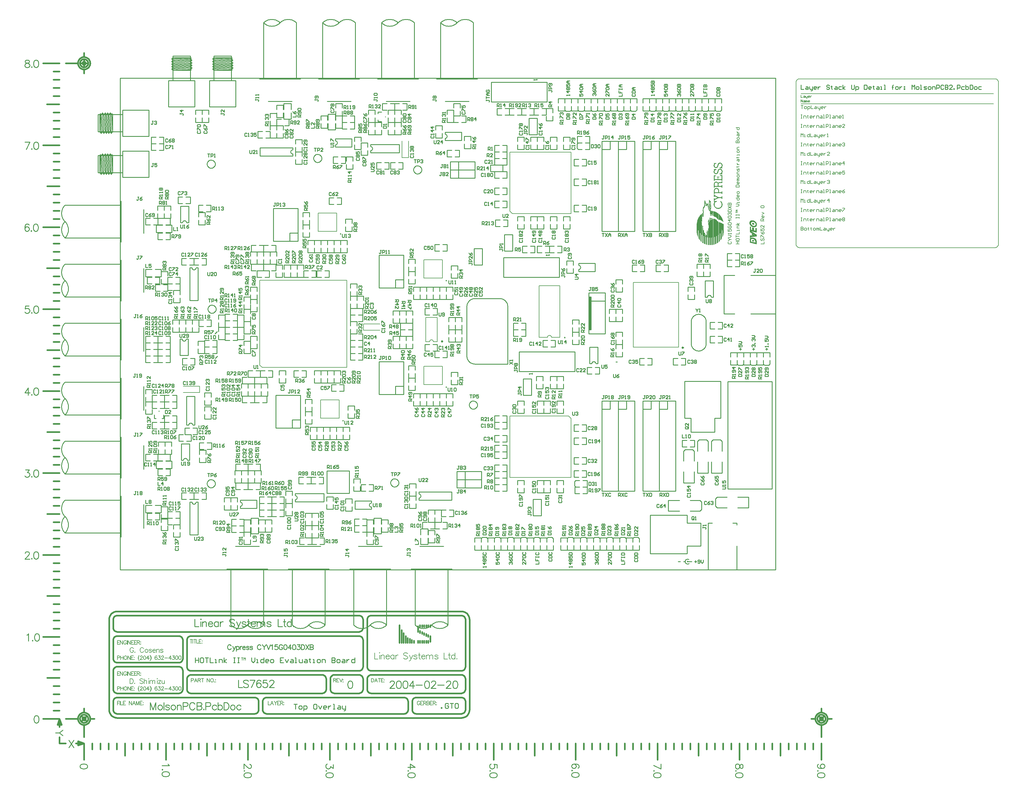
<source format=gto>
%FSLAX24Y24*%
%MOIN*%
G70*
G01*
G75*
%ADD10C,0.0136*%
%ADD11C,0.0123*%
%ADD12C,0.0050*%
%ADD13C,0.0056*%
%ADD14R,0.0400X0.0400*%
%ADD15C,0.0236*%
%ADD16O,0.0240X0.0800*%
%ADD17C,0.0197*%
%ADD18R,0.0866X0.0157*%
%ADD19R,0.0610X0.0197*%
%ADD20O,0.0800X0.0240*%
%ADD21R,0.0200X0.0500*%
%ADD22R,0.0197X0.0610*%
%ADD23R,0.0500X0.0600*%
%ADD24R,0.0600X0.0500*%
%ADD25R,0.0360X0.0500*%
%ADD26R,0.0500X0.0360*%
%ADD27R,0.0850X0.0420*%
%ADD28R,0.1200X0.0900*%
%ADD29R,0.0197X0.0610*%
%ADD30R,0.4000X0.4100*%
%ADD31R,0.0500X0.1000*%
%ADD32R,0.4100X0.4250*%
%ADD33R,0.0787X0.0472*%
%ADD34R,0.0900X0.1200*%
%ADD35R,0.0472X0.0787*%
%ADD36R,0.0866X0.0157*%
%ADD37R,0.0360X0.0360*%
%ADD38C,0.0394*%
%ADD39R,0.0846X0.0157*%
%ADD40R,0.0846X0.0157*%
%ADD41R,0.0157X0.0669*%
%ADD42R,0.0669X0.0157*%
%ADD43R,0.2500X0.0500*%
%ADD44R,0.2000X0.0500*%
%ADD45R,0.0500X0.2500*%
%ADD46R,0.0500X0.2000*%
%ADD47R,0.0700X0.1100*%
%ADD48R,0.1100X0.0700*%
%ADD49C,0.0120*%
%ADD50C,0.0100*%
%ADD51C,0.0400*%
%ADD52C,0.0700*%
%ADD53C,0.0200*%
%ADD54C,0.0070*%
%ADD55C,0.0216*%
%ADD56C,0.0090*%
%ADD57C,0.0080*%
%ADD58C,0.0240*%
%ADD59C,0.0680*%
%ADD60R,0.0680X0.0680*%
%ADD61C,0.1500*%
%ADD62C,0.0550*%
%ADD63C,0.1000*%
%ADD64C,0.2200*%
%ADD65C,0.0650*%
%ADD66C,0.0600*%
%ADD67C,0.1100*%
%ADD68C,0.1900*%
%ADD69R,0.0550X0.0550*%
%ADD70C,0.0051*%
%ADD71C,0.0079*%
%ADD72C,0.0098*%
%ADD73C,0.0010*%
D12*
X95150Y73550D02*
Y73683D01*
Y73617D01*
X95350D01*
Y73750D02*
X95150D01*
X95217Y73817D01*
X95150Y73883D01*
X95350D01*
X103100Y87924D02*
Y87634D01*
X103293D01*
X103438Y87827D02*
X103535D01*
X103583Y87779D01*
Y87634D01*
X103438D01*
X103390Y87682D01*
X103438Y87731D01*
X103583D01*
X103680Y87827D02*
Y87682D01*
X103728Y87634D01*
X103873D01*
Y87586D01*
X103825Y87537D01*
X103776D01*
X103873Y87634D02*
Y87827D01*
X104115Y87634D02*
X104018D01*
X103970Y87682D01*
Y87779D01*
X104018Y87827D01*
X104115D01*
X104163Y87779D01*
Y87731D01*
X103970D01*
X104260Y87827D02*
Y87634D01*
Y87731D01*
X104308Y87779D01*
X104356Y87827D01*
X104405D01*
X103100Y87054D02*
Y87344D01*
X103293Y87054D01*
Y87344D01*
X103438Y87247D02*
X103535D01*
X103583Y87199D01*
Y87054D01*
X103438D01*
X103390Y87102D01*
X103438Y87151D01*
X103583D01*
X103680Y87054D02*
Y87247D01*
X103728D01*
X103776Y87199D01*
Y87054D01*
Y87199D01*
X103825Y87247D01*
X103873Y87199D01*
Y87054D01*
X104115D02*
X104018D01*
X103970Y87102D01*
Y87199D01*
X104018Y87247D01*
X104115D01*
X104163Y87199D01*
Y87151D01*
X103970D01*
X56571Y13843D02*
X56550Y13886D01*
X56507Y13928D01*
X56464Y13950D01*
X56379D01*
X56336Y13928D01*
X56293Y13886D01*
X56271Y13843D01*
X56250Y13779D01*
Y13671D01*
X56271Y13607D01*
X56293Y13564D01*
X56336Y13521D01*
X56379Y13500D01*
X56464D01*
X56507Y13521D01*
X56550Y13564D01*
X56571Y13607D01*
Y13671D01*
X56464D02*
X56571D01*
X56953Y13950D02*
X56674D01*
Y13500D01*
X56953D01*
X56674Y13736D02*
X56846D01*
X57028Y13950D02*
Y13500D01*
Y13950D02*
X57221D01*
X57285Y13928D01*
X57306Y13907D01*
X57328Y13864D01*
Y13821D01*
X57306Y13779D01*
X57285Y13757D01*
X57221Y13736D01*
X57028D01*
X57178D02*
X57328Y13500D01*
X57428Y13950D02*
Y13500D01*
Y13950D02*
X57621D01*
X57685Y13928D01*
X57707Y13907D01*
X57728Y13864D01*
Y13821D01*
X57707Y13779D01*
X57685Y13757D01*
X57621Y13736D01*
X57428D02*
X57621D01*
X57685Y13714D01*
X57707Y13693D01*
X57728Y13650D01*
Y13586D01*
X57707Y13543D01*
X57685Y13521D01*
X57621Y13500D01*
X57428D01*
X58107Y13950D02*
X57829D01*
Y13500D01*
X58107D01*
X57829Y13736D02*
X58000D01*
X58182Y13950D02*
Y13500D01*
Y13950D02*
X58375D01*
X58440Y13928D01*
X58461Y13907D01*
X58482Y13864D01*
Y13821D01*
X58461Y13779D01*
X58440Y13757D01*
X58375Y13736D01*
X58182D01*
X58332D02*
X58482Y13500D01*
X58604Y13800D02*
X58583Y13779D01*
X58604Y13757D01*
X58626Y13779D01*
X58604Y13800D01*
Y13543D02*
X58583Y13521D01*
X58604Y13500D01*
X58626Y13521D01*
X58604Y13543D01*
X19650Y13950D02*
Y13500D01*
Y13950D02*
X19929D01*
X19650Y13736D02*
X19821D01*
X19980Y13950D02*
Y13500D01*
X20074Y13950D02*
Y13500D01*
X20331D01*
X20659Y13950D02*
X20381D01*
Y13500D01*
X20659D01*
X20381Y13736D02*
X20552D01*
X21088Y13950D02*
Y13500D01*
Y13950D02*
X21387Y13500D01*
Y13950D02*
Y13500D01*
X21855D02*
X21683Y13950D01*
X21512Y13500D01*
X21576Y13650D02*
X21790D01*
X21960Y13950D02*
Y13500D01*
Y13950D02*
X22131Y13500D01*
X22302Y13950D02*
X22131Y13500D01*
X22302Y13950D02*
Y13500D01*
X22709Y13950D02*
X22431D01*
Y13500D01*
X22709D01*
X22431Y13736D02*
X22602D01*
X22806Y13800D02*
X22784Y13779D01*
X22806Y13757D01*
X22827Y13779D01*
X22806Y13800D01*
Y13543D02*
X22784Y13521D01*
X22806Y13500D01*
X22827Y13521D01*
X22806Y13543D01*
X19929Y17550D02*
X19650D01*
Y17100D01*
X19929D01*
X19650Y17336D02*
X19821D01*
X20003Y17550D02*
Y17100D01*
Y17550D02*
X20303Y17100D01*
Y17550D02*
Y17100D01*
X20749Y17443D02*
X20728Y17486D01*
X20685Y17528D01*
X20642Y17550D01*
X20556D01*
X20513Y17528D01*
X20471Y17486D01*
X20449Y17443D01*
X20428Y17379D01*
Y17271D01*
X20449Y17207D01*
X20471Y17164D01*
X20513Y17121D01*
X20556Y17100D01*
X20642D01*
X20685Y17121D01*
X20728Y17164D01*
X20749Y17207D01*
Y17271D01*
X20642D02*
X20749D01*
X20852Y17550D02*
Y17100D01*
X20946Y17550D02*
Y17100D01*
Y17550D02*
X21246Y17100D01*
Y17550D02*
Y17100D01*
X21649Y17550D02*
X21370D01*
Y17100D01*
X21649D01*
X21370Y17336D02*
X21542D01*
X22002Y17550D02*
X21724D01*
Y17100D01*
X22002D01*
X21724Y17336D02*
X21895D01*
X22077Y17550D02*
Y17100D01*
Y17550D02*
X22270D01*
X22334Y17528D01*
X22356Y17507D01*
X22377Y17464D01*
Y17421D01*
X22356Y17379D01*
X22334Y17357D01*
X22270Y17336D01*
X22077D01*
X22227D02*
X22377Y17100D01*
X22499Y17400D02*
X22478Y17379D01*
X22499Y17357D01*
X22521Y17379D01*
X22499Y17400D01*
Y17143D02*
X22478Y17121D01*
X22499Y17100D01*
X22521Y17121D01*
X22499Y17143D01*
X28675Y21475D02*
Y21025D01*
X28525Y21475D02*
X28825D01*
X28879D02*
Y21025D01*
X29123Y21475D02*
Y21025D01*
X28973Y21475D02*
X29273D01*
X29326D02*
Y21025D01*
X29583D01*
X29911Y21475D02*
X29633D01*
Y21025D01*
X29911D01*
X29633Y21261D02*
X29804D01*
X30008Y21325D02*
X29986Y21304D01*
X30008Y21282D01*
X30029Y21304D01*
X30008Y21325D01*
Y21068D02*
X29986Y21046D01*
X30008Y21025D01*
X30029Y21046D01*
X30008Y21068D01*
X28650Y16489D02*
X28843D01*
X28907Y16511D01*
X28929Y16532D01*
X28950Y16575D01*
Y16639D01*
X28929Y16682D01*
X28907Y16703D01*
X28843Y16725D01*
X28650D01*
Y16275D01*
X29393D02*
X29222Y16725D01*
X29051Y16275D01*
X29115Y16425D02*
X29329D01*
X29498Y16725D02*
Y16275D01*
Y16725D02*
X29691D01*
X29755Y16703D01*
X29777Y16682D01*
X29798Y16639D01*
Y16596D01*
X29777Y16554D01*
X29755Y16532D01*
X29691Y16511D01*
X29498D01*
X29648D02*
X29798Y16275D01*
X30049Y16725D02*
Y16275D01*
X29899Y16725D02*
X30199D01*
X30606D02*
Y16275D01*
Y16725D02*
X30906Y16275D01*
Y16725D02*
Y16275D01*
X31159Y16725D02*
X31116Y16703D01*
X31073Y16661D01*
X31052Y16618D01*
X31030Y16554D01*
Y16446D01*
X31052Y16382D01*
X31073Y16339D01*
X31116Y16296D01*
X31159Y16275D01*
X31244D01*
X31287Y16296D01*
X31330Y16339D01*
X31352Y16382D01*
X31373Y16446D01*
Y16554D01*
X31352Y16618D01*
X31330Y16661D01*
X31287Y16703D01*
X31244Y16725D01*
X31159D01*
X31499Y16318D02*
X31478Y16296D01*
X31499Y16275D01*
X31521Y16296D01*
X31499Y16318D01*
X31641Y16575D02*
X31619Y16554D01*
X31641Y16532D01*
X31662Y16554D01*
X31641Y16575D01*
Y16318D02*
X31619Y16296D01*
X31641Y16275D01*
X31662Y16296D01*
X31641Y16318D01*
X19929Y21350D02*
X19650D01*
Y20900D01*
X19929D01*
X19650Y21136D02*
X19821D01*
X20003Y21350D02*
Y20900D01*
Y21350D02*
X20303Y20900D01*
Y21350D02*
Y20900D01*
X20749Y21243D02*
X20728Y21286D01*
X20685Y21328D01*
X20642Y21350D01*
X20556D01*
X20513Y21328D01*
X20471Y21286D01*
X20449Y21243D01*
X20428Y21179D01*
Y21071D01*
X20449Y21007D01*
X20471Y20964D01*
X20513Y20921D01*
X20556Y20900D01*
X20642D01*
X20685Y20921D01*
X20728Y20964D01*
X20749Y21007D01*
Y21071D01*
X20642D02*
X20749D01*
X20852Y21350D02*
Y20900D01*
X20946Y21350D02*
Y20900D01*
Y21350D02*
X21246Y20900D01*
Y21350D02*
Y20900D01*
X21649Y21350D02*
X21370D01*
Y20900D01*
X21649D01*
X21370Y21136D02*
X21542D01*
X22002Y21350D02*
X21724D01*
Y20900D01*
X22002D01*
X21724Y21136D02*
X21895D01*
X22077Y21350D02*
Y20900D01*
Y21350D02*
X22270D01*
X22334Y21328D01*
X22356Y21307D01*
X22377Y21264D01*
Y21221D01*
X22356Y21179D01*
X22334Y21157D01*
X22270Y21136D01*
X22077D01*
X22227D02*
X22377Y20900D01*
X22499Y21200D02*
X22478Y21179D01*
X22499Y21157D01*
X22521Y21179D01*
X22499Y21200D01*
Y20943D02*
X22478Y20921D01*
X22499Y20900D01*
X22521Y20921D01*
X22499Y20943D01*
X38050Y13950D02*
Y13500D01*
X38307D01*
X38699D02*
X38528Y13950D01*
X38356Y13500D01*
X38421Y13650D02*
X38635D01*
X38804Y13950D02*
X38976Y13736D01*
Y13500D01*
X39147Y13950D02*
X38976Y13736D01*
X39483Y13950D02*
X39205D01*
Y13500D01*
X39483D01*
X39205Y13736D02*
X39376D01*
X39558Y13950D02*
Y13500D01*
Y13950D02*
X39751D01*
X39815Y13928D01*
X39837Y13907D01*
X39858Y13864D01*
Y13821D01*
X39837Y13779D01*
X39815Y13757D01*
X39751Y13736D01*
X39558D01*
X39708D02*
X39858Y13500D01*
X39980Y13800D02*
X39959Y13779D01*
X39980Y13757D01*
X40002Y13779D01*
X39980Y13800D01*
Y13543D02*
X39959Y13521D01*
X39980Y13500D01*
X40002Y13521D01*
X39980Y13543D01*
X19650Y15489D02*
X19843D01*
X19907Y15511D01*
X19929Y15532D01*
X19950Y15575D01*
Y15639D01*
X19929Y15682D01*
X19907Y15703D01*
X19843Y15725D01*
X19650D01*
Y15275D01*
X20051Y15725D02*
Y15275D01*
X20351Y15725D02*
Y15275D01*
X20051Y15511D02*
X20351D01*
X20603Y15725D02*
X20561Y15703D01*
X20518Y15661D01*
X20496Y15618D01*
X20475Y15554D01*
Y15446D01*
X20496Y15382D01*
X20518Y15339D01*
X20561Y15296D01*
X20603Y15275D01*
X20689D01*
X20732Y15296D01*
X20775Y15339D01*
X20796Y15382D01*
X20818Y15446D01*
Y15554D01*
X20796Y15618D01*
X20775Y15661D01*
X20732Y15703D01*
X20689Y15725D01*
X20603D01*
X20923D02*
Y15275D01*
Y15725D02*
X21223Y15275D01*
Y15725D02*
Y15275D01*
X21625Y15725D02*
X21347D01*
Y15275D01*
X21625D01*
X21347Y15511D02*
X21518D01*
X21722Y15575D02*
X21700Y15554D01*
X21722Y15532D01*
X21743Y15554D01*
X21722Y15575D01*
Y15318D02*
X21700Y15296D01*
X21722Y15275D01*
X21743Y15296D01*
X21722Y15318D01*
X22345Y15811D02*
X22302Y15768D01*
X22259Y15703D01*
X22217Y15618D01*
X22195Y15511D01*
Y15425D01*
X22217Y15318D01*
X22259Y15232D01*
X22302Y15168D01*
X22345Y15125D01*
X22302Y15768D02*
X22259Y15682D01*
X22238Y15618D01*
X22217Y15511D01*
Y15425D01*
X22238Y15318D01*
X22259Y15254D01*
X22302Y15168D01*
X22452Y15618D02*
Y15639D01*
X22474Y15682D01*
X22495Y15703D01*
X22538Y15725D01*
X22624D01*
X22666Y15703D01*
X22688Y15682D01*
X22709Y15639D01*
Y15596D01*
X22688Y15554D01*
X22645Y15489D01*
X22431Y15275D01*
X22731D01*
X22960Y15725D02*
X22896Y15703D01*
X22853Y15639D01*
X22831Y15532D01*
Y15468D01*
X22853Y15361D01*
X22896Y15296D01*
X22960Y15275D01*
X23003D01*
X23067Y15296D01*
X23110Y15361D01*
X23131Y15468D01*
Y15532D01*
X23110Y15639D01*
X23067Y15703D01*
X23003Y15725D01*
X22960D01*
X23446D02*
X23232Y15425D01*
X23553D01*
X23446Y15725D02*
Y15275D01*
X23633Y15811D02*
X23676Y15768D01*
X23718Y15703D01*
X23761Y15618D01*
X23783Y15511D01*
Y15425D01*
X23761Y15318D01*
X23718Y15232D01*
X23676Y15168D01*
X23633Y15125D01*
X23676Y15768D02*
X23718Y15682D01*
X23740Y15618D01*
X23761Y15511D01*
Y15425D01*
X23740Y15318D01*
X23718Y15254D01*
X23676Y15168D01*
X24503Y15661D02*
X24481Y15703D01*
X24417Y15725D01*
X24374D01*
X24310Y15703D01*
X24267Y15639D01*
X24245Y15532D01*
Y15425D01*
X24267Y15339D01*
X24310Y15296D01*
X24374Y15275D01*
X24395D01*
X24460Y15296D01*
X24503Y15339D01*
X24524Y15404D01*
Y15425D01*
X24503Y15489D01*
X24460Y15532D01*
X24395Y15554D01*
X24374D01*
X24310Y15532D01*
X24267Y15489D01*
X24245Y15425D01*
X24665Y15725D02*
X24901D01*
X24772Y15554D01*
X24837D01*
X24880Y15532D01*
X24901Y15511D01*
X24922Y15446D01*
Y15404D01*
X24901Y15339D01*
X24858Y15296D01*
X24794Y15275D01*
X24730D01*
X24665Y15296D01*
X24644Y15318D01*
X24623Y15361D01*
X25045Y15618D02*
Y15639D01*
X25066Y15682D01*
X25087Y15703D01*
X25130Y15725D01*
X25216D01*
X25259Y15703D01*
X25280Y15682D01*
X25302Y15639D01*
Y15596D01*
X25280Y15554D01*
X25237Y15489D01*
X25023Y15275D01*
X25323D01*
X25424Y15468D02*
X25809D01*
X26156Y15725D02*
X25942Y15425D01*
X26264D01*
X26156Y15725D02*
Y15275D01*
X26386Y15725D02*
X26621D01*
X26493Y15554D01*
X26557D01*
X26600Y15532D01*
X26621Y15511D01*
X26643Y15446D01*
Y15404D01*
X26621Y15339D01*
X26579Y15296D01*
X26514Y15275D01*
X26450D01*
X26386Y15296D01*
X26364Y15318D01*
X26343Y15361D01*
X26872Y15725D02*
X26808Y15703D01*
X26765Y15639D01*
X26743Y15532D01*
Y15468D01*
X26765Y15361D01*
X26808Y15296D01*
X26872Y15275D01*
X26915D01*
X26979Y15296D01*
X27022Y15361D01*
X27043Y15468D01*
Y15532D01*
X27022Y15639D01*
X26979Y15703D01*
X26915Y15725D01*
X26872D01*
X27273D02*
X27208Y15703D01*
X27166Y15639D01*
X27144Y15532D01*
Y15468D01*
X27166Y15361D01*
X27208Y15296D01*
X27273Y15275D01*
X27315D01*
X27380Y15296D01*
X27423Y15361D01*
X27444Y15468D01*
Y15532D01*
X27423Y15639D01*
X27380Y15703D01*
X27315Y15725D01*
X27273D01*
X19650Y19239D02*
X19843D01*
X19907Y19261D01*
X19929Y19282D01*
X19950Y19325D01*
Y19389D01*
X19929Y19432D01*
X19907Y19453D01*
X19843Y19475D01*
X19650D01*
Y19025D01*
X20051Y19475D02*
Y19025D01*
X20351Y19475D02*
Y19025D01*
X20051Y19261D02*
X20351D01*
X20603Y19475D02*
X20561Y19453D01*
X20518Y19411D01*
X20496Y19368D01*
X20475Y19304D01*
Y19196D01*
X20496Y19132D01*
X20518Y19089D01*
X20561Y19046D01*
X20603Y19025D01*
X20689D01*
X20732Y19046D01*
X20775Y19089D01*
X20796Y19132D01*
X20818Y19196D01*
Y19304D01*
X20796Y19368D01*
X20775Y19411D01*
X20732Y19453D01*
X20689Y19475D01*
X20603D01*
X20923D02*
Y19025D01*
Y19475D02*
X21223Y19025D01*
Y19475D02*
Y19025D01*
X21625Y19475D02*
X21347D01*
Y19025D01*
X21625D01*
X21347Y19261D02*
X21518D01*
X21722Y19325D02*
X21700Y19304D01*
X21722Y19282D01*
X21743Y19304D01*
X21722Y19325D01*
Y19068D02*
X21700Y19046D01*
X21722Y19025D01*
X21743Y19046D01*
X21722Y19068D01*
X22345Y19561D02*
X22302Y19518D01*
X22259Y19453D01*
X22217Y19368D01*
X22195Y19261D01*
Y19175D01*
X22217Y19068D01*
X22259Y18982D01*
X22302Y18918D01*
X22345Y18875D01*
X22302Y19518D02*
X22259Y19432D01*
X22238Y19368D01*
X22217Y19261D01*
Y19175D01*
X22238Y19068D01*
X22259Y19004D01*
X22302Y18918D01*
X22452Y19368D02*
Y19389D01*
X22474Y19432D01*
X22495Y19453D01*
X22538Y19475D01*
X22624D01*
X22666Y19453D01*
X22688Y19432D01*
X22709Y19389D01*
Y19346D01*
X22688Y19304D01*
X22645Y19239D01*
X22431Y19025D01*
X22731D01*
X22960Y19475D02*
X22896Y19453D01*
X22853Y19389D01*
X22831Y19282D01*
Y19218D01*
X22853Y19111D01*
X22896Y19046D01*
X22960Y19025D01*
X23003D01*
X23067Y19046D01*
X23110Y19111D01*
X23131Y19218D01*
Y19282D01*
X23110Y19389D01*
X23067Y19453D01*
X23003Y19475D01*
X22960D01*
X23446D02*
X23232Y19175D01*
X23553D01*
X23446Y19475D02*
Y19025D01*
X23633Y19561D02*
X23676Y19518D01*
X23718Y19453D01*
X23761Y19368D01*
X23783Y19261D01*
Y19175D01*
X23761Y19068D01*
X23718Y18982D01*
X23676Y18918D01*
X23633Y18875D01*
X23676Y19518D02*
X23718Y19432D01*
X23740Y19368D01*
X23761Y19261D01*
Y19175D01*
X23740Y19068D01*
X23718Y19004D01*
X23676Y18918D01*
X24503Y19411D02*
X24481Y19453D01*
X24417Y19475D01*
X24374D01*
X24310Y19453D01*
X24267Y19389D01*
X24245Y19282D01*
Y19175D01*
X24267Y19089D01*
X24310Y19046D01*
X24374Y19025D01*
X24395D01*
X24460Y19046D01*
X24503Y19089D01*
X24524Y19154D01*
Y19175D01*
X24503Y19239D01*
X24460Y19282D01*
X24395Y19304D01*
X24374D01*
X24310Y19282D01*
X24267Y19239D01*
X24245Y19175D01*
X24665Y19475D02*
X24901D01*
X24772Y19304D01*
X24837D01*
X24880Y19282D01*
X24901Y19261D01*
X24922Y19196D01*
Y19154D01*
X24901Y19089D01*
X24858Y19046D01*
X24794Y19025D01*
X24730D01*
X24665Y19046D01*
X24644Y19068D01*
X24623Y19111D01*
X25045Y19368D02*
Y19389D01*
X25066Y19432D01*
X25087Y19453D01*
X25130Y19475D01*
X25216D01*
X25259Y19453D01*
X25280Y19432D01*
X25302Y19389D01*
Y19346D01*
X25280Y19304D01*
X25237Y19239D01*
X25023Y19025D01*
X25323D01*
X25424Y19218D02*
X25809D01*
X26156Y19475D02*
X25942Y19175D01*
X26264D01*
X26156Y19475D02*
Y19025D01*
X26386Y19475D02*
X26621D01*
X26493Y19304D01*
X26557D01*
X26600Y19282D01*
X26621Y19261D01*
X26643Y19196D01*
Y19154D01*
X26621Y19089D01*
X26579Y19046D01*
X26514Y19025D01*
X26450D01*
X26386Y19046D01*
X26364Y19068D01*
X26343Y19111D01*
X26872Y19475D02*
X26808Y19453D01*
X26765Y19389D01*
X26743Y19282D01*
Y19218D01*
X26765Y19111D01*
X26808Y19046D01*
X26872Y19025D01*
X26915D01*
X26979Y19046D01*
X27022Y19111D01*
X27043Y19218D01*
Y19282D01*
X27022Y19389D01*
X26979Y19453D01*
X26915Y19475D01*
X26872D01*
X27273D02*
X27208Y19453D01*
X27166Y19389D01*
X27144Y19282D01*
Y19218D01*
X27166Y19111D01*
X27208Y19046D01*
X27273Y19025D01*
X27315D01*
X27380Y19046D01*
X27423Y19111D01*
X27444Y19218D01*
Y19282D01*
X27423Y19389D01*
X27380Y19453D01*
X27315Y19475D01*
X27273D01*
X46025Y16725D02*
Y16275D01*
Y16725D02*
X46218D01*
X46282Y16703D01*
X46304Y16682D01*
X46325Y16639D01*
Y16596D01*
X46304Y16554D01*
X46282Y16532D01*
X46218Y16511D01*
X46025D01*
X46175D02*
X46325Y16275D01*
X46704Y16725D02*
X46426D01*
Y16275D01*
X46704D01*
X46426Y16511D02*
X46597D01*
X46779Y16725D02*
X46951Y16275D01*
X47122Y16725D02*
X46951Y16275D01*
X47201Y16575D02*
X47180Y16554D01*
X47201Y16532D01*
X47223Y16554D01*
X47201Y16575D01*
Y16318D02*
X47180Y16296D01*
X47201Y16275D01*
X47223Y16296D01*
X47201Y16318D01*
X50650Y16725D02*
Y16275D01*
Y16725D02*
X50800D01*
X50864Y16703D01*
X50907Y16661D01*
X50929Y16618D01*
X50950Y16554D01*
Y16446D01*
X50929Y16382D01*
X50907Y16339D01*
X50864Y16296D01*
X50800Y16275D01*
X50650D01*
X51393D02*
X51222Y16725D01*
X51051Y16275D01*
X51115Y16425D02*
X51329D01*
X51648Y16725D02*
Y16275D01*
X51498Y16725D02*
X51798D01*
X52130D02*
X51852D01*
Y16275D01*
X52130D01*
X51852Y16511D02*
X52023D01*
X52227Y16575D02*
X52205Y16554D01*
X52227Y16532D01*
X52248Y16554D01*
X52227Y16575D01*
Y16318D02*
X52205Y16296D01*
X52227Y16275D01*
X52248Y16296D01*
X52227Y16318D01*
X34800Y19250D02*
X35000D01*
X34900D01*
Y18950D01*
X35100D02*
Y19250D01*
X35200Y19150D01*
X35300Y19250D01*
Y18950D01*
D50*
X31600Y79500D02*
X31590Y79601D01*
X31559Y79697D01*
X31510Y79786D01*
X31444Y79862D01*
X31364Y79924D01*
X31274Y79969D01*
X31176Y79994D01*
X31075Y79999D01*
X30975Y79984D01*
X30880Y79949D01*
X30794Y79895D01*
X30721Y79826D01*
X30663Y79743D01*
X30623Y79650D01*
X30603Y79551D01*
Y79449D01*
X30623Y79350D01*
X30663Y79257D01*
X30721Y79174D01*
X30794Y79105D01*
X30880Y79051D01*
X30975Y79016D01*
X31075Y79001D01*
X31176Y79006D01*
X31274Y79031D01*
X31364Y79076D01*
X31444Y79138D01*
X31510Y79214D01*
X31559Y79303D01*
X31590Y79399D01*
X31600Y79500D01*
X44600Y80200D02*
X44590Y80301D01*
X44559Y80397D01*
X44510Y80486D01*
X44444Y80562D01*
X44364Y80624D01*
X44274Y80669D01*
X44176Y80694D01*
X44075Y80699D01*
X43975Y80684D01*
X43880Y80649D01*
X43794Y80595D01*
X43721Y80526D01*
X43663Y80443D01*
X43623Y80350D01*
X43603Y80251D01*
Y80149D01*
X43623Y80050D01*
X43663Y79957D01*
X43721Y79874D01*
X43794Y79805D01*
X43880Y79751D01*
X43975Y79716D01*
X44075Y79701D01*
X44176Y79706D01*
X44274Y79731D01*
X44364Y79776D01*
X44444Y79838D01*
X44510Y79914D01*
X44559Y80003D01*
X44590Y80099D01*
X44600Y80200D01*
X56800Y78800D02*
X56790Y78901D01*
X56759Y78997D01*
X56710Y79086D01*
X56644Y79162D01*
X56564Y79224D01*
X56474Y79269D01*
X56376Y79294D01*
X56275Y79299D01*
X56175Y79284D01*
X56080Y79249D01*
X55994Y79195D01*
X55921Y79126D01*
X55863Y79043D01*
X55823Y78950D01*
X55803Y78851D01*
Y78749D01*
X55823Y78650D01*
X55863Y78557D01*
X55921Y78474D01*
X55994Y78405D01*
X56080Y78351D01*
X56175Y78316D01*
X56275Y78301D01*
X56376Y78306D01*
X56474Y78331D01*
X56564Y78376D01*
X56644Y78438D01*
X56710Y78514D01*
X56759Y78603D01*
X56790Y78699D01*
X56800Y78800D01*
X31700Y61800D02*
X31690Y61901D01*
X31659Y61997D01*
X31610Y62086D01*
X31544Y62162D01*
X31464Y62224D01*
X31374Y62269D01*
X31276Y62294D01*
X31175Y62299D01*
X31075Y62284D01*
X30980Y62249D01*
X30894Y62195D01*
X30821Y62126D01*
X30763Y62043D01*
X30723Y61950D01*
X30703Y61851D01*
Y61749D01*
X30723Y61650D01*
X30763Y61557D01*
X30821Y61474D01*
X30894Y61405D01*
X30980Y61351D01*
X31075Y61316D01*
X31175Y61301D01*
X31276Y61306D01*
X31374Y61331D01*
X31464Y61376D01*
X31544Y61438D01*
X31610Y61514D01*
X31659Y61603D01*
X31690Y61699D01*
X31700Y61800D01*
X89400Y31260D02*
X89306Y31295D01*
X89206Y31297D01*
X89111Y31266D01*
X89031Y31205D01*
X88976Y31121D01*
X88951Y31024D01*
X88960Y30924D01*
X89001Y30833D01*
X89070Y30760D01*
X89159Y30714D01*
X89258Y30700D01*
X89356Y30719D01*
X89443Y30770D01*
X89300Y31000D02*
X89225Y31043D01*
Y30957D01*
X89300Y31000D01*
X27550Y58150D02*
X27569Y58054D01*
X27623Y57973D01*
X27704Y57919D01*
X27800Y57900D01*
X27896Y57919D01*
X27977Y57973D01*
X28031Y58054D01*
X28050Y58150D01*
X59650Y82650D02*
X59746Y82669D01*
X59827Y82723D01*
X59881Y82804D01*
X59900Y82900D01*
X59881Y82996D01*
X59827Y83077D01*
X59746Y83131D01*
X59650Y83150D01*
X28200Y43350D02*
X28181Y43446D01*
X28127Y43527D01*
X28046Y43581D01*
X27950Y43600D01*
X27854Y43581D01*
X27773Y43527D01*
X27719Y43446D01*
X27700Y43350D01*
X46250Y81850D02*
X46346Y81869D01*
X46427Y81923D01*
X46481Y82004D01*
X46500Y82100D01*
X46481Y82196D01*
X46427Y82277D01*
X46346Y82331D01*
X46250Y82350D01*
X28100Y72350D02*
X28081Y72446D01*
X28027Y72527D01*
X27946Y72581D01*
X27850Y72600D01*
X27754Y72581D01*
X27673Y72527D01*
X27619Y72446D01*
X27600Y72350D01*
X75950Y66650D02*
X76046Y66669D01*
X76127Y66723D01*
X76181Y66804D01*
X76200Y66900D01*
X76181Y66996D01*
X76127Y67077D01*
X76046Y67131D01*
X75950Y67150D01*
X41349Y38547D02*
X41444Y38566D01*
X41525Y38620D01*
X41580Y38701D01*
X41599Y38797D01*
X41580Y38892D01*
X41525Y38974D01*
X41444Y39028D01*
X41349Y39047D01*
X50549Y81147D02*
X50644Y81166D01*
X50725Y81220D01*
X50780Y81301D01*
X50799Y81397D01*
X50780Y81492D01*
X50725Y81574D01*
X50644Y81628D01*
X50549Y81647D01*
X28750Y38250D02*
X28769Y38154D01*
X28823Y38073D01*
X28904Y38019D01*
X29000Y38000D01*
X29096Y38019D01*
X29177Y38073D01*
X29231Y38154D01*
X29250Y38250D01*
X56450Y38750D02*
X56546Y38769D01*
X56627Y38823D01*
X56681Y38904D01*
X56700Y39000D01*
X56681Y39096D01*
X56627Y39177D01*
X56546Y39231D01*
X56450Y39250D01*
X41050Y81250D02*
X40954Y81231D01*
X40873Y81177D01*
X40819Y81096D01*
X40800Y81000D01*
X40819Y80904D01*
X40873Y80823D01*
X40954Y80769D01*
X41050Y80750D01*
X78050Y55150D02*
X78031Y55246D01*
X77977Y55327D01*
X77896Y55381D01*
X77800Y55400D01*
X77704Y55381D01*
X77623Y55327D01*
X77569Y55246D01*
X77550Y55150D01*
X28853Y47649D02*
X28834Y47744D01*
X28780Y47825D01*
X28699Y47880D01*
X28603Y47899D01*
X28508Y47880D01*
X28426Y47825D01*
X28372Y47744D01*
X28353Y47649D01*
X28750Y66850D02*
X28769Y66754D01*
X28823Y66673D01*
X28904Y66619D01*
X29000Y66600D01*
X29096Y66619D01*
X29177Y66673D01*
X29231Y66754D01*
X29250Y66850D01*
X92150Y63250D02*
X92131Y63346D01*
X92077Y63427D01*
X91996Y63481D01*
X91900Y63500D01*
X91804Y63481D01*
X91723Y63427D01*
X91669Y63346D01*
X91650Y63250D01*
X34650Y37750D02*
X34746Y37769D01*
X34827Y37823D01*
X34881Y37904D01*
X34900Y38000D01*
X34881Y38096D01*
X34827Y38177D01*
X34746Y38231D01*
X34650Y38250D01*
X50650Y38150D02*
X50554Y38131D01*
X50473Y38077D01*
X50419Y37996D01*
X50400Y37900D01*
X50419Y37804D01*
X50473Y37723D01*
X50554Y37669D01*
X50650Y37650D01*
X67300Y62100D02*
X67295Y62198D01*
X67281Y62295D01*
X67257Y62390D01*
X67224Y62483D01*
X67182Y62571D01*
X67131Y62656D01*
X67073Y62734D01*
X67007Y62807D01*
X66934Y62873D01*
X66856Y62931D01*
X66771Y62982D01*
X66683Y63024D01*
X66590Y63057D01*
X66495Y63081D01*
X66398Y63095D01*
X66300Y63100D01*
X63300D02*
X63202Y63095D01*
X63105Y63081D01*
X63010Y63057D01*
X62917Y63024D01*
X62829Y62982D01*
X62744Y62931D01*
X62666Y62873D01*
X62593Y62807D01*
X62527Y62734D01*
X62469Y62656D01*
X62418Y62571D01*
X62376Y62483D01*
X62343Y62390D01*
X62319Y62295D01*
X62305Y62198D01*
X62300Y62100D01*
Y56100D02*
X62305Y56002D01*
X62319Y55905D01*
X62343Y55810D01*
X62376Y55717D01*
X62418Y55629D01*
X62469Y55544D01*
X62527Y55466D01*
X62593Y55393D01*
X62666Y55327D01*
X62744Y55269D01*
X62829Y55218D01*
X62917Y55176D01*
X63010Y55143D01*
X63105Y55119D01*
X63202Y55105D01*
X63300Y55100D01*
X13250Y52900D02*
X13181Y52826D01*
X13118Y52747D01*
X13060Y52664D01*
X13008Y52577D01*
X12963Y52487D01*
X12924Y52393D01*
X12892Y52297D01*
X12867Y52199D01*
X12849Y52100D01*
X12839Y51999D01*
X12835Y51898D01*
X12839Y51797D01*
X12849Y51697D01*
X12867Y51597D01*
X12892Y51499D01*
X12924Y51403D01*
X12963Y51310D01*
X13008Y51219D01*
X13060Y51132D01*
X13118Y51049D01*
X13181Y50971D01*
X13250Y50897D01*
Y50902D02*
X13181Y50828D01*
X13118Y50749D01*
X13060Y50666D01*
X13008Y50579D01*
X12963Y50489D01*
X12924Y50395D01*
X12892Y50299D01*
X12867Y50201D01*
X12849Y50102D01*
X12839Y50001D01*
X12835Y49900D01*
X12839Y49799D01*
X12849Y49698D01*
X12867Y49599D01*
X12892Y49501D01*
X12924Y49405D01*
X12963Y49311D01*
X13008Y49221D01*
X13060Y49134D01*
X13118Y49051D01*
X13181Y48972D01*
X13250Y48898D01*
X13319Y48972D01*
X13382Y49051D01*
X13440Y49134D01*
X13492Y49221D01*
X13537Y49311D01*
X13576Y49405D01*
X13608Y49501D01*
X13633Y49599D01*
X13651Y49698D01*
X13661Y49799D01*
X13665Y49900D01*
X13661Y50001D01*
X13651Y50102D01*
X13633Y50201D01*
X13608Y50299D01*
X13576Y50395D01*
X13537Y50489D01*
X13492Y50579D01*
X13440Y50666D01*
X13382Y50749D01*
X13319Y50828D01*
X13250Y50902D01*
Y34498D02*
X13319Y34572D01*
X13382Y34651D01*
X13440Y34734D01*
X13492Y34821D01*
X13537Y34911D01*
X13576Y35005D01*
X13608Y35101D01*
X13633Y35199D01*
X13651Y35298D01*
X13661Y35399D01*
X13665Y35500D01*
X13661Y35601D01*
X13651Y35702D01*
X13633Y35801D01*
X13608Y35899D01*
X13576Y35995D01*
X13537Y36089D01*
X13492Y36179D01*
X13440Y36266D01*
X13382Y36349D01*
X13319Y36428D01*
X13250Y36502D01*
X13181Y36428D01*
X13118Y36349D01*
X13060Y36266D01*
X13008Y36179D01*
X12963Y36089D01*
X12924Y35995D01*
X12892Y35899D01*
X12867Y35801D01*
X12849Y35702D01*
X12839Y35601D01*
X12835Y35500D01*
X12839Y35399D01*
X12849Y35298D01*
X12867Y35199D01*
X12892Y35101D01*
X12924Y35005D01*
X12963Y34911D01*
X13008Y34821D01*
X13060Y34734D01*
X13118Y34651D01*
X13181Y34572D01*
X13250Y34498D01*
Y38500D02*
X13181Y38426D01*
X13118Y38347D01*
X13060Y38264D01*
X13008Y38177D01*
X12963Y38087D01*
X12924Y37993D01*
X12892Y37897D01*
X12867Y37799D01*
X12849Y37700D01*
X12839Y37599D01*
X12835Y37498D01*
X12839Y37397D01*
X12849Y37297D01*
X12867Y37197D01*
X12892Y37099D01*
X12924Y37003D01*
X12963Y36910D01*
X13008Y36819D01*
X13060Y36732D01*
X13118Y36649D01*
X13181Y36571D01*
X13250Y36497D01*
Y45700D02*
X13181Y45626D01*
X13118Y45547D01*
X13060Y45464D01*
X13008Y45377D01*
X12963Y45287D01*
X12924Y45193D01*
X12892Y45097D01*
X12867Y44999D01*
X12849Y44900D01*
X12839Y44799D01*
X12835Y44698D01*
X12839Y44597D01*
X12849Y44497D01*
X12867Y44397D01*
X12892Y44299D01*
X12924Y44203D01*
X12963Y44110D01*
X13008Y44019D01*
X13060Y43932D01*
X13118Y43849D01*
X13181Y43771D01*
X13250Y43697D01*
Y43702D02*
X13181Y43628D01*
X13118Y43549D01*
X13060Y43466D01*
X13008Y43379D01*
X12963Y43288D01*
X12924Y43195D01*
X12892Y43099D01*
X12867Y43001D01*
X12849Y42902D01*
X12839Y42801D01*
X12835Y42700D01*
X12839Y42599D01*
X12849Y42498D01*
X12867Y42399D01*
X12892Y42301D01*
X12924Y42205D01*
X12963Y42112D01*
X13008Y42021D01*
X13060Y41934D01*
X13118Y41851D01*
X13181Y41772D01*
X13250Y41698D01*
X13319Y41772D01*
X13382Y41851D01*
X13440Y41934D01*
X13492Y42021D01*
X13537Y42112D01*
X13576Y42205D01*
X13608Y42301D01*
X13633Y42399D01*
X13651Y42498D01*
X13661Y42599D01*
X13665Y42700D01*
X13661Y42801D01*
X13651Y42902D01*
X13633Y43001D01*
X13608Y43099D01*
X13576Y43195D01*
X13537Y43288D01*
X13492Y43379D01*
X13440Y43466D01*
X13382Y43549D01*
X13319Y43628D01*
X13250Y43702D01*
Y56098D02*
X13319Y56172D01*
X13382Y56251D01*
X13440Y56334D01*
X13492Y56421D01*
X13537Y56512D01*
X13576Y56605D01*
X13608Y56701D01*
X13633Y56799D01*
X13651Y56898D01*
X13661Y56999D01*
X13665Y57100D01*
X13661Y57201D01*
X13651Y57302D01*
X13633Y57401D01*
X13608Y57499D01*
X13576Y57595D01*
X13537Y57688D01*
X13492Y57779D01*
X13440Y57866D01*
X13382Y57949D01*
X13319Y58028D01*
X13250Y58102D01*
X13181Y58028D01*
X13118Y57949D01*
X13060Y57866D01*
X13008Y57779D01*
X12963Y57688D01*
X12924Y57595D01*
X12892Y57499D01*
X12867Y57401D01*
X12849Y57302D01*
X12839Y57201D01*
X12835Y57100D01*
X12839Y56999D01*
X12849Y56898D01*
X12867Y56799D01*
X12892Y56701D01*
X12924Y56605D01*
X12963Y56512D01*
X13008Y56421D01*
X13060Y56334D01*
X13118Y56251D01*
X13181Y56172D01*
X13250Y56098D01*
Y60100D02*
X13181Y60026D01*
X13118Y59947D01*
X13060Y59864D01*
X13008Y59777D01*
X12963Y59687D01*
X12924Y59593D01*
X12892Y59497D01*
X12867Y59399D01*
X12849Y59300D01*
X12839Y59199D01*
X12835Y59098D01*
X12839Y58997D01*
X12849Y58897D01*
X12867Y58797D01*
X12892Y58699D01*
X12924Y58603D01*
X12963Y58510D01*
X13008Y58419D01*
X13060Y58332D01*
X13118Y58249D01*
X13181Y58171D01*
X13250Y58097D01*
X41000Y23250D02*
X41074Y23181D01*
X41153Y23118D01*
X41236Y23060D01*
X41323Y23008D01*
X41413Y22963D01*
X41507Y22924D01*
X41603Y22892D01*
X41701Y22867D01*
X41800Y22849D01*
X41901Y22839D01*
X42002Y22835D01*
X42103Y22839D01*
X42203Y22849D01*
X42303Y22867D01*
X42401Y22892D01*
X42497Y22924D01*
X42590Y22963D01*
X42681Y23008D01*
X42768Y23060D01*
X42851Y23118D01*
X42929Y23181D01*
X43003Y23250D01*
X42998D02*
X43072Y23181D01*
X43151Y23118D01*
X43234Y23060D01*
X43321Y23008D01*
X43411Y22963D01*
X43505Y22924D01*
X43601Y22892D01*
X43699Y22867D01*
X43798Y22849D01*
X43899Y22839D01*
X44000Y22835D01*
X44101Y22839D01*
X44202Y22849D01*
X44301Y22867D01*
X44399Y22892D01*
X44495Y22924D01*
X44588Y22963D01*
X44679Y23008D01*
X44766Y23060D01*
X44849Y23118D01*
X44928Y23181D01*
X45002Y23250D01*
X44928Y23319D01*
X44849Y23382D01*
X44766Y23440D01*
X44679Y23492D01*
X44588Y23537D01*
X44495Y23576D01*
X44399Y23608D01*
X44301Y23633D01*
X44202Y23651D01*
X44101Y23661D01*
X44000Y23665D01*
X43899Y23661D01*
X43798Y23651D01*
X43699Y23633D01*
X43601Y23608D01*
X43505Y23576D01*
X43411Y23537D01*
X43321Y23492D01*
X43234Y23440D01*
X43151Y23382D01*
X43072Y23319D01*
X42998Y23250D01*
X52502D02*
X52428Y23319D01*
X52349Y23382D01*
X52266Y23440D01*
X52179Y23492D01*
X52088Y23537D01*
X51995Y23576D01*
X51899Y23608D01*
X51801Y23633D01*
X51702Y23651D01*
X51601Y23661D01*
X51500Y23665D01*
X51399Y23661D01*
X51298Y23651D01*
X51199Y23633D01*
X51101Y23608D01*
X51005Y23576D01*
X50911Y23537D01*
X50821Y23492D01*
X50734Y23440D01*
X50651Y23382D01*
X50572Y23319D01*
X50498Y23250D01*
X50572Y23181D01*
X50651Y23118D01*
X50734Y23060D01*
X50821Y23008D01*
X50911Y22963D01*
X51005Y22924D01*
X51101Y22892D01*
X51199Y22867D01*
X51298Y22849D01*
X51399Y22839D01*
X51500Y22835D01*
X51601Y22839D01*
X51702Y22849D01*
X51801Y22867D01*
X51899Y22892D01*
X51995Y22924D01*
X52088Y22963D01*
X52179Y23008D01*
X52266Y23060D01*
X52349Y23118D01*
X52428Y23181D01*
X52502Y23250D01*
X48500D02*
X48574Y23181D01*
X48653Y23118D01*
X48736Y23060D01*
X48823Y23008D01*
X48913Y22963D01*
X49007Y22924D01*
X49103Y22892D01*
X49201Y22867D01*
X49300Y22849D01*
X49401Y22839D01*
X49502Y22835D01*
X49603Y22839D01*
X49703Y22849D01*
X49803Y22867D01*
X49901Y22892D01*
X49997Y22924D01*
X50090Y22963D01*
X50181Y23008D01*
X50268Y23060D01*
X50351Y23118D01*
X50429Y23181D01*
X50503Y23250D01*
X56000D02*
X56074Y23181D01*
X56153Y23118D01*
X56236Y23060D01*
X56323Y23008D01*
X56413Y22963D01*
X56507Y22924D01*
X56603Y22892D01*
X56701Y22867D01*
X56800Y22849D01*
X56901Y22839D01*
X57002Y22835D01*
X57103Y22839D01*
X57203Y22849D01*
X57303Y22867D01*
X57401Y22892D01*
X57497Y22924D01*
X57590Y22963D01*
X57681Y23008D01*
X57768Y23060D01*
X57851Y23118D01*
X57929Y23181D01*
X58003Y23250D01*
X57998D02*
X58072Y23181D01*
X58151Y23118D01*
X58234Y23060D01*
X58321Y23008D01*
X58411Y22963D01*
X58505Y22924D01*
X58601Y22892D01*
X58699Y22867D01*
X58798Y22849D01*
X58899Y22839D01*
X59000Y22835D01*
X59101Y22839D01*
X59202Y22849D01*
X59301Y22867D01*
X59399Y22892D01*
X59495Y22924D01*
X59588Y22963D01*
X59679Y23008D01*
X59766Y23060D01*
X59849Y23118D01*
X59928Y23181D01*
X60002Y23250D01*
X59928Y23319D01*
X59849Y23382D01*
X59766Y23440D01*
X59679Y23492D01*
X59588Y23537D01*
X59495Y23576D01*
X59399Y23608D01*
X59301Y23633D01*
X59202Y23651D01*
X59101Y23661D01*
X59000Y23665D01*
X58899Y23661D01*
X58798Y23651D01*
X58699Y23633D01*
X58601Y23608D01*
X58505Y23576D01*
X58411Y23537D01*
X58321Y23492D01*
X58234Y23440D01*
X58151Y23382D01*
X58072Y23319D01*
X57998Y23250D01*
X37502D02*
X37428Y23319D01*
X37349Y23382D01*
X37266Y23440D01*
X37179Y23492D01*
X37088Y23537D01*
X36995Y23576D01*
X36899Y23608D01*
X36801Y23633D01*
X36702Y23651D01*
X36601Y23661D01*
X36500Y23665D01*
X36399Y23661D01*
X36298Y23651D01*
X36199Y23633D01*
X36101Y23608D01*
X36005Y23576D01*
X35912Y23537D01*
X35821Y23492D01*
X35734Y23440D01*
X35651Y23382D01*
X35572Y23319D01*
X35498Y23250D01*
X35572Y23181D01*
X35651Y23118D01*
X35734Y23060D01*
X35821Y23008D01*
X35912Y22963D01*
X36005Y22924D01*
X36101Y22892D01*
X36199Y22867D01*
X36298Y22849D01*
X36399Y22839D01*
X36500Y22835D01*
X36601Y22839D01*
X36702Y22849D01*
X36801Y22867D01*
X36899Y22892D01*
X36995Y22924D01*
X37088Y22963D01*
X37179Y23008D01*
X37266Y23060D01*
X37349Y23118D01*
X37428Y23181D01*
X37502Y23250D01*
X33500D02*
X33574Y23181D01*
X33653Y23118D01*
X33736Y23060D01*
X33823Y23008D01*
X33913Y22963D01*
X34007Y22924D01*
X34103Y22892D01*
X34201Y22867D01*
X34300Y22849D01*
X34401Y22839D01*
X34502Y22835D01*
X34603Y22839D01*
X34703Y22849D01*
X34803Y22867D01*
X34901Y22892D01*
X34997Y22924D01*
X35090Y22963D01*
X35181Y23008D01*
X35268Y23060D01*
X35351Y23118D01*
X35429Y23181D01*
X35503Y23250D01*
X41500Y96750D02*
X41426Y96819D01*
X41347Y96882D01*
X41264Y96940D01*
X41177Y96992D01*
X41087Y97037D01*
X40993Y97076D01*
X40897Y97108D01*
X40799Y97133D01*
X40700Y97151D01*
X40599Y97161D01*
X40498Y97165D01*
X40397Y97161D01*
X40297Y97151D01*
X40197Y97133D01*
X40099Y97108D01*
X40003Y97076D01*
X39910Y97037D01*
X39819Y96992D01*
X39732Y96940D01*
X39649Y96882D01*
X39571Y96819D01*
X39497Y96750D01*
X39502D02*
X39428Y96819D01*
X39349Y96882D01*
X39266Y96940D01*
X39179Y96992D01*
X39088Y97037D01*
X38995Y97076D01*
X38899Y97108D01*
X38801Y97133D01*
X38702Y97151D01*
X38601Y97161D01*
X38500Y97165D01*
X38399Y97161D01*
X38298Y97151D01*
X38199Y97133D01*
X38101Y97108D01*
X38005Y97076D01*
X37912Y97037D01*
X37821Y96992D01*
X37734Y96940D01*
X37651Y96882D01*
X37572Y96819D01*
X37498Y96750D01*
X37572Y96681D01*
X37651Y96618D01*
X37734Y96560D01*
X37821Y96508D01*
X37912Y96463D01*
X38005Y96424D01*
X38101Y96392D01*
X38199Y96367D01*
X38298Y96349D01*
X38399Y96339D01*
X38500Y96335D01*
X38601Y96339D01*
X38702Y96349D01*
X38801Y96367D01*
X38899Y96392D01*
X38995Y96424D01*
X39088Y96463D01*
X39179Y96508D01*
X39266Y96560D01*
X39349Y96618D01*
X39428Y96681D01*
X39502Y96750D01*
X51898D02*
X51972Y96681D01*
X52051Y96618D01*
X52134Y96560D01*
X52221Y96508D01*
X52312Y96463D01*
X52405Y96424D01*
X52501Y96392D01*
X52599Y96367D01*
X52698Y96349D01*
X52799Y96339D01*
X52900Y96335D01*
X53001Y96339D01*
X53102Y96349D01*
X53201Y96367D01*
X53299Y96392D01*
X53395Y96424D01*
X53488Y96463D01*
X53579Y96508D01*
X53666Y96560D01*
X53749Y96618D01*
X53828Y96681D01*
X53902Y96750D01*
X53828Y96819D01*
X53749Y96882D01*
X53666Y96940D01*
X53579Y96992D01*
X53488Y97037D01*
X53395Y97076D01*
X53299Y97108D01*
X53201Y97133D01*
X53102Y97151D01*
X53001Y97161D01*
X52900Y97165D01*
X52799Y97161D01*
X52698Y97151D01*
X52599Y97133D01*
X52501Y97108D01*
X52405Y97076D01*
X52312Y97037D01*
X52221Y96992D01*
X52134Y96940D01*
X52051Y96882D01*
X51972Y96819D01*
X51898Y96750D01*
X55900D02*
X55826Y96819D01*
X55747Y96882D01*
X55664Y96940D01*
X55577Y96992D01*
X55487Y97037D01*
X55393Y97076D01*
X55297Y97108D01*
X55199Y97133D01*
X55100Y97151D01*
X54999Y97161D01*
X54898Y97165D01*
X54797Y97161D01*
X54697Y97151D01*
X54597Y97133D01*
X54499Y97108D01*
X54403Y97076D01*
X54310Y97037D01*
X54219Y96992D01*
X54132Y96940D01*
X54049Y96882D01*
X53971Y96819D01*
X53897Y96750D01*
X48700D02*
X48626Y96819D01*
X48547Y96882D01*
X48464Y96940D01*
X48377Y96992D01*
X48287Y97037D01*
X48193Y97076D01*
X48097Y97108D01*
X47999Y97133D01*
X47900Y97151D01*
X47799Y97161D01*
X47698Y97165D01*
X47597Y97161D01*
X47497Y97151D01*
X47397Y97133D01*
X47299Y97108D01*
X47203Y97076D01*
X47110Y97037D01*
X47019Y96992D01*
X46932Y96940D01*
X46849Y96882D01*
X46771Y96819D01*
X46697Y96750D01*
X46702D02*
X46628Y96819D01*
X46549Y96882D01*
X46466Y96940D01*
X46379Y96992D01*
X46288Y97037D01*
X46195Y97076D01*
X46099Y97108D01*
X46001Y97133D01*
X45902Y97151D01*
X45801Y97161D01*
X45700Y97165D01*
X45599Y97161D01*
X45498Y97151D01*
X45399Y97133D01*
X45301Y97108D01*
X45205Y97076D01*
X45111Y97037D01*
X45021Y96992D01*
X44934Y96940D01*
X44851Y96882D01*
X44772Y96819D01*
X44698Y96750D01*
X44772Y96681D01*
X44851Y96618D01*
X44934Y96560D01*
X45021Y96508D01*
X45111Y96463D01*
X45205Y96424D01*
X45301Y96392D01*
X45399Y96367D01*
X45498Y96349D01*
X45599Y96339D01*
X45700Y96335D01*
X45801Y96339D01*
X45902Y96349D01*
X46001Y96367D01*
X46099Y96392D01*
X46195Y96424D01*
X46288Y96463D01*
X46379Y96508D01*
X46466Y96560D01*
X46549Y96618D01*
X46628Y96681D01*
X46702Y96750D01*
X59098D02*
X59172Y96681D01*
X59251Y96618D01*
X59334Y96560D01*
X59421Y96508D01*
X59511Y96463D01*
X59605Y96424D01*
X59701Y96392D01*
X59799Y96367D01*
X59898Y96349D01*
X59999Y96339D01*
X60100Y96335D01*
X60201Y96339D01*
X60302Y96349D01*
X60401Y96367D01*
X60499Y96392D01*
X60595Y96424D01*
X60689Y96463D01*
X60779Y96508D01*
X60866Y96560D01*
X60949Y96618D01*
X61028Y96681D01*
X61102Y96750D01*
X61028Y96819D01*
X60949Y96882D01*
X60866Y96940D01*
X60779Y96992D01*
X60689Y97037D01*
X60595Y97076D01*
X60499Y97108D01*
X60401Y97133D01*
X60302Y97151D01*
X60201Y97161D01*
X60100Y97165D01*
X59999Y97161D01*
X59898Y97151D01*
X59799Y97133D01*
X59701Y97108D01*
X59605Y97076D01*
X59511Y97037D01*
X59421Y96992D01*
X59334Y96940D01*
X59251Y96882D01*
X59172Y96819D01*
X59098Y96750D01*
X63100D02*
X63026Y96819D01*
X62947Y96882D01*
X62864Y96940D01*
X62777Y96992D01*
X62687Y97037D01*
X62593Y97076D01*
X62497Y97108D01*
X62399Y97133D01*
X62300Y97151D01*
X62199Y97161D01*
X62098Y97165D01*
X61997Y97161D01*
X61897Y97151D01*
X61797Y97133D01*
X61699Y97108D01*
X61603Y97076D01*
X61510Y97037D01*
X61419Y96992D01*
X61332Y96940D01*
X61249Y96882D01*
X61171Y96819D01*
X61097Y96750D01*
X13250Y67300D02*
X13181Y67226D01*
X13118Y67147D01*
X13060Y67064D01*
X13008Y66977D01*
X12963Y66887D01*
X12924Y66793D01*
X12892Y66697D01*
X12867Y66599D01*
X12849Y66500D01*
X12839Y66399D01*
X12835Y66298D01*
X12839Y66197D01*
X12849Y66097D01*
X12867Y65997D01*
X12892Y65899D01*
X12924Y65803D01*
X12963Y65710D01*
X13008Y65619D01*
X13060Y65532D01*
X13118Y65449D01*
X13181Y65371D01*
X13250Y65297D01*
Y65302D02*
X13181Y65228D01*
X13118Y65149D01*
X13060Y65066D01*
X13008Y64979D01*
X12963Y64889D01*
X12924Y64795D01*
X12892Y64699D01*
X12867Y64601D01*
X12849Y64502D01*
X12839Y64401D01*
X12835Y64300D01*
X12839Y64199D01*
X12849Y64098D01*
X12867Y63999D01*
X12892Y63901D01*
X12924Y63805D01*
X12963Y63712D01*
X13008Y63621D01*
X13060Y63534D01*
X13118Y63451D01*
X13181Y63372D01*
X13250Y63298D01*
X13319Y63372D01*
X13382Y63451D01*
X13440Y63534D01*
X13492Y63621D01*
X13537Y63712D01*
X13576Y63805D01*
X13608Y63901D01*
X13633Y63999D01*
X13651Y64098D01*
X13661Y64199D01*
X13665Y64300D01*
X13661Y64401D01*
X13651Y64502D01*
X13633Y64601D01*
X13608Y64699D01*
X13576Y64795D01*
X13537Y64889D01*
X13492Y64979D01*
X13440Y65066D01*
X13382Y65149D01*
X13319Y65228D01*
X13250Y65302D01*
Y70498D02*
X13319Y70572D01*
X13382Y70651D01*
X13440Y70734D01*
X13492Y70821D01*
X13537Y70911D01*
X13576Y71005D01*
X13608Y71101D01*
X13633Y71199D01*
X13651Y71298D01*
X13661Y71399D01*
X13665Y71500D01*
X13661Y71601D01*
X13651Y71702D01*
X13633Y71801D01*
X13608Y71899D01*
X13576Y71995D01*
X13537Y72088D01*
X13492Y72179D01*
X13440Y72266D01*
X13382Y72349D01*
X13319Y72428D01*
X13250Y72502D01*
X13181Y72428D01*
X13118Y72349D01*
X13060Y72266D01*
X13008Y72179D01*
X12963Y72088D01*
X12924Y71995D01*
X12892Y71899D01*
X12867Y71801D01*
X12849Y71702D01*
X12839Y71601D01*
X12835Y71500D01*
X12839Y71399D01*
X12849Y71298D01*
X12867Y71199D01*
X12892Y71101D01*
X12924Y71005D01*
X12963Y70911D01*
X13008Y70821D01*
X13060Y70734D01*
X13118Y70651D01*
X13181Y70572D01*
X13250Y70498D01*
Y74500D02*
X13181Y74426D01*
X13118Y74347D01*
X13060Y74264D01*
X13008Y74177D01*
X12963Y74087D01*
X12924Y73993D01*
X12892Y73897D01*
X12867Y73799D01*
X12849Y73700D01*
X12839Y73599D01*
X12835Y73498D01*
X12839Y73397D01*
X12849Y73297D01*
X12867Y73197D01*
X12892Y73099D01*
X12924Y73003D01*
X12963Y72910D01*
X13008Y72819D01*
X13060Y72732D01*
X13118Y72649D01*
X13181Y72571D01*
X13250Y72497D01*
X31600Y40500D02*
X31590Y40601D01*
X31559Y40697D01*
X31510Y40786D01*
X31444Y40862D01*
X31364Y40924D01*
X31274Y40969D01*
X31176Y40994D01*
X31075Y40999D01*
X30975Y40984D01*
X30880Y40949D01*
X30794Y40895D01*
X30721Y40826D01*
X30663Y40743D01*
X30623Y40650D01*
X30603Y40551D01*
Y40449D01*
X30623Y40350D01*
X30663Y40257D01*
X30721Y40174D01*
X30794Y40105D01*
X30880Y40051D01*
X30975Y40016D01*
X31075Y40001D01*
X31176Y40006D01*
X31274Y40031D01*
X31364Y40076D01*
X31444Y40138D01*
X31510Y40214D01*
X31559Y40303D01*
X31590Y40399D01*
X31600Y40500D01*
X63600Y50100D02*
X63590Y50201D01*
X63559Y50297D01*
X63510Y50386D01*
X63444Y50462D01*
X63364Y50524D01*
X63274Y50569D01*
X63176Y50594D01*
X63075Y50599D01*
X62975Y50584D01*
X62880Y50549D01*
X62794Y50495D01*
X62721Y50426D01*
X62663Y50343D01*
X62623Y50250D01*
X62603Y50151D01*
Y50049D01*
X62623Y49950D01*
X62663Y49857D01*
X62721Y49774D01*
X62794Y49705D01*
X62880Y49651D01*
X62975Y49616D01*
X63075Y49601D01*
X63176Y49606D01*
X63274Y49631D01*
X63364Y49676D01*
X63444Y49738D01*
X63510Y49814D01*
X63559Y49903D01*
X63590Y49999D01*
X63600Y50100D01*
X54000Y40600D02*
X53990Y40701D01*
X53959Y40797D01*
X53910Y40886D01*
X53844Y40962D01*
X53764Y41024D01*
X53674Y41069D01*
X53576Y41094D01*
X53475Y41099D01*
X53375Y41084D01*
X53280Y41049D01*
X53194Y40995D01*
X53121Y40926D01*
X53063Y40843D01*
X53023Y40750D01*
X53003Y40651D01*
Y40549D01*
X53023Y40450D01*
X53063Y40357D01*
X53121Y40274D01*
X53194Y40205D01*
X53280Y40151D01*
X53375Y40116D01*
X53475Y40101D01*
X53576Y40106D01*
X53674Y40131D01*
X53764Y40176D01*
X53844Y40238D01*
X53910Y40314D01*
X53959Y40403D01*
X53990Y40499D01*
X54000Y40600D01*
X61400Y80400D02*
Y81200D01*
X59900Y80400D02*
Y81200D01*
X60850D02*
X61400D01*
X60850Y80400D02*
X61400D01*
X59900D02*
X60450D01*
X59900Y81200D02*
X60450D01*
X66650Y79400D02*
X67200D01*
X66650Y80200D02*
X67200D01*
X65700D02*
X66250D01*
X65700Y79400D02*
X66250D01*
X67200D02*
Y80200D01*
X65700Y79400D02*
Y80200D01*
Y75800D02*
Y76600D01*
X67200Y75800D02*
Y76600D01*
X65700Y75800D02*
X66250D01*
X65700Y76600D02*
X66250D01*
X66650D02*
X67200D01*
X66650Y75800D02*
X67200D01*
X54600Y51400D02*
Y55400D01*
X51600D02*
X54600D01*
X51600Y51400D02*
Y55400D01*
Y51400D02*
X54600D01*
X53600Y52400D02*
X54600D01*
X53600Y51400D02*
Y52400D01*
X42000Y47300D02*
Y51300D01*
X39000D02*
X42000D01*
X39000Y47300D02*
Y51300D01*
Y47300D02*
X42000D01*
X41000Y48300D02*
X42000D01*
X41000Y47300D02*
Y48300D01*
X40700Y70100D02*
Y71100D01*
X41700D01*
X38700Y70100D02*
X41700D01*
X38700D02*
Y74100D01*
X41700D01*
Y70100D02*
Y74100D01*
X66800Y68100D02*
X73600D01*
X66800Y65700D02*
Y68100D01*
Y65700D02*
X73600D01*
Y68100D01*
X88750Y31000D02*
X88950D01*
X89250D02*
X89750D01*
X35950Y34400D02*
X36850D01*
X35950Y36300D02*
X36850D01*
Y34400D02*
Y35150D01*
X35950Y34400D02*
Y35150D01*
Y35550D02*
Y36300D01*
X36850Y35550D02*
Y36300D01*
X23100Y36950D02*
Y37850D01*
X25000Y36950D02*
Y37850D01*
X23100Y36950D02*
X23850D01*
X23100Y37850D02*
X23850D01*
X24250D02*
X25000D01*
X24250Y36950D02*
X25000D01*
X56650Y33100D02*
X57550D01*
X56650Y35000D02*
X57550D01*
Y33100D02*
Y33850D01*
X56650Y33100D02*
Y33850D01*
Y34250D02*
Y35000D01*
X57550Y34250D02*
Y35000D01*
X39950Y86900D02*
X40850D01*
X39950Y85000D02*
X40850D01*
X39950Y86150D02*
Y86900D01*
X40850Y86150D02*
Y86900D01*
Y85000D02*
Y85750D01*
X39950Y85000D02*
Y85750D01*
X23100Y65750D02*
Y66650D01*
X25000Y65750D02*
Y66650D01*
X23100Y65750D02*
X23850D01*
X23100Y66650D02*
X23850D01*
X24250D02*
X25000D01*
X24250Y65750D02*
X25000D01*
X24400Y42350D02*
Y43250D01*
X26300Y42350D02*
Y43250D01*
X24400Y42350D02*
X25150D01*
X24400Y43250D02*
X25150D01*
X25550D02*
X26300D01*
X25550Y42350D02*
X26300D01*
X50950Y34400D02*
X51850D01*
X50950Y36300D02*
X51850D01*
Y34400D02*
Y35150D01*
X50950Y34400D02*
Y35150D01*
Y35550D02*
Y36300D01*
X51850Y35550D02*
Y36300D01*
X45350Y85600D02*
X46250D01*
X45350Y83700D02*
X46250D01*
X45350Y84850D02*
Y85600D01*
X46250Y84850D02*
Y85600D01*
Y83700D02*
Y84450D01*
X45350Y83700D02*
Y84450D01*
X24400Y71150D02*
Y72050D01*
X26300Y71150D02*
Y72050D01*
X24400Y71150D02*
X25150D01*
X24400Y72050D02*
X25150D01*
X25550D02*
X26300D01*
X25550Y71150D02*
X26300D01*
X90650Y45850D02*
X91550D01*
X90450Y41800D02*
Y43150D01*
X91750Y41800D02*
Y43150D01*
X90450Y44450D02*
Y45650D01*
X91750Y44450D02*
Y45650D01*
X90450Y41800D02*
X91750D01*
X91550Y45850D02*
X91750Y45650D01*
X90450D02*
X90650Y45850D01*
X92350D02*
X93250D01*
X92150Y41800D02*
Y43150D01*
X93450Y41800D02*
Y43150D01*
X92150Y44450D02*
Y45650D01*
X93450Y44450D02*
Y45650D01*
X92150Y41800D02*
X93450D01*
X93250Y45850D02*
X93450Y45650D01*
X92150D02*
X92350Y45850D01*
X90950Y37350D02*
Y38250D01*
X86900Y38450D02*
X88250D01*
X86900Y37150D02*
X88250D01*
X89550Y38450D02*
X90750D01*
X89550Y37150D02*
X90750D01*
X86900D02*
Y38450D01*
X90750Y37150D02*
X90950Y37350D01*
X90750Y38450D02*
X90950Y38250D01*
X92650Y37750D02*
Y38650D01*
X95350Y37550D02*
X96700D01*
X95350Y38850D02*
X96700D01*
X92850Y37550D02*
X94050D01*
X92850Y38850D02*
X94050D01*
X96700Y37550D02*
Y38850D01*
X92650Y38650D02*
X92850Y38850D01*
X92650Y37750D02*
X92850Y37550D01*
X88950Y44650D02*
X89850D01*
X88750Y40600D02*
Y41950D01*
X90050Y40600D02*
Y41950D01*
X88750Y43250D02*
Y44450D01*
X90050Y43250D02*
Y44450D01*
X88750Y40600D02*
X90050D01*
X89850Y44650D02*
X90050Y44450D01*
X88750D02*
X88950Y44650D01*
X27300Y56150D02*
Y58150D01*
Y56150D02*
X28300D01*
Y58150D01*
X28050D02*
X28300D01*
X27300D02*
X27550D01*
X59650Y82400D02*
X61650D01*
Y83400D01*
X59650D02*
X61650D01*
X59650Y83150D02*
Y83400D01*
Y82400D02*
Y82650D01*
X28450Y43350D02*
Y45350D01*
X27450D02*
X28450D01*
X27450Y43350D02*
Y45350D01*
Y43350D02*
X27700D01*
X28200D02*
X28450D01*
X46250Y81600D02*
X48250D01*
Y82600D01*
X46250D02*
X48250D01*
X46250Y82350D02*
Y82600D01*
Y81600D02*
Y81850D01*
X28350Y72350D02*
Y74350D01*
X27350D02*
X28350D01*
X27350Y72350D02*
Y74350D01*
Y72350D02*
X27600D01*
X28100D02*
X28350D01*
X75950Y66400D02*
X77950D01*
Y67400D01*
X75950D02*
X77950D01*
X75950Y67150D02*
Y67400D01*
Y66400D02*
Y66650D01*
X99300Y55950D02*
Y56500D01*
X98500Y55100D02*
Y55550D01*
X99300Y55100D02*
Y55550D01*
X98500Y56500D02*
X99300D01*
X99150Y54950D02*
X99300Y55100D01*
X98650Y54950D02*
X99150D01*
X98500Y55100D02*
X98650Y54950D01*
X98500Y55950D02*
Y56500D01*
X97700Y55950D02*
Y56500D01*
X96900Y55100D02*
Y55550D01*
X97700Y55100D02*
Y55550D01*
X96900Y56500D02*
X97700D01*
X97550Y54950D02*
X97700Y55100D01*
X97050Y54950D02*
X97550D01*
X96900Y55100D02*
X97050Y54950D01*
X96900Y55950D02*
Y56500D01*
X96100Y55950D02*
Y56500D01*
X95300Y55100D02*
Y55550D01*
X96100Y55100D02*
Y55550D01*
X95300Y56500D02*
X96100D01*
X95950Y54950D02*
X96100Y55100D01*
X95450Y54950D02*
X95950D01*
X95300Y55100D02*
X95450Y54950D01*
X95300Y55950D02*
Y56500D01*
X74550Y32400D02*
Y32950D01*
X75350Y33350D02*
Y33800D01*
X74550Y33350D02*
Y33800D01*
Y32400D02*
X75350D01*
X74550Y33800D02*
X74700Y33950D01*
X75200D01*
X75350Y33800D01*
Y32400D02*
Y32950D01*
X76150Y32400D02*
Y32950D01*
X76950Y33350D02*
Y33800D01*
X76150Y33350D02*
Y33800D01*
Y32400D02*
X76950D01*
X76150Y33800D02*
X76300Y33950D01*
X76800D01*
X76950Y33800D01*
Y32400D02*
Y32950D01*
X77750Y32400D02*
Y32950D01*
X78550Y33350D02*
Y33800D01*
X77750Y33350D02*
Y33800D01*
Y32400D02*
X78550D01*
X77750Y33800D02*
X77900Y33950D01*
X78400D01*
X78550Y33800D01*
Y32400D02*
Y32950D01*
X79350Y32400D02*
Y32950D01*
X80150Y33350D02*
Y33800D01*
X79350Y33350D02*
Y33800D01*
Y32400D02*
X80150D01*
X79350Y33800D02*
X79500Y33950D01*
X80000D01*
X80150Y33800D01*
Y32400D02*
Y32950D01*
X82550Y32400D02*
Y32950D01*
X83350Y33350D02*
Y33800D01*
X82550Y33350D02*
Y33800D01*
Y32400D02*
X83350D01*
X82550Y33800D02*
X82700Y33950D01*
X83200D01*
X83350Y33800D01*
Y32400D02*
Y32950D01*
X80950Y32400D02*
Y32950D01*
X81750Y33350D02*
Y33800D01*
X80950Y33350D02*
Y33800D01*
Y32400D02*
X81750D01*
X80950Y33800D02*
X81100Y33950D01*
X81600D01*
X81750Y33800D01*
Y32400D02*
Y32950D01*
X64050Y32400D02*
Y32950D01*
X64850Y33350D02*
Y33800D01*
X64050Y33350D02*
Y33800D01*
Y32400D02*
X64850D01*
X64050Y33800D02*
X64200Y33950D01*
X64700D01*
X64850Y33800D01*
Y32400D02*
Y32950D01*
X65650Y32400D02*
Y32950D01*
X66450Y33350D02*
Y33800D01*
X65650Y33350D02*
Y33800D01*
Y32400D02*
X66450D01*
X65650Y33800D02*
X65800Y33950D01*
X66300D01*
X66450Y33800D01*
Y32400D02*
Y32950D01*
X67250Y32400D02*
Y32950D01*
X68050Y33350D02*
Y33800D01*
X67250Y33350D02*
Y33800D01*
Y32400D02*
X68050D01*
X67250Y33800D02*
X67400Y33950D01*
X67900D01*
X68050Y33800D01*
Y32400D02*
Y32950D01*
X68850Y32400D02*
Y32950D01*
X69650Y33350D02*
Y33800D01*
X68850Y33350D02*
Y33800D01*
Y32400D02*
X69650D01*
X68850Y33800D02*
X69000Y33950D01*
X69500D01*
X69650Y33800D01*
Y32400D02*
Y32950D01*
X72050Y32400D02*
Y32950D01*
X72850Y33350D02*
Y33800D01*
X72050Y33350D02*
Y33800D01*
Y32400D02*
X72850D01*
X72050Y33800D02*
X72200Y33950D01*
X72700D01*
X72850Y33800D01*
Y32400D02*
Y32950D01*
X70450Y32400D02*
Y32950D01*
X71250Y33350D02*
Y33800D01*
X70450Y33350D02*
Y33800D01*
Y32400D02*
X71250D01*
X70450Y33800D02*
X70600Y33950D01*
X71100D01*
X71250Y33800D01*
Y32400D02*
Y32950D01*
X85400Y86950D02*
Y87500D01*
X84600Y86100D02*
Y86550D01*
X85400Y86100D02*
Y86550D01*
X84600Y87500D02*
X85400D01*
X85250Y85950D02*
X85400Y86100D01*
X84750Y85950D02*
X85250D01*
X84600Y86100D02*
X84750Y85950D01*
X84600Y86950D02*
Y87500D01*
X87000Y86950D02*
Y87500D01*
X86200Y86100D02*
Y86550D01*
X87000Y86100D02*
Y86550D01*
X86200Y87500D02*
X87000D01*
X86850Y85950D02*
X87000Y86100D01*
X86350Y85950D02*
X86850D01*
X86200Y86100D02*
X86350Y85950D01*
X86200Y86950D02*
Y87500D01*
X88600Y86950D02*
Y87500D01*
X87800Y86100D02*
Y86550D01*
X88600Y86100D02*
Y86550D01*
X87800Y87500D02*
X88600D01*
X88450Y85950D02*
X88600Y86100D01*
X87950Y85950D02*
X88450D01*
X87800Y86100D02*
X87950Y85950D01*
X87800Y86950D02*
Y87500D01*
X90200Y86950D02*
Y87500D01*
X89400Y86100D02*
Y86550D01*
X90200Y86100D02*
Y86550D01*
X89400Y87500D02*
X90200D01*
X90050Y85950D02*
X90200Y86100D01*
X89550Y85950D02*
X90050D01*
X89400Y86100D02*
X89550Y85950D01*
X89400Y86950D02*
Y87500D01*
X93400Y86950D02*
Y87500D01*
X92600Y86100D02*
Y86550D01*
X93400Y86100D02*
Y86550D01*
X92600Y87500D02*
X93400D01*
X93250Y85950D02*
X93400Y86100D01*
X92750Y85950D02*
X93250D01*
X92600Y86100D02*
X92750Y85950D01*
X92600Y86950D02*
Y87500D01*
X91800Y86950D02*
Y87500D01*
X91000Y86100D02*
Y86550D01*
X91800Y86100D02*
Y86550D01*
X91000Y87500D02*
X91800D01*
X91650Y85950D02*
X91800Y86100D01*
X91150Y85950D02*
X91650D01*
X91000Y86100D02*
X91150Y85950D01*
X91000Y86950D02*
Y87500D01*
X75050Y86950D02*
Y87500D01*
X74250Y86100D02*
Y86550D01*
X75050Y86100D02*
Y86550D01*
X74250Y87500D02*
X75050D01*
X74900Y85950D02*
X75050Y86100D01*
X74400Y85950D02*
X74900D01*
X74250Y86100D02*
X74400Y85950D01*
X74250Y86950D02*
Y87500D01*
X76650Y86950D02*
Y87500D01*
X75850Y86100D02*
Y86550D01*
X76650Y86100D02*
Y86550D01*
X75850Y87500D02*
X76650D01*
X76500Y85950D02*
X76650Y86100D01*
X76000Y85950D02*
X76500D01*
X75850Y86100D02*
X76000Y85950D01*
X75850Y86950D02*
Y87500D01*
X78250Y86950D02*
Y87500D01*
X77450Y86100D02*
Y86550D01*
X78250Y86100D02*
Y86550D01*
X77450Y87500D02*
X78250D01*
X78100Y85950D02*
X78250Y86100D01*
X77600Y85950D02*
X78100D01*
X77450Y86100D02*
X77600Y85950D01*
X77450Y86950D02*
Y87500D01*
X79850Y86950D02*
Y87500D01*
X79050Y86100D02*
Y86550D01*
X79850Y86100D02*
Y86550D01*
X79050Y87500D02*
X79850D01*
X79700Y85950D02*
X79850Y86100D01*
X79200Y85950D02*
X79700D01*
X79050Y86100D02*
X79200Y85950D01*
X79050Y86950D02*
Y87500D01*
X83050Y86950D02*
Y87500D01*
X82250Y86100D02*
Y86550D01*
X83050Y86100D02*
Y86550D01*
X82250Y87500D02*
X83050D01*
X82900Y85950D02*
X83050Y86100D01*
X82400Y85950D02*
X82900D01*
X82250Y86100D02*
X82400Y85950D01*
X82250Y86950D02*
Y87500D01*
X81450Y86950D02*
Y87500D01*
X80650Y86100D02*
Y86550D01*
X81450Y86100D02*
Y86550D01*
X80650Y87500D02*
X81450D01*
X81300Y85950D02*
X81450Y86100D01*
X80800Y85950D02*
X81300D01*
X80650Y86100D02*
X80800Y85950D01*
X80650Y86950D02*
Y87500D01*
X41349Y38297D02*
X44849D01*
Y39297D01*
X41349D02*
X44849D01*
X41349Y39047D02*
Y39297D01*
Y38297D02*
Y38547D01*
X50549Y80897D02*
X54049D01*
Y81897D01*
X50549D02*
X54049D01*
X50549Y81647D02*
Y81897D01*
Y80897D02*
Y81147D01*
X28500Y34250D02*
Y38250D01*
Y34250D02*
X29500D01*
Y38250D01*
X29250D02*
X29500D01*
X28500D02*
X28750D01*
X56450Y38500D02*
X60450D01*
Y39500D01*
X56450D02*
X60450D01*
X56450Y39250D02*
Y39500D01*
Y38500D02*
Y38750D01*
X37050Y81500D02*
X41050D01*
X37050Y80500D02*
Y81500D01*
Y80500D02*
X41050D01*
Y80750D01*
Y81250D02*
Y81500D01*
X69200Y51300D02*
Y53300D01*
X70200D01*
Y51300D02*
Y53300D01*
X69200Y51300D02*
X70200D01*
X71400Y36600D02*
Y38600D01*
X70400Y36600D02*
X71400D01*
X70400D02*
Y38600D01*
X71400D01*
X69900Y83100D02*
Y85100D01*
X70900D01*
Y83100D02*
Y85100D01*
X69900Y83100D02*
X70900D01*
X67900Y68900D02*
Y70900D01*
X66900Y68900D02*
X67900D01*
X66900D02*
Y70900D01*
X67900D01*
X61100Y40000D02*
X64100D01*
X62100D02*
Y41000D01*
X61100D02*
X62100D01*
X64100Y40000D02*
Y41000D01*
X62100D02*
X64100D01*
X61100Y40000D02*
Y41000D01*
X64100D01*
X62100D02*
Y42000D01*
X61100D02*
X62100D01*
X64100Y41000D02*
Y42000D01*
X62100D02*
X64100D01*
X61100Y41000D02*
Y42000D01*
X60300Y77800D02*
X63300D01*
X61300D02*
Y78800D01*
X60300D02*
X61300D01*
X63300Y77800D02*
Y78800D01*
X61300D02*
X63300D01*
X60300Y77800D02*
Y78800D01*
X63300D01*
X61300D02*
Y79800D01*
X60300D02*
X61300D01*
X63300Y78800D02*
Y79800D01*
X61300D02*
X63300D01*
X60300Y78800D02*
Y79800D01*
X24150Y48450D02*
Y48900D01*
X25300Y48450D02*
Y48900D01*
X24150Y48450D02*
X24350D01*
X24700Y49350D02*
X24750D01*
X25100Y48450D02*
X25300D01*
X51450Y85850D02*
X51900D01*
X51450Y84700D02*
X51900D01*
X51450Y85650D02*
Y85850D01*
X52350Y85250D02*
Y85300D01*
X51450Y84700D02*
Y84900D01*
X81550Y39600D02*
X82800D01*
X81800Y49600D02*
Y50600D01*
X80800Y49600D02*
X81800D01*
X80800Y39600D02*
Y50600D01*
Y39600D02*
X81550D01*
X82800D02*
Y50600D01*
X80800D02*
X82800D01*
X79550Y39600D02*
X80800D01*
X79800Y49600D02*
Y50600D01*
X78800Y49600D02*
X79800D01*
X78800Y39600D02*
Y50600D01*
Y39600D02*
X79550D01*
X80800D02*
Y50600D01*
X78800D02*
X80800D01*
X86550Y71300D02*
X87800D01*
X86800Y81300D02*
Y82300D01*
X85800Y81300D02*
X86800D01*
X85800Y71300D02*
Y82300D01*
Y71300D02*
X86550D01*
X87800D02*
Y82300D01*
X85800D02*
X87800D01*
X81550Y71300D02*
X82800D01*
X81800Y81300D02*
Y82300D01*
X80800Y81300D02*
X81800D01*
X80800Y71300D02*
Y82300D01*
Y71300D02*
X81550D01*
X82800D02*
Y82300D01*
X80800D02*
X82800D01*
X79550Y71300D02*
X80800D01*
X79800Y81300D02*
Y82300D01*
X78800Y81300D02*
X79800D01*
X78800Y71300D02*
Y82300D01*
Y71300D02*
X79550D01*
X80800D02*
Y82300D01*
X78800D02*
X80800D01*
X89650Y46800D02*
X92550D01*
Y48500D01*
X93300D01*
Y53000D01*
X89650Y46800D02*
Y48500D01*
X88900D02*
X89650D01*
X88900D02*
Y53000D01*
X93300D01*
X95250Y35440D02*
Y35690D01*
X94750D02*
X95250D01*
X91750D02*
X92250D01*
X95250Y29990D02*
Y32900D01*
X91750Y29990D02*
X95250D01*
X91750D02*
Y35690D01*
X77350Y59300D02*
Y63300D01*
X77300Y59350D02*
Y63300D01*
X77200Y59300D02*
X77450D01*
Y63300D01*
X77200D02*
X77450D01*
X77200Y63800D02*
X79200D01*
Y58800D02*
Y62800D01*
X77200Y58800D02*
X79200D01*
Y62800D02*
Y63800D01*
X77200Y62800D02*
X79200D01*
X77200Y58800D02*
Y63800D01*
X72100Y87100D02*
Y89500D01*
X65300Y87100D02*
X72100D01*
X65300D02*
Y89500D01*
X72100D01*
X68700Y54200D02*
Y56600D01*
X75500D01*
Y54200D02*
Y56600D01*
X68700Y54200D02*
X75500D01*
X76450Y40100D02*
X77000D01*
X75600Y40900D02*
X76050D01*
X75600Y40100D02*
X76050D01*
X77000D02*
Y40900D01*
X75450Y40250D02*
X75600Y40100D01*
X75450Y40250D02*
Y40750D01*
X75600Y40900D01*
X76450D02*
X77000D01*
X76750Y81300D02*
X77300D01*
X75900Y82100D02*
X76350D01*
X75900Y81300D02*
X76350D01*
X77300D02*
Y82100D01*
X75750Y81450D02*
X75900Y81300D01*
X75750Y81450D02*
Y81950D01*
X75900Y82100D01*
X76750D02*
X77300D01*
X78050Y55150D02*
X78300D01*
X77300D02*
X77550D01*
X77300D02*
Y57150D01*
X78300D01*
Y55150D02*
Y57150D01*
X28853Y47649D02*
X29103D01*
X28103D02*
X28353D01*
X28103D02*
Y51149D01*
X29103D01*
Y47649D02*
Y51149D01*
X28500Y66850D02*
X28750D01*
X29250D02*
X29500D01*
Y62850D02*
Y66850D01*
X28500Y62850D02*
X29500D01*
X28500D02*
Y66850D01*
X80500Y55350D02*
X80650D01*
X92150Y63250D02*
X92400D01*
X91400D02*
X91650D01*
X91400D02*
Y65250D01*
X92400D01*
Y63250D02*
Y65250D01*
X34650Y37500D02*
Y37750D01*
Y38250D02*
Y38500D01*
X36650D01*
Y37500D02*
Y38500D01*
X34650Y37500D02*
X36650D01*
X50650Y38150D02*
Y38400D01*
Y37400D02*
Y37650D01*
X48650Y37400D02*
X50650D01*
X48650D02*
Y38400D01*
X50650D01*
X63200Y67200D02*
X64200D01*
Y69200D01*
X63200D02*
X64200D01*
X63200Y67200D02*
Y69200D01*
X84700Y36650D02*
X89200D01*
Y35700D02*
Y36650D01*
Y35700D02*
X90850D01*
X89200Y31950D02*
Y32900D01*
X90850D01*
X84700Y31950D02*
X89200D01*
X90850Y32900D02*
Y35700D01*
X84700Y31950D02*
Y36650D01*
X18940Y80560D02*
X19060Y78440D01*
X17670Y80560D02*
X17820Y78440D01*
X17990Y80560D02*
X18150Y78440D01*
X18310Y80560D02*
X18450Y78440D01*
X18600Y80560D02*
X18750Y78440D01*
Y80750D02*
X18900Y78250D01*
X18450Y80750D02*
X18600Y78250D01*
X18150Y80750D02*
X18300Y78250D01*
X17820Y80740D02*
X17990Y78250D01*
X17550Y80650D02*
X17650Y78250D01*
X17550Y80650D02*
X17650Y80560D01*
X17820Y80740D01*
X18000Y80560D01*
X18150Y80750D01*
X18300Y80560D01*
X18450Y80750D01*
X18600Y80560D01*
X18750Y80750D01*
X18960Y80560D01*
X19000Y80650D01*
X19050Y80560D01*
Y78440D02*
Y80560D01*
X18900Y78250D02*
X19050Y78440D01*
X18750D02*
X18900Y78250D01*
X18600D02*
X18750Y78440D01*
X18450D02*
X18600Y78250D01*
X18300D02*
X18450Y78440D01*
X18150D02*
X18300Y78250D01*
X17990D02*
X18150Y78440D01*
X17820D02*
X17990Y78250D01*
X17650D02*
X17820Y78440D01*
X17500D02*
X17650Y78250D01*
X17500Y80560D02*
X17550Y80650D01*
X17500Y78440D02*
Y80560D01*
X17300D02*
X20300D01*
X17300Y78440D02*
Y80560D01*
Y78440D02*
X20300D01*
Y77900D02*
X23500D01*
X20300D02*
Y81100D01*
X23500D01*
Y77900D02*
Y81100D01*
X25900Y86500D02*
X29100D01*
Y89700D01*
X25900D02*
X29100D01*
X25900Y86500D02*
Y89700D01*
X26440D02*
Y92700D01*
X28560D01*
Y89700D02*
Y92700D01*
X26440Y92500D02*
X28560D01*
X28650Y92450D01*
X26250Y92350D02*
X26440Y92500D01*
X26250Y92350D02*
X26440Y92180D01*
X26250Y92010D02*
X26440Y92180D01*
X26250Y92010D02*
X26440Y91850D01*
X26250Y91700D02*
X26440Y91850D01*
X26250Y91700D02*
X26440Y91550D01*
X26250Y91400D02*
X26440Y91550D01*
X26250Y91400D02*
X26440Y91250D01*
X26250Y91100D02*
X26440Y91250D01*
X26250Y91100D02*
X26440Y90950D01*
X28560D01*
X28650Y91000D01*
X28560Y91040D02*
X28650Y91000D01*
X28560Y91040D02*
X28750Y91250D01*
X28560Y91400D02*
X28750Y91250D01*
X28560Y91400D02*
X28750Y91550D01*
X28560Y91700D02*
X28750Y91550D01*
X28560Y91700D02*
X28750Y91850D01*
X28560Y92000D02*
X28750Y91850D01*
X28560Y92000D02*
X28740Y92180D01*
X28560Y92350D02*
X28740Y92180D01*
X28560Y92350D02*
X28650Y92450D01*
X26250Y92350D02*
X28650Y92450D01*
X26250Y92010D02*
X28740Y92180D01*
X26250Y91700D02*
X28750Y91850D01*
X26250Y91400D02*
X28750Y91550D01*
X26250Y91100D02*
X28750Y91250D01*
X26440D02*
X28560Y91400D01*
X26440Y91550D02*
X28560Y91690D01*
X26440Y91850D02*
X28560Y92010D01*
X26440Y92180D02*
X28560Y92330D01*
X26440Y90940D02*
X28560Y91060D01*
X18940Y85560D02*
X19060Y83440D01*
X17670Y85560D02*
X17820Y83440D01*
X17990Y85560D02*
X18150Y83440D01*
X18310Y85560D02*
X18450Y83440D01*
X18600Y85560D02*
X18750Y83440D01*
Y85750D02*
X18900Y83250D01*
X18450Y85750D02*
X18600Y83250D01*
X18150Y85750D02*
X18300Y83250D01*
X17820Y85740D02*
X17990Y83250D01*
X17550Y85650D02*
X17650Y83250D01*
X17550Y85650D02*
X17650Y85560D01*
X17820Y85740D01*
X18000Y85560D01*
X18150Y85750D01*
X18300Y85560D01*
X18450Y85750D01*
X18600Y85560D01*
X18750Y85750D01*
X18960Y85560D01*
X19000Y85650D01*
X19050Y85560D01*
Y83440D02*
Y85560D01*
X18900Y83250D02*
X19050Y83440D01*
X18750D02*
X18900Y83250D01*
X18600D02*
X18750Y83440D01*
X18450D02*
X18600Y83250D01*
X18300D02*
X18450Y83440D01*
X18150D02*
X18300Y83250D01*
X17990D02*
X18150Y83440D01*
X17820D02*
X17990Y83250D01*
X17650D02*
X17820Y83440D01*
X17500D02*
X17650Y83250D01*
X17500Y85560D02*
X17550Y85650D01*
X17500Y83440D02*
Y85560D01*
X17300D02*
X20300D01*
X17300Y83440D02*
Y85560D01*
Y83440D02*
X20300D01*
Y82900D02*
X23500D01*
X20300D02*
Y86100D01*
X23500D01*
Y82900D02*
Y86100D01*
X30900Y86500D02*
X34100D01*
Y89700D01*
X30900D02*
X34100D01*
X30900Y86500D02*
Y89700D01*
X31440D02*
Y92700D01*
X33560D01*
Y89700D02*
Y92700D01*
X31440Y92500D02*
X33560D01*
X33650Y92450D01*
X31250Y92350D02*
X31440Y92500D01*
X31250Y92350D02*
X31440Y92180D01*
X31250Y92010D02*
X31440Y92180D01*
X31250Y92010D02*
X31440Y91850D01*
X31250Y91700D02*
X31440Y91850D01*
X31250Y91700D02*
X31440Y91550D01*
X31250Y91400D02*
X31440Y91550D01*
X31250Y91400D02*
X31440Y91250D01*
X31250Y91100D02*
X31440Y91250D01*
X31250Y91100D02*
X31440Y90950D01*
X33560D01*
X33650Y91000D01*
X33560Y91040D02*
X33650Y91000D01*
X33560Y91040D02*
X33750Y91250D01*
X33560Y91400D02*
X33750Y91250D01*
X33560Y91400D02*
X33750Y91550D01*
X33560Y91700D02*
X33750Y91550D01*
X33560Y91700D02*
X33750Y91850D01*
X33560Y92000D02*
X33750Y91850D01*
X33560Y92000D02*
X33740Y92180D01*
X33560Y92350D02*
X33740Y92180D01*
X33560Y92350D02*
X33650Y92450D01*
X31250Y92350D02*
X33650Y92450D01*
X31250Y92010D02*
X33740Y92180D01*
X31250Y91700D02*
X33750Y91850D01*
X31250Y91400D02*
X33750Y91550D01*
X31250Y91100D02*
X33750Y91250D01*
X31440D02*
X33560Y91400D01*
X31440Y91550D02*
X33560Y91690D01*
X31440Y91850D02*
X33560Y92010D01*
X31440Y92180D02*
X33560Y92330D01*
X31440Y90940D02*
X33560Y91060D01*
X62300Y56100D02*
Y62100D01*
X67300Y55100D02*
Y62100D01*
X63300Y63100D02*
X66300D01*
X63300Y55100D02*
X67300D01*
X83800Y82300D02*
X85800D01*
Y71300D02*
Y82300D01*
X83800Y71300D02*
X84550D01*
X83800D02*
Y82300D01*
Y81300D02*
X84800D01*
Y82300D01*
X84550Y71300D02*
X85800D01*
X83800Y50600D02*
X85800D01*
Y39600D02*
Y50600D01*
X83800Y39600D02*
X84550D01*
X83800D02*
Y50600D01*
Y49600D02*
X84800D01*
Y50600D01*
X84550Y39600D02*
X85800D01*
Y50600D02*
X87800D01*
Y39600D02*
Y50600D01*
X85800Y39600D02*
X86550D01*
X85800D02*
Y50600D01*
Y49600D02*
X86800D01*
Y50600D01*
X86550Y39600D02*
X87800D01*
X13250Y52900D02*
X20100D01*
X13250Y48900D02*
X20100D01*
X22850Y49450D02*
Y52350D01*
X20100Y48400D02*
Y53400D01*
Y34000D02*
Y39000D01*
X22850Y35050D02*
Y37950D01*
X13250Y34500D02*
X20100D01*
X13250Y38500D02*
X20100D01*
X13250Y45700D02*
X20100D01*
X13250Y41700D02*
X20100D01*
X22850Y42250D02*
Y45150D01*
X20100Y41200D02*
Y46200D01*
Y55600D02*
Y60600D01*
X22850Y56650D02*
Y59550D01*
X13250Y56100D02*
X20100D01*
X13250Y60100D02*
X20100D01*
X41000Y23250D02*
Y30100D01*
X45000Y23250D02*
Y30100D01*
X41550Y32850D02*
X44450D01*
X40500Y30100D02*
X45500D01*
X48000D02*
X53000D01*
X49050Y32850D02*
X51950D01*
X52500Y23250D02*
Y30100D01*
X48500Y23250D02*
Y30100D01*
X56000Y23250D02*
Y30100D01*
X60000Y23250D02*
Y30100D01*
X56550Y32850D02*
X59450D01*
X55500Y30100D02*
X60500D01*
X33000D02*
X38000D01*
X34050Y32850D02*
X36950D01*
X37500Y23250D02*
Y30100D01*
X33500Y23250D02*
Y30100D01*
X41500Y89900D02*
Y96750D01*
X37500Y89900D02*
Y96750D01*
X38050Y87150D02*
X40950D01*
X37000Y89900D02*
X42000D01*
X51400D02*
X56400D01*
X52450Y87150D02*
X55350D01*
X51900Y89900D02*
Y96750D01*
X55900Y89900D02*
Y96750D01*
X48700Y89900D02*
Y96750D01*
X44700Y89900D02*
Y96750D01*
X45250Y87150D02*
X48150D01*
X44200Y89900D02*
X49200D01*
X58600D02*
X63600D01*
X59650Y87150D02*
X62550D01*
X59100Y89900D02*
Y96750D01*
X63100Y89900D02*
Y96750D01*
X13250Y67300D02*
X20100D01*
X13250Y63300D02*
X20100D01*
X22850Y63850D02*
Y66750D01*
X20100Y62800D02*
Y67800D01*
Y70000D02*
Y75000D01*
X22850Y71050D02*
Y73950D01*
X13250Y70500D02*
X20100D01*
X13250Y74500D02*
X20100D01*
X94150Y39850D02*
X99550D01*
Y52950D01*
X94150D02*
X99550D01*
X94150Y39850D02*
Y52950D01*
X54600Y64400D02*
Y68400D01*
X51600D02*
X54600D01*
X51600Y64400D02*
Y68400D01*
Y64400D02*
X54600D01*
X53600Y65400D02*
X54600D01*
X53600Y64400D02*
Y65400D01*
X67200Y48000D02*
Y48800D01*
X65700Y48000D02*
Y48800D01*
X66650D02*
X67200D01*
X66650Y48000D02*
X67200D01*
X65700D02*
X66250D01*
X65700Y48800D02*
X66250D01*
X65700Y45200D02*
X66250D01*
X65700Y44400D02*
X66250D01*
X66650D02*
X67200D01*
X66650Y45200D02*
X67200D01*
X65700Y44400D02*
Y45200D01*
X67200Y44400D02*
Y45200D01*
X66700Y78600D02*
Y79400D01*
X65200Y78600D02*
Y79400D01*
X66150D02*
X66700D01*
X66150Y78600D02*
X66700D01*
X65200D02*
X65750D01*
X65200Y79400D02*
X65750D01*
X65800Y72700D02*
X66350D01*
X65800Y71900D02*
X66350D01*
X66750D02*
X67300D01*
X66750Y72700D02*
X67300D01*
X65800Y71900D02*
Y72700D01*
X67300Y71900D02*
Y72700D01*
X49600Y55600D02*
Y56400D01*
X48100Y55600D02*
Y56400D01*
X49050D02*
X49600D01*
X49050Y55600D02*
X49600D01*
X48100D02*
X48650D01*
X48100Y56400D02*
X48650D01*
X48100Y57200D02*
X48650D01*
X48100Y56400D02*
X48650D01*
X49050D02*
X49600D01*
X49050Y57200D02*
X49600D01*
X48100Y56400D02*
Y57200D01*
X49600Y56400D02*
Y57200D01*
X41600Y67200D02*
X42400D01*
X41600Y65700D02*
X42400D01*
X41600Y66650D02*
Y67200D01*
X42400Y66650D02*
Y67200D01*
Y65700D02*
Y66250D01*
X41600Y65700D02*
Y66250D01*
X40800Y65700D02*
Y66250D01*
X41600Y65700D02*
Y66250D01*
Y66650D02*
Y67200D01*
X40800Y66650D02*
Y67200D01*
Y65700D02*
X41600D01*
X40800Y67200D02*
X41600D01*
X49600Y61100D02*
Y61900D01*
X48100Y61100D02*
Y61900D01*
X49050D02*
X49600D01*
X49050Y61100D02*
X49600D01*
X48100D02*
X48650D01*
X48100Y61900D02*
X48650D01*
X48100Y61100D02*
X48650D01*
X48100Y60300D02*
X48650D01*
X49050D02*
X49600D01*
X49050Y61100D02*
X49600D01*
X48100Y60300D02*
Y61100D01*
X49600Y60300D02*
Y61100D01*
X48100Y58000D02*
Y58800D01*
X49600Y58000D02*
Y58800D01*
X48100Y58000D02*
X48650D01*
X48100Y58800D02*
X48650D01*
X49050D02*
X49600D01*
X49050Y58000D02*
X49600D01*
X40000Y65700D02*
X40800D01*
X40000Y67200D02*
X40800D01*
Y65700D02*
Y66250D01*
X40000Y65700D02*
Y66250D01*
Y66650D02*
Y67200D01*
X40800Y66650D02*
Y67200D01*
X48900Y62850D02*
Y63400D01*
X48100Y62850D02*
Y63400D01*
Y61900D02*
Y62450D01*
X48900Y61900D02*
Y62450D01*
X48100Y63400D02*
X48900D01*
X48100Y61900D02*
X48900D01*
X79700Y60300D02*
X80500D01*
X79700Y61800D02*
X80500D01*
Y60300D02*
Y60850D01*
X79700Y60300D02*
Y60850D01*
Y61250D02*
Y61800D01*
X80500Y61250D02*
Y61800D01*
X68500Y81300D02*
Y81850D01*
X69300Y81300D02*
Y81850D01*
Y82250D02*
Y82800D01*
X68500Y82250D02*
Y82800D01*
Y81300D02*
X69300D01*
X68500Y82800D02*
X69300D01*
X60100Y57800D02*
X60900D01*
X60100Y59300D02*
X60900D01*
Y57800D02*
Y58350D01*
X60100Y57800D02*
Y58350D01*
Y58750D02*
Y59300D01*
X60900Y58750D02*
Y59300D01*
X97700Y55000D02*
Y55550D01*
X98500Y55000D02*
Y55550D01*
Y55950D02*
Y56500D01*
X97700Y55950D02*
Y56500D01*
Y55000D02*
X98500D01*
X97700Y56500D02*
X98500D01*
X94500D02*
X95300D01*
X94500Y55000D02*
X95300D01*
X94500Y55950D02*
Y56500D01*
X95300Y55950D02*
Y56500D01*
Y55000D02*
Y55550D01*
X94500Y55000D02*
Y55550D01*
X96100Y55000D02*
Y55550D01*
X96900Y55000D02*
Y55550D01*
Y55950D02*
Y56500D01*
X96100Y55950D02*
Y56500D01*
Y55000D02*
X96900D01*
X96100Y56500D02*
X96900D01*
X69000Y85500D02*
Y86300D01*
X67500Y85500D02*
Y86300D01*
X68450D02*
X69000D01*
X68450Y85500D02*
X69000D01*
X67500D02*
X68050D01*
X67500Y86300D02*
X68050D01*
X74550Y33350D02*
Y33900D01*
X73750Y33350D02*
Y33900D01*
Y32400D02*
Y32950D01*
X74550Y32400D02*
Y32950D01*
X73750Y33900D02*
X74550D01*
X73750Y32400D02*
X74550D01*
X75350D02*
X76150D01*
X75350Y33900D02*
X76150D01*
Y32400D02*
Y32950D01*
X75350Y32400D02*
Y32950D01*
Y33350D02*
Y33900D01*
X76150Y33350D02*
Y33900D01*
X77750Y33350D02*
Y33900D01*
X76950Y33350D02*
Y33900D01*
Y32400D02*
Y32950D01*
X77750Y32400D02*
Y32950D01*
X76950Y33900D02*
X77750D01*
X76950Y32400D02*
X77750D01*
X78550D02*
X79350D01*
X78550Y33900D02*
X79350D01*
Y32400D02*
Y32950D01*
X78550Y32400D02*
Y32950D01*
Y33350D02*
Y33900D01*
X79350Y33350D02*
Y33900D01*
X82550Y33350D02*
Y33900D01*
X81750Y33350D02*
Y33900D01*
Y32400D02*
Y32950D01*
X82550Y32400D02*
Y32950D01*
X81750Y33900D02*
X82550D01*
X81750Y32400D02*
X82550D01*
X80150D02*
X80950D01*
X80150Y33900D02*
X80950D01*
Y32400D02*
Y32950D01*
X80150Y32400D02*
Y32950D01*
Y33350D02*
Y33900D01*
X80950Y33350D02*
Y33900D01*
X64050Y33350D02*
Y33900D01*
X63250Y33350D02*
Y33900D01*
Y32400D02*
Y32950D01*
X64050Y32400D02*
Y32950D01*
X63250Y33900D02*
X64050D01*
X63250Y32400D02*
X64050D01*
X64850D02*
X65650D01*
X64850Y33900D02*
X65650D01*
Y32400D02*
Y32950D01*
X64850Y32400D02*
Y32950D01*
Y33350D02*
Y33900D01*
X65650Y33350D02*
Y33900D01*
X67250Y33350D02*
Y33900D01*
X66450Y33350D02*
Y33900D01*
Y32400D02*
Y32950D01*
X67250Y32400D02*
Y32950D01*
X66450Y33900D02*
X67250D01*
X66450Y32400D02*
X67250D01*
X68050D02*
X68850D01*
X68050Y33900D02*
X68850D01*
Y32400D02*
Y32950D01*
X68050Y32400D02*
Y32950D01*
Y33350D02*
Y33900D01*
X68850Y33350D02*
Y33900D01*
X72050Y33350D02*
Y33900D01*
X71250Y33350D02*
Y33900D01*
Y32400D02*
Y32950D01*
X72050Y32400D02*
Y32950D01*
X71250Y33900D02*
X72050D01*
X71250Y32400D02*
X72050D01*
X69650D02*
X70450D01*
X69650Y33900D02*
X70450D01*
Y32400D02*
Y32950D01*
X69650Y32400D02*
Y32950D01*
Y33350D02*
Y33900D01*
X70450Y33350D02*
Y33900D01*
X83800Y86000D02*
Y86550D01*
X84600Y86000D02*
Y86550D01*
Y86950D02*
Y87500D01*
X83800Y86950D02*
Y87500D01*
Y86000D02*
X84600D01*
X83800Y87500D02*
X84600D01*
X85400D02*
X86200D01*
X85400Y86000D02*
X86200D01*
X85400Y86950D02*
Y87500D01*
X86200Y86950D02*
Y87500D01*
Y86000D02*
Y86550D01*
X85400Y86000D02*
Y86550D01*
X87000Y86000D02*
Y86550D01*
X87800Y86000D02*
Y86550D01*
Y86950D02*
Y87500D01*
X87000Y86950D02*
Y87500D01*
Y86000D02*
X87800D01*
X87000Y87500D02*
X87800D01*
X88600D02*
X89400D01*
X88600Y86000D02*
X89400D01*
X88600Y86950D02*
Y87500D01*
X89400Y86950D02*
Y87500D01*
Y86000D02*
Y86550D01*
X88600Y86000D02*
Y86550D01*
X91800Y86000D02*
Y86550D01*
X92600Y86000D02*
Y86550D01*
Y86950D02*
Y87500D01*
X91800Y86950D02*
Y87500D01*
Y86000D02*
X92600D01*
X91800Y87500D02*
X92600D01*
X90200D02*
X91000D01*
X90200Y86000D02*
X91000D01*
X90200Y86950D02*
Y87500D01*
X91000Y86950D02*
Y87500D01*
Y86000D02*
Y86550D01*
X90200Y86000D02*
Y86550D01*
X73450Y86000D02*
Y86550D01*
X74250Y86000D02*
Y86550D01*
Y86950D02*
Y87500D01*
X73450Y86950D02*
Y87500D01*
Y86000D02*
X74250D01*
X73450Y87500D02*
X74250D01*
X75050D02*
X75850D01*
X75050Y86000D02*
X75850D01*
X75050Y86950D02*
Y87500D01*
X75850Y86950D02*
Y87500D01*
Y86000D02*
Y86550D01*
X75050Y86000D02*
Y86550D01*
X76650Y86000D02*
Y86550D01*
X77450Y86000D02*
Y86550D01*
Y86950D02*
Y87500D01*
X76650Y86950D02*
Y87500D01*
Y86000D02*
X77450D01*
X76650Y87500D02*
X77450D01*
X78250D02*
X79050D01*
X78250Y86000D02*
X79050D01*
X78250Y86950D02*
Y87500D01*
X79050Y86950D02*
Y87500D01*
Y86000D02*
Y86550D01*
X78250Y86000D02*
Y86550D01*
X81450Y86000D02*
Y86550D01*
X82250Y86000D02*
Y86550D01*
Y86950D02*
Y87500D01*
X81450Y86950D02*
Y87500D01*
Y86000D02*
X82250D01*
X81450Y87500D02*
X82250D01*
X79850D02*
X80650D01*
X79850Y86000D02*
X80650D01*
X79850Y86950D02*
Y87500D01*
X80650Y86950D02*
Y87500D01*
Y86000D02*
Y86550D01*
X79850Y86000D02*
Y86550D01*
X82500Y67200D02*
X83050D01*
X82500Y66400D02*
X83050D01*
X83450D02*
X84000D01*
X83450Y67200D02*
X84000D01*
X82500Y66400D02*
Y67200D01*
X84000Y66400D02*
Y67200D01*
X80500Y59000D02*
X81300D01*
X80500Y57500D02*
X81300D01*
X80500Y58450D02*
Y59000D01*
X81300Y58450D02*
Y59000D01*
Y57500D02*
Y58050D01*
X80500Y57500D02*
Y58050D01*
X94100Y67800D02*
X94650D01*
X94100Y67000D02*
X94650D01*
X95050D02*
X95600D01*
X95050Y67800D02*
X95600D01*
X94100Y67000D02*
Y67800D01*
X95600Y67000D02*
Y67800D01*
X26400Y60500D02*
X27200D01*
X26400Y59000D02*
X27200D01*
X26400Y59950D02*
Y60500D01*
X27200Y59950D02*
Y60500D01*
Y59000D02*
Y59550D01*
X26400Y59000D02*
Y59550D01*
X37000Y37300D02*
X37550D01*
X37000Y36500D02*
X37550D01*
X37950D02*
X38500D01*
X37950Y37300D02*
X38500D01*
X37000Y36500D02*
Y37300D01*
X38500Y36500D02*
Y37300D01*
X27200Y59000D02*
X28000D01*
X27200Y60500D02*
X28000D01*
Y59000D02*
Y59550D01*
X27200Y59000D02*
Y59550D01*
Y59950D02*
Y60500D01*
X28000Y59950D02*
Y60500D01*
X28800Y59950D02*
Y60500D01*
X28000Y59950D02*
Y60500D01*
Y59000D02*
Y59550D01*
X28800Y59000D02*
Y59550D01*
X28000Y60500D02*
X28800D01*
X28000Y59000D02*
X28800D01*
X38500Y38100D02*
Y38900D01*
X37000Y38100D02*
Y38900D01*
X37950D02*
X38500D01*
X37950Y38100D02*
X38500D01*
X37000D02*
X37550D01*
X37000Y38900D02*
X37550D01*
X37000Y38100D02*
X37550D01*
X37000Y37300D02*
X37550D01*
X37950D02*
X38500D01*
X37950Y38100D02*
X38500D01*
X37000Y37300D02*
Y38100D01*
X38500Y37300D02*
Y38100D01*
X36400Y52700D02*
Y53500D01*
X37900Y52700D02*
Y53500D01*
X36400Y52700D02*
X36950D01*
X36400Y53500D02*
X36950D01*
X37350D02*
X37900D01*
X37350Y52700D02*
X37900D01*
X34900Y53500D02*
X35450D01*
X34900Y52700D02*
X35450D01*
X35850D02*
X36400D01*
X35850Y53500D02*
X36400D01*
X34900Y52700D02*
Y53500D01*
X36400Y52700D02*
Y53500D01*
X35600Y42100D02*
Y42900D01*
X34100Y42100D02*
Y42900D01*
X35050D02*
X35600D01*
X35050Y42100D02*
X35600D01*
X34100D02*
X34650D01*
X34100Y42900D02*
X34650D01*
X36550Y42100D02*
X37100D01*
X36550Y42900D02*
X37100D01*
X35600D02*
X36150D01*
X35600Y42100D02*
X36150D01*
X37100D02*
Y42900D01*
X35600Y42100D02*
Y42900D01*
X40000Y37300D02*
Y38100D01*
X38500Y37300D02*
Y38100D01*
X39450D02*
X40000D01*
X39450Y37300D02*
X40000D01*
X38500D02*
X39050D01*
X38500Y38100D02*
X39050D01*
X38000Y52150D02*
Y52700D01*
X37200Y52150D02*
Y52700D01*
Y51200D02*
Y51750D01*
X38000Y51200D02*
Y51750D01*
X37200Y52700D02*
X38000D01*
X37200Y51200D02*
X38000D01*
X34800Y52700D02*
X35600D01*
X34800Y51200D02*
X35600D01*
X34800Y52150D02*
Y52700D01*
X35600Y52150D02*
Y52700D01*
Y51200D02*
Y51750D01*
X34800Y51200D02*
Y51750D01*
Y41550D02*
Y42100D01*
X34000Y41550D02*
Y42100D01*
Y40600D02*
Y41150D01*
X34800Y40600D02*
Y41150D01*
X34000Y42100D02*
X34800D01*
X34000Y40600D02*
X34800D01*
X36400Y42100D02*
X37200D01*
X36400Y40600D02*
X37200D01*
X36400Y41550D02*
Y42100D01*
X37200Y41550D02*
Y42100D01*
Y40600D02*
Y41150D01*
X36400Y40600D02*
Y41150D01*
Y51200D02*
X36950D01*
X36400Y50400D02*
X36950D01*
X37350D02*
X37900D01*
X37350Y51200D02*
X37900D01*
X36400Y50400D02*
Y51200D01*
X37900Y50400D02*
Y51200D01*
X34900Y50400D02*
Y51200D01*
X36400Y50400D02*
Y51200D01*
X34900Y50400D02*
X35450D01*
X34900Y51200D02*
X35450D01*
X35850D02*
X36400D01*
X35850Y50400D02*
X36400D01*
X35050Y39800D02*
X35600D01*
X35050Y40600D02*
X35600D01*
X34100D02*
X34650D01*
X34100Y39800D02*
X34650D01*
X35600D02*
Y40600D01*
X34100Y39800D02*
Y40600D01*
X37100Y39800D02*
Y40600D01*
X35600Y39800D02*
Y40600D01*
X36550D02*
X37100D01*
X36550Y39800D02*
X37100D01*
X35600D02*
X36150D01*
X35600Y40600D02*
X36150D01*
X62800Y82350D02*
Y82900D01*
X62000Y82350D02*
Y82900D01*
Y81400D02*
Y81950D01*
X62800Y81400D02*
Y81950D01*
X62000Y82900D02*
X62800D01*
X62000Y81400D02*
X62800D01*
X34300Y61100D02*
X35100D01*
X34300Y59600D02*
X35100D01*
X34300Y60550D02*
Y61100D01*
X35100Y60550D02*
Y61100D01*
Y59600D02*
Y60150D01*
X34300Y59600D02*
Y60150D01*
Y58100D02*
Y58650D01*
X35100Y58100D02*
Y58650D01*
Y59050D02*
Y59600D01*
X34300Y59050D02*
Y59600D01*
Y58100D02*
X35100D01*
X34300Y59600D02*
X35100D01*
X36000Y66500D02*
Y67300D01*
X37500Y66500D02*
Y67300D01*
X36000Y66500D02*
X36550D01*
X36000Y67300D02*
X36550D01*
X36950D02*
X37500D01*
X36950Y66500D02*
X37500D01*
X38450D02*
X39000D01*
X38450Y67300D02*
X39000D01*
X37500D02*
X38050D01*
X37500Y66500D02*
X38050D01*
X39000D02*
Y67300D01*
X37500Y66500D02*
Y67300D01*
X34300Y60400D02*
Y61200D01*
X32800Y60400D02*
Y61200D01*
X33750D02*
X34300D01*
X33750Y60400D02*
X34300D01*
X32800D02*
X33350D01*
X32800Y61200D02*
X33350D01*
X33750Y58000D02*
X34300D01*
X33750Y58800D02*
X34300D01*
X32800D02*
X33350D01*
X32800Y58000D02*
X33350D01*
X34300D02*
Y58800D01*
X32800Y58000D02*
Y58800D01*
X35900Y67300D02*
X36700D01*
X35900Y68800D02*
X36700D01*
Y67300D02*
Y67850D01*
X35900Y67300D02*
Y67850D01*
Y68250D02*
Y68800D01*
X36700Y68250D02*
Y68800D01*
X38300Y67300D02*
Y67850D01*
X39100Y67300D02*
Y67850D01*
Y68250D02*
Y68800D01*
X38300Y68250D02*
Y68800D01*
Y67300D02*
X39100D01*
X38300Y68800D02*
X39100D01*
X23100Y50500D02*
X23900D01*
X23100Y49000D02*
X23900D01*
X23100Y49950D02*
Y50500D01*
X23900Y49950D02*
Y50500D01*
Y49000D02*
Y49550D01*
X23100Y49000D02*
Y49550D01*
X25000Y34800D02*
Y35350D01*
X25800Y34800D02*
Y35350D01*
Y35750D02*
Y36300D01*
X25000Y35750D02*
Y36300D01*
Y34800D02*
X25800D01*
X25000Y36300D02*
X25800D01*
X44900Y33100D02*
Y33900D01*
X43400Y33100D02*
Y33900D01*
X44350D02*
X44900D01*
X44350Y33100D02*
X44900D01*
X43400D02*
X43950D01*
X43400Y33900D02*
X43950D01*
X59350Y35000D02*
X59900D01*
X59350Y35800D02*
X59900D01*
X58400D02*
X58950D01*
X58400Y35000D02*
X58950D01*
X59900D02*
Y35800D01*
X58400Y35000D02*
Y35800D01*
X38300Y84200D02*
X39100D01*
X38300Y85700D02*
X39100D01*
Y84200D02*
Y84750D01*
X38300Y84200D02*
Y84750D01*
Y85150D02*
Y85700D01*
X39100Y85150D02*
Y85700D01*
X52000Y86900D02*
X52550D01*
X52000Y86100D02*
X52550D01*
X52950D02*
X53500D01*
X52950Y86900D02*
X53500D01*
X52000Y86100D02*
Y86900D01*
X53500Y86100D02*
Y86900D01*
X59900Y86100D02*
X60700D01*
X59900Y84600D02*
X60700D01*
X59900Y85550D02*
Y86100D01*
X60700Y85550D02*
Y86100D01*
Y84600D02*
Y85150D01*
X59900Y84600D02*
Y85150D01*
X24300Y64800D02*
X24850D01*
X24300Y64000D02*
X24850D01*
X25250D02*
X25800D01*
X25250Y64800D02*
X25800D01*
X24300Y64000D02*
Y64800D01*
X25800Y64000D02*
Y64800D01*
X32000Y59600D02*
X32800D01*
X32000Y61100D02*
X32800D01*
Y59600D02*
Y60150D01*
X32000Y59600D02*
Y60150D01*
Y60550D02*
Y61100D01*
X32800Y60550D02*
Y61100D01*
Y59050D02*
Y59600D01*
X32000Y59050D02*
Y59600D01*
Y58100D02*
Y58650D01*
X32800Y58100D02*
Y58650D01*
X32000Y59600D02*
X32800D01*
X32000Y58100D02*
X32800D01*
X37500Y68800D02*
Y69600D01*
X36000Y68800D02*
Y69600D01*
X36950D02*
X37500D01*
X36950Y68800D02*
X37500D01*
X36000D02*
X36550D01*
X36000Y69600D02*
X36550D01*
X37500D02*
X38050D01*
X37500Y68800D02*
X38050D01*
X38450D02*
X39000D01*
X38450Y69600D02*
X39000D01*
X37500Y68800D02*
Y69600D01*
X39000Y68800D02*
Y69600D01*
X24650Y44100D02*
X25450D01*
X24650Y45600D02*
X25450D01*
Y44100D02*
Y44650D01*
X24650Y44100D02*
Y44650D01*
Y45050D02*
Y45600D01*
X25450Y45050D02*
Y45600D01*
X23100Y56100D02*
X23650D01*
X23100Y55300D02*
X23650D01*
X24050D02*
X24600D01*
X24050Y56100D02*
X24600D01*
X23100Y55300D02*
Y56100D01*
X24600Y55300D02*
Y56100D01*
Y56900D01*
X23100Y56100D02*
Y56900D01*
X24050D02*
X24600D01*
X24050Y56100D02*
X24600D01*
X23100D02*
X23650D01*
X23100Y56900D02*
X23650D01*
X23100Y57700D02*
X23650D01*
X23100Y56900D02*
X23650D01*
X24050D02*
X24600D01*
X24050Y57700D02*
X24600D01*
X23100Y56900D02*
Y57700D01*
X24600Y56900D02*
Y57700D01*
X50100Y34600D02*
Y35400D01*
X48600Y34600D02*
Y35400D01*
X49550D02*
X50100D01*
X49550Y34600D02*
X50100D01*
X48600D02*
X49150D01*
X48600Y35400D02*
X49150D01*
X34550Y35350D02*
X35100D01*
X34550Y36150D02*
X35100D01*
X33600D02*
X34150D01*
X33600Y35350D02*
X34150D01*
X35100D02*
Y36150D01*
X33600Y35350D02*
Y36150D01*
X47100Y84600D02*
Y85400D01*
X48600Y84600D02*
Y85400D01*
X47100Y84600D02*
X47650D01*
X47100Y85400D02*
X47650D01*
X48050D02*
X48600D01*
X48050Y84600D02*
X48600D01*
X25350Y73850D02*
Y74400D01*
X24550Y73850D02*
Y74400D01*
Y72900D02*
Y73450D01*
X25350Y72900D02*
Y73450D01*
X24550Y74400D02*
X25350D01*
X24550Y72900D02*
X25350D01*
X28800Y59000D02*
X29600D01*
X28800Y60500D02*
X29600D01*
Y59000D02*
Y59550D01*
X28800Y59000D02*
Y59550D01*
Y59950D02*
Y60500D01*
X29600Y59950D02*
Y60500D01*
X29650Y45500D02*
X30200D01*
X29650Y44700D02*
X30200D01*
X30600D02*
X31150D01*
X30600Y45500D02*
X31150D01*
X29650Y44700D02*
Y45500D01*
X31150Y44700D02*
Y45500D01*
X48500Y41100D02*
X49300D01*
X48500Y39600D02*
X49300D01*
X48500Y40550D02*
Y41100D01*
X49300Y40550D02*
Y41100D01*
Y39600D02*
Y40150D01*
X48500Y39600D02*
Y40150D01*
X48400Y79850D02*
Y80400D01*
X47600Y79850D02*
Y80400D01*
Y78900D02*
Y79450D01*
X48400Y78900D02*
Y79450D01*
X47600Y80400D02*
X48400D01*
X47600Y78900D02*
X48400D01*
X31050Y73700D02*
Y74500D01*
X29550Y73700D02*
Y74500D01*
X30500D02*
X31050D01*
X30500Y73700D02*
X31050D01*
X29550D02*
X30100D01*
X29550Y74500D02*
X30100D01*
X23900Y51450D02*
Y52000D01*
X23100Y51450D02*
Y52000D01*
Y50500D02*
Y51050D01*
X23900Y50500D02*
Y51050D01*
X23100Y52000D02*
X23900D01*
X23100Y50500D02*
X23900D01*
X25000Y36200D02*
X25800D01*
X25000Y37700D02*
X25800D01*
Y36200D02*
Y36750D01*
X25000Y36200D02*
Y36750D01*
Y37150D02*
Y37700D01*
X25800Y37150D02*
Y37700D01*
X24250Y36100D02*
X24800D01*
X24250Y36900D02*
X24800D01*
X23300D02*
X23850D01*
X23300Y36100D02*
X23850D01*
X24800D02*
Y36900D01*
X23300Y36100D02*
Y36900D01*
X25450Y45600D02*
X26250D01*
X25450Y44100D02*
X26250D01*
X25450Y45050D02*
Y45600D01*
X26250Y45050D02*
Y45600D01*
Y44100D02*
Y44650D01*
X25450Y44100D02*
Y44650D01*
X25550Y41500D02*
X26100D01*
X25550Y42300D02*
X26100D01*
X24600D02*
X25150D01*
X24600Y41500D02*
X25150D01*
X26100D02*
Y42300D01*
X24600Y41500D02*
Y42300D01*
X25400Y48000D02*
Y48800D01*
X26900Y48000D02*
Y48800D01*
X25400Y48000D02*
X25950D01*
X25400Y48800D02*
X25950D01*
X26350D02*
X26900D01*
X26350Y48000D02*
X26900D01*
X26350Y47200D02*
X26900D01*
X26350Y48000D02*
X26900D01*
X25400D02*
X25950D01*
X25400Y47200D02*
X25950D01*
X26900D02*
Y48000D01*
X25400Y47200D02*
Y48000D01*
X24600Y57700D02*
Y58500D01*
X23100Y57700D02*
Y58500D01*
X24050D02*
X24600D01*
X24050Y57700D02*
X24600D01*
X23100D02*
X23650D01*
X23100Y58500D02*
X23650D01*
X44200Y34850D02*
Y35400D01*
X43400Y34850D02*
Y35400D01*
Y33900D02*
Y34450D01*
X44200Y33900D02*
Y34450D01*
X43400Y35400D02*
X44200D01*
X43400Y33900D02*
X44200D01*
X43400Y33100D02*
Y33900D01*
X41900Y33100D02*
Y33900D01*
X42850D02*
X43400D01*
X42850Y33100D02*
X43400D01*
X41900D02*
X42450D01*
X41900Y33900D02*
X42450D01*
X43400Y34850D02*
Y35400D01*
X42600Y34850D02*
Y35400D01*
Y33900D02*
Y34450D01*
X43400Y33900D02*
Y34450D01*
X42600Y35400D02*
X43400D01*
X42600Y33900D02*
X43400D01*
X58400Y35000D02*
Y35800D01*
X56900Y35000D02*
Y35800D01*
X57850D02*
X58400D01*
X57850Y35000D02*
X58400D01*
X56900D02*
X57450D01*
X56900Y35800D02*
X57450D01*
X43300Y41300D02*
X43850D01*
X43300Y40500D02*
X43850D01*
X44250D02*
X44800D01*
X44250Y41300D02*
X44800D01*
X43300Y40500D02*
Y41300D01*
X44800Y40500D02*
Y41300D01*
X41800Y40500D02*
Y41300D01*
X43300Y40500D02*
Y41300D01*
X41800Y40500D02*
X42350D01*
X41800Y41300D02*
X42350D01*
X42750D02*
X43300D01*
X42750Y40500D02*
X43300D01*
X50900Y35550D02*
Y36100D01*
X50100Y35550D02*
Y36100D01*
Y34600D02*
Y35150D01*
X50900Y34600D02*
Y35150D01*
X50100Y36100D02*
X50900D01*
X50100Y34600D02*
X50900D01*
X57600Y33300D02*
X58400D01*
X57600Y34800D02*
X58400D01*
Y33300D02*
Y33850D01*
X57600Y33300D02*
Y33850D01*
Y34250D02*
Y34800D01*
X58400Y34250D02*
Y34800D01*
X49550Y35400D02*
X50100D01*
X49550Y36200D02*
X50100D01*
X48600D02*
X49150D01*
X48600Y35400D02*
X49150D01*
X50100D02*
Y36200D01*
X48600Y35400D02*
Y36200D01*
X51900Y34600D02*
X52700D01*
X51900Y36100D02*
X52700D01*
Y34600D02*
Y35150D01*
X51900Y34600D02*
Y35150D01*
Y35550D02*
Y36100D01*
X52700Y35550D02*
Y36100D01*
X35900Y35550D02*
Y36100D01*
X35100Y35550D02*
Y36100D01*
Y34600D02*
Y35150D01*
X35900Y34600D02*
Y35150D01*
X35100Y36100D02*
X35900D01*
X35100Y34600D02*
X35900D01*
X36900D02*
X37700D01*
X36900Y36100D02*
X37700D01*
Y34600D02*
Y35150D01*
X36900Y34600D02*
Y35150D01*
Y35550D02*
Y36100D01*
X37700Y35550D02*
Y36100D01*
X40050Y84200D02*
X40600D01*
X40050Y85000D02*
X40600D01*
X39100D02*
X39650D01*
X39100Y84200D02*
X39650D01*
X40600D02*
Y85000D01*
X39100Y84200D02*
Y85000D01*
X53500Y86100D02*
Y86900D01*
X55000Y86100D02*
Y86900D01*
X53500Y86100D02*
X54050D01*
X53500Y86900D02*
X54050D01*
X54450D02*
X55000D01*
X54450Y86100D02*
X55000D01*
X39100Y85200D02*
Y85750D01*
X39900Y85200D02*
Y85750D01*
Y86150D02*
Y86700D01*
X39100Y86150D02*
Y86700D01*
Y85200D02*
X39900D01*
X39100Y86700D02*
X39900D01*
X46300Y85400D02*
X47100D01*
X46300Y83900D02*
X47100D01*
X46300Y84850D02*
Y85400D01*
X47100Y84850D02*
Y85400D01*
Y83900D02*
Y84450D01*
X46300Y83900D02*
Y84450D01*
X47100Y84600D02*
X47650D01*
X47100Y83800D02*
X47650D01*
X48050D02*
X48600D01*
X48050Y84600D02*
X48600D01*
X47100Y83800D02*
Y84600D01*
X48600Y83800D02*
Y84600D01*
X44500Y85400D02*
X45300D01*
X44500Y83900D02*
X45300D01*
X44500Y84850D02*
Y85400D01*
X45300Y84850D02*
Y85400D01*
Y83900D02*
Y84450D01*
X44500Y83900D02*
Y84450D01*
X51100Y83100D02*
Y83650D01*
X51900Y83100D02*
Y83650D01*
Y84050D02*
Y84600D01*
X51100Y84050D02*
Y84600D01*
Y83100D02*
X51900D01*
X51100Y84600D02*
X51900D01*
X50300D02*
X51100D01*
X50300Y83100D02*
X51100D01*
X50300Y84050D02*
Y84600D01*
X51100Y84050D02*
Y84600D01*
Y83100D02*
Y83650D01*
X50300Y83100D02*
Y83650D01*
X60700Y85400D02*
X61250D01*
X60700Y84600D02*
X61250D01*
X61650D02*
X62200D01*
X61650Y85400D02*
X62200D01*
X60700Y84600D02*
Y85400D01*
X62200Y84600D02*
Y85400D01*
X25000Y64900D02*
X25800D01*
X25000Y66400D02*
X25800D01*
Y64900D02*
Y65450D01*
X25000Y64900D02*
Y65450D01*
Y65850D02*
Y66400D01*
X25800Y65850D02*
Y66400D01*
X24250Y64900D02*
X24800D01*
X24250Y65700D02*
X24800D01*
X23300D02*
X23850D01*
X23300Y64900D02*
X23850D01*
X24800D02*
Y65700D01*
X23300Y64900D02*
Y65700D01*
X24600Y72100D02*
Y72900D01*
X26100Y72100D02*
Y72900D01*
X24600Y72100D02*
X25150D01*
X24600Y72900D02*
X25150D01*
X25550D02*
X26100D01*
X25550Y72100D02*
X26100D01*
X25350Y72900D02*
Y73450D01*
X26150Y72900D02*
Y73450D01*
Y73850D02*
Y74400D01*
X25350Y73850D02*
Y74400D01*
Y72900D02*
X26150D01*
X25350Y74400D02*
X26150D01*
X24600Y70300D02*
Y71100D01*
X26100Y70300D02*
Y71100D01*
X24600Y70300D02*
X25150D01*
X24600Y71100D02*
X25150D01*
X25550D02*
X26100D01*
X25550Y70300D02*
X26100D01*
X25400Y51300D02*
X25950D01*
X25400Y50500D02*
X25950D01*
X26350D02*
X26900D01*
X26350Y51300D02*
X26900D01*
X25400Y50500D02*
Y51300D01*
X26900Y50500D02*
Y51300D01*
Y49700D02*
Y50500D01*
X25400Y49700D02*
Y50500D01*
X26350D02*
X26900D01*
X26350Y49700D02*
X26900D01*
X25400D02*
X25950D01*
X25400Y50500D02*
X25950D01*
X30450Y44050D02*
Y44600D01*
X29650Y44050D02*
Y44600D01*
Y43100D02*
Y43650D01*
X30450Y43100D02*
Y43650D01*
X29650Y44600D02*
X30450D01*
X29650Y43100D02*
X30450D01*
X35100Y60300D02*
X35900D01*
X35100Y58800D02*
X35900D01*
X35100Y59750D02*
Y60300D01*
X35900Y59750D02*
Y60300D01*
Y58800D02*
Y59350D01*
X35100Y58800D02*
Y59350D01*
X35900Y57350D02*
Y57900D01*
X35100Y57350D02*
Y57900D01*
Y56400D02*
Y56950D01*
X35900Y56400D02*
Y56950D01*
X35100Y57900D02*
X35900D01*
X35100Y56400D02*
X35900D01*
X29500D02*
X30300D01*
X29500Y57900D02*
X30300D01*
Y56400D02*
Y56950D01*
X29500Y56400D02*
Y56950D01*
Y57350D02*
Y57900D01*
X30300Y57350D02*
Y57900D01*
X35600Y54300D02*
X36150D01*
X35600Y53500D02*
X36150D01*
X36550D02*
X37100D01*
X36550Y54300D02*
X37100D01*
X35600Y53500D02*
Y54300D01*
X37100Y53500D02*
Y54300D01*
X50900Y39600D02*
Y40400D01*
X49400Y39600D02*
Y40400D01*
X50350D02*
X50900D01*
X50350Y39600D02*
X50900D01*
X49400D02*
X49950D01*
X49400Y40400D02*
X49950D01*
X38050Y53500D02*
X38600D01*
X38050Y54300D02*
X38600D01*
X37100D02*
X37650D01*
X37100Y53500D02*
X37650D01*
X38600D02*
Y54300D01*
X37100Y53500D02*
Y54300D01*
X53500Y83100D02*
X54300D01*
X53500Y84600D02*
X54300D01*
Y83100D02*
Y83650D01*
X53500Y83100D02*
Y83650D01*
Y84050D02*
Y84600D01*
X54300Y84050D02*
Y84600D01*
X36700Y63950D02*
Y64500D01*
X35900Y63950D02*
Y64500D01*
Y63000D02*
Y63550D01*
X36700Y63000D02*
Y63550D01*
X35900Y64500D02*
X36700D01*
X35900Y63000D02*
X36700D01*
X46000Y79600D02*
Y80400D01*
X47500Y79600D02*
Y80400D01*
X46000Y79600D02*
X46550D01*
X46000Y80400D02*
X46550D01*
X46950D02*
X47500D01*
X46950Y79600D02*
X47500D01*
X53500Y84050D02*
Y84600D01*
X52700Y84050D02*
Y84600D01*
Y83100D02*
Y83650D01*
X53500Y83100D02*
Y83650D01*
X52700Y84600D02*
X53500D01*
X52700Y83100D02*
X53500D01*
X36700Y65700D02*
Y66500D01*
X38200Y65700D02*
Y66500D01*
X36700Y65700D02*
X37250D01*
X36700Y66500D02*
X37250D01*
X37650D02*
X38200D01*
X37650Y65700D02*
X38200D01*
X35100Y60300D02*
X35900D01*
X35100Y61800D02*
X35900D01*
Y60300D02*
Y60850D01*
X35100Y60300D02*
Y60850D01*
Y61250D02*
Y61800D01*
X35900Y61250D02*
Y61800D01*
X30350Y73050D02*
Y73600D01*
X29550Y73050D02*
Y73600D01*
Y72100D02*
Y72650D01*
X30350Y72100D02*
Y72650D01*
X29550Y73600D02*
X30350D01*
X29550Y72100D02*
X30350D01*
X35100Y63300D02*
X35900D01*
X35100Y61800D02*
X35900D01*
X35100Y62750D02*
Y63300D01*
X35900Y62750D02*
Y63300D01*
Y61800D02*
Y62350D01*
X35100Y61800D02*
Y62350D01*
X39450Y38100D02*
X40000D01*
X39450Y38900D02*
X40000D01*
X38500D02*
X39050D01*
X38500Y38100D02*
X39050D01*
X40000D02*
Y38900D01*
X38500Y38100D02*
Y38900D01*
X24600Y43300D02*
Y44100D01*
X26100Y43300D02*
Y44100D01*
X24600Y43300D02*
X25150D01*
X24600Y44100D02*
X25150D01*
X25550D02*
X26100D01*
X25550Y43300D02*
X26100D01*
X30300Y57200D02*
X30850D01*
X30300Y56400D02*
X30850D01*
X31250D02*
X31800D01*
X31250Y57200D02*
X31800D01*
X30300Y56400D02*
Y57200D01*
X31800Y56400D02*
Y57200D01*
Y58000D01*
X30300Y57200D02*
Y58000D01*
X31250D02*
X31800D01*
X31250Y57200D02*
X31800D01*
X30300D02*
X30850D01*
X30300Y58000D02*
X30850D01*
X43100Y73050D02*
Y73600D01*
X42300Y73050D02*
Y73600D01*
Y72100D02*
Y72650D01*
X43100Y72100D02*
Y72650D01*
X42300Y73600D02*
X43100D01*
X42300Y72100D02*
X43100D01*
X42300D02*
X43100D01*
X42300Y70600D02*
X43100D01*
X42300Y71550D02*
Y72100D01*
X43100Y71550D02*
Y72100D01*
Y70600D02*
Y71150D01*
X42300Y70600D02*
Y71150D01*
X43400Y50250D02*
Y50800D01*
X42600Y50250D02*
Y50800D01*
Y49300D02*
Y49850D01*
X43400Y49300D02*
Y49850D01*
X42600Y50800D02*
X43400D01*
X42600Y49300D02*
X43400D01*
X42600D02*
X43400D01*
X42600Y47800D02*
X43400D01*
X42600Y48750D02*
Y49300D01*
X43400Y48750D02*
Y49300D01*
Y47800D02*
Y48350D01*
X42600Y47800D02*
Y48350D01*
X56000Y67350D02*
Y67900D01*
X55200Y67350D02*
Y67900D01*
Y66400D02*
Y66950D01*
X56000Y66400D02*
Y66950D01*
X55200Y67900D02*
X56000D01*
X55200Y66400D02*
X56000D01*
X55200D02*
X56000D01*
X55200Y64900D02*
X56000D01*
X55200Y65850D02*
Y66400D01*
X56000Y65850D02*
Y66400D01*
Y64900D02*
Y65450D01*
X55200Y64900D02*
Y65450D01*
X56000Y54350D02*
Y54900D01*
X55200Y54350D02*
Y54900D01*
Y53400D02*
Y53950D01*
X56000Y53400D02*
Y53950D01*
X55200Y54900D02*
X56000D01*
X55200Y53400D02*
X56000D01*
X55200D02*
X56000D01*
X55200Y51900D02*
X56000D01*
X55200Y52850D02*
Y53400D01*
X56000Y52850D02*
Y53400D01*
Y51900D02*
Y52450D01*
X55200Y51900D02*
Y52450D01*
X54200Y60100D02*
X54750D01*
X54200Y59300D02*
X54750D01*
X55150D02*
X55700D01*
X55150Y60100D02*
X55700D01*
X54200Y59300D02*
Y60100D01*
X55700Y59300D02*
Y60100D01*
X54900D02*
X55700D01*
X54900Y61600D02*
X55700D01*
Y60100D02*
Y60650D01*
X54900Y60100D02*
Y60650D01*
Y61050D02*
Y61600D01*
X55700Y61050D02*
Y61600D01*
X54900Y57000D02*
Y57550D01*
X55700Y57000D02*
Y57550D01*
Y57950D02*
Y58500D01*
X54900Y57950D02*
Y58500D01*
Y57000D02*
X55700D01*
X54900Y58500D02*
X55700D01*
Y59300D01*
X54200Y58500D02*
Y59300D01*
X55150D02*
X55700D01*
X55150Y58500D02*
X55700D01*
X54200D02*
X54750D01*
X54200Y59300D02*
X54750D01*
X61700Y60250D02*
Y60800D01*
X60900Y60250D02*
Y60800D01*
Y59300D02*
Y59850D01*
X61700Y59300D02*
Y59850D01*
X60900Y60800D02*
X61700D01*
X60900Y59300D02*
X61700D01*
X60900D02*
X61700D01*
X60900Y57800D02*
X61700D01*
X60900Y58750D02*
Y59300D01*
X61700Y58750D02*
Y59300D01*
Y57800D02*
Y58350D01*
X60900Y57800D02*
Y58350D01*
X54100Y61050D02*
Y61600D01*
X53300Y61050D02*
Y61600D01*
Y60100D02*
Y60650D01*
X54100Y60100D02*
Y60650D01*
X53300Y61600D02*
X54100D01*
X53300Y60100D02*
X54100D01*
X54900D01*
X54100Y61600D02*
X54900D01*
Y60100D02*
Y60650D01*
X54100Y60100D02*
Y60650D01*
Y61050D02*
Y61600D01*
X54900Y61050D02*
Y61600D01*
X54100Y57000D02*
Y57550D01*
X54900Y57000D02*
Y57550D01*
Y57950D02*
Y58500D01*
X54100Y57950D02*
Y58500D01*
Y57000D02*
X54900D01*
X54100Y58500D02*
X54900D01*
X53300D02*
X54100D01*
X53300Y57000D02*
X54100D01*
X53300Y57950D02*
Y58500D01*
X54100Y57950D02*
Y58500D01*
Y57000D02*
Y57550D01*
X53300Y57000D02*
Y57550D01*
X48300Y72250D02*
Y72800D01*
X47500Y72250D02*
Y72800D01*
Y71300D02*
Y71850D01*
X48300Y71300D02*
Y71850D01*
X47500Y72800D02*
X48300D01*
X47500Y71300D02*
X48300D01*
X43900Y65700D02*
Y66500D01*
X42400Y65700D02*
Y66500D01*
X43350D02*
X43900D01*
X43350Y65700D02*
X43900D01*
X42400D02*
X42950D01*
X42400Y66500D02*
X42950D01*
X42150Y53500D02*
X42700D01*
X42150Y54300D02*
X42700D01*
X41200D02*
X41750D01*
X41200Y53500D02*
X41750D01*
X42700D02*
Y54300D01*
X41200Y53500D02*
Y54300D01*
X47800Y50000D02*
X48600D01*
X47800Y48500D02*
X48600D01*
X47800Y49450D02*
Y50000D01*
X48600Y49450D02*
Y50000D01*
Y48500D02*
Y49050D01*
X47800Y48500D02*
Y49050D01*
X60400Y65600D02*
Y66150D01*
X61200Y65600D02*
Y66150D01*
Y66550D02*
Y67100D01*
X60400Y66550D02*
Y67100D01*
Y65600D02*
X61200D01*
X60400Y67100D02*
X61200D01*
X48100Y63400D02*
X48900D01*
X48100Y64900D02*
X48900D01*
Y63400D02*
Y63950D01*
X48100Y63400D02*
Y63950D01*
Y64350D02*
Y64900D01*
X48900Y64350D02*
Y64900D01*
X60400Y54100D02*
X61200D01*
X60400Y52600D02*
X61200D01*
X60400Y53550D02*
Y54100D01*
X61200Y53550D02*
Y54100D01*
Y52600D02*
Y53150D01*
X60400Y52600D02*
Y53150D01*
X45300Y69650D02*
Y70200D01*
X44500Y69650D02*
Y70200D01*
Y68700D02*
Y69250D01*
X45300Y68700D02*
Y69250D01*
X44500Y70200D02*
X45300D01*
X44500Y68700D02*
X45300D01*
X46100D02*
X46900D01*
X46100Y70200D02*
X46900D01*
Y68700D02*
Y69250D01*
X46100Y68700D02*
Y69250D01*
Y69650D02*
Y70200D01*
X46900Y69650D02*
Y70200D01*
X45600Y46850D02*
Y47400D01*
X44800Y46850D02*
Y47400D01*
Y45900D02*
Y46450D01*
X45600Y45900D02*
Y46450D01*
X44800Y47400D02*
X45600D01*
X44800Y45900D02*
X45600D01*
X46400D02*
X47200D01*
X46400Y47400D02*
X47200D01*
Y45900D02*
Y46450D01*
X46400Y45900D02*
Y46450D01*
Y46850D02*
Y47400D01*
X47200Y46850D02*
Y47400D01*
X58200Y63950D02*
Y64500D01*
X57400Y63950D02*
Y64500D01*
Y63000D02*
Y63550D01*
X58200Y63000D02*
Y63550D01*
X57400Y64500D02*
X58200D01*
X57400Y63000D02*
X58200D01*
X59000D02*
X59800D01*
X59000Y64500D02*
X59800D01*
Y63000D02*
Y63550D01*
X59000Y63000D02*
Y63550D01*
Y63950D02*
Y64500D01*
X59800Y63950D02*
Y64500D01*
X58200Y50950D02*
Y51500D01*
X57400Y50950D02*
Y51500D01*
Y50000D02*
Y50550D01*
X58200Y50000D02*
Y50550D01*
X57400Y51500D02*
X58200D01*
X57400Y50000D02*
X58200D01*
X59000D02*
X59800D01*
X59000Y51500D02*
X59800D01*
Y50000D02*
Y50550D01*
X59000Y50000D02*
Y50550D01*
Y50950D02*
Y51500D01*
X59800Y50950D02*
Y51500D01*
X76000Y59950D02*
Y60500D01*
X75200Y59950D02*
Y60500D01*
Y59000D02*
Y59550D01*
X76000Y59000D02*
Y59550D01*
X75200Y60500D02*
X76000D01*
X75200Y59000D02*
X76000D01*
X68000Y59300D02*
Y60100D01*
X69500Y59300D02*
Y60100D01*
X68000Y59300D02*
X68550D01*
X68000Y60100D02*
X68550D01*
X68950D02*
X69500D01*
X68950Y59300D02*
X69500D01*
X75200Y57500D02*
Y58050D01*
X76000Y57500D02*
Y58050D01*
Y58450D02*
Y59000D01*
X75200Y58450D02*
Y59000D01*
Y57500D02*
X76000D01*
X75200Y59000D02*
X76000D01*
X68000Y58500D02*
Y59300D01*
X69500Y58500D02*
Y59300D01*
X68000Y58500D02*
X68550D01*
X68000Y59300D02*
X68550D01*
X68950D02*
X69500D01*
X68950Y58500D02*
X69500D01*
X90400Y65800D02*
Y66350D01*
X91200Y65800D02*
Y66350D01*
Y66750D02*
Y67300D01*
X90400Y66750D02*
Y67300D01*
Y65800D02*
X91200D01*
X90400Y67300D02*
X91200D01*
X92000D01*
X91200Y65800D02*
X92000D01*
X91200Y66750D02*
Y67300D01*
X92000Y66750D02*
Y67300D01*
Y65800D02*
Y66350D01*
X91200Y65800D02*
Y66350D01*
X81300Y56950D02*
Y57500D01*
X80500Y56950D02*
Y57500D01*
Y56000D02*
Y56550D01*
X81300Y56000D02*
Y56550D01*
X80500Y57500D02*
X81300D01*
X80500Y56000D02*
X81300D01*
X70500Y85500D02*
Y86300D01*
X72000Y85500D02*
Y86300D01*
X70500Y85500D02*
X71050D01*
X70500Y86300D02*
X71050D01*
X71450D02*
X72000D01*
X71450Y85500D02*
X72000D01*
X66950D02*
X67500D01*
X66950Y86300D02*
X67500D01*
X66000D02*
X66550D01*
X66000Y85500D02*
X66550D01*
X67500D02*
Y86300D01*
X66000Y85500D02*
Y86300D01*
X70500Y85500D02*
Y86300D01*
X69000Y85500D02*
Y86300D01*
X69950D02*
X70500D01*
X69950Y85500D02*
X70500D01*
X69000D02*
X69550D01*
X69000Y86300D02*
X69550D01*
X73300Y53050D02*
Y53600D01*
X72500Y53050D02*
Y53600D01*
Y52100D02*
Y52650D01*
X73300Y52100D02*
Y52650D01*
X72500Y53600D02*
X73300D01*
X72500Y52100D02*
X73300D01*
X74100D01*
X73300Y53600D02*
X74100D01*
Y52100D02*
Y52650D01*
X73300Y52100D02*
Y52650D01*
Y53050D02*
Y53600D01*
X74100Y53050D02*
Y53600D01*
X66650Y39600D02*
X67200D01*
X66650Y40400D02*
X67200D01*
X65700D02*
X66250D01*
X65700Y39600D02*
X66250D01*
X67200D02*
Y40400D01*
X65700Y39600D02*
Y40400D01*
X70800Y52100D02*
X71600D01*
X70800Y53600D02*
X71600D01*
Y52100D02*
Y52650D01*
X70800Y52100D02*
Y52650D01*
Y53050D02*
Y53600D01*
X71600Y53050D02*
Y53600D01*
X66650Y40400D02*
X67200D01*
X66650Y41200D02*
X67200D01*
X65700D02*
X66250D01*
X65700Y40400D02*
X66250D01*
X67200D02*
Y41200D01*
X65700Y40400D02*
Y41200D01*
Y42000D01*
X67200Y41200D02*
Y42000D01*
X65700Y41200D02*
X66250D01*
X65700Y42000D02*
X66250D01*
X66650D02*
X67200D01*
X66650Y41200D02*
X67200D01*
X70900Y69500D02*
X71450D01*
X70900Y68700D02*
X71450D01*
X71850D02*
X72400D01*
X71850Y69500D02*
X72400D01*
X70900Y68700D02*
Y69500D01*
X72400Y68700D02*
Y69500D01*
X69100Y68700D02*
Y69500D01*
X70600Y68700D02*
Y69500D01*
X69100Y68700D02*
X69650D01*
X69100Y69500D02*
X69650D01*
X70050D02*
X70600D01*
X70050Y68700D02*
X70600D01*
X72000Y84800D02*
Y85350D01*
X72800Y84800D02*
Y85350D01*
Y85750D02*
Y86300D01*
X72000Y85750D02*
Y86300D01*
Y84800D02*
X72800D01*
X72000Y86300D02*
X72800D01*
X73900Y68700D02*
Y69500D01*
X72400Y68700D02*
Y69500D01*
X73350D02*
X73900D01*
X73350Y68700D02*
X73900D01*
X72400D02*
X72950D01*
X72400Y69500D02*
X72950D01*
X66650Y80200D02*
X67200D01*
X66650Y81000D02*
X67200D01*
X65700D02*
X66250D01*
X65700Y80200D02*
X66250D01*
X67200D02*
Y81000D01*
X65700Y80200D02*
Y81000D01*
Y81800D01*
X67200Y81000D02*
Y81800D01*
X65700Y81000D02*
X66250D01*
X65700Y81800D02*
X66250D01*
X66650D02*
X67200D01*
X66650Y81000D02*
X67200D01*
X45200Y37400D02*
Y37950D01*
X46000Y37400D02*
Y37950D01*
Y38350D02*
Y38900D01*
X45200Y38350D02*
Y38900D01*
Y37400D02*
X46000D01*
X45200Y38900D02*
X46000D01*
X58500Y82700D02*
X59300D01*
X58500Y84200D02*
X59300D01*
Y82700D02*
Y83250D01*
X58500Y82700D02*
Y83250D01*
Y83650D02*
Y84200D01*
X59300Y83650D02*
Y84200D01*
X71600Y58000D02*
X72150D01*
X71600Y57200D02*
X72150D01*
X72550D02*
X73100D01*
X72550Y58000D02*
X73100D01*
X71600Y57200D02*
Y58000D01*
X73100Y57200D02*
Y58000D01*
X58700Y56700D02*
Y57500D01*
X57200Y56700D02*
Y57500D01*
X58150D02*
X58700D01*
X58150Y56700D02*
X58700D01*
X57200D02*
X57750D01*
X57200Y57500D02*
X57750D01*
X57200Y61900D02*
X57750D01*
X57200Y61100D02*
X57750D01*
X58150D02*
X58700D01*
X58150Y61900D02*
X58700D01*
X57200Y61100D02*
Y61900D01*
X58700Y61100D02*
Y61900D01*
X26500Y34000D02*
X27300D01*
X26500Y35500D02*
X27300D01*
Y34000D02*
Y34550D01*
X26500Y34000D02*
Y34550D01*
Y34950D02*
Y35500D01*
X27300Y34950D02*
Y35500D01*
X59200Y37300D02*
X59750D01*
X59200Y36500D02*
X59750D01*
X60150D02*
X60700D01*
X60150Y37300D02*
X60700D01*
X59200Y36500D02*
Y37300D01*
X60700Y36500D02*
Y37300D01*
X36800Y82700D02*
Y83500D01*
X38300Y82700D02*
Y83500D01*
X36800Y82700D02*
X37350D01*
X36800Y83500D02*
X37350D01*
X37750D02*
X38300D01*
X37750Y82700D02*
X38300D01*
X27300Y63550D02*
Y64100D01*
X26500Y63550D02*
Y64100D01*
Y62600D02*
Y63150D01*
X27300Y62600D02*
Y63150D01*
X26500Y64100D02*
X27300D01*
X26500Y62600D02*
X27300D01*
X30500Y38600D02*
Y39400D01*
X29000Y38600D02*
Y39400D01*
X29950D02*
X30500D01*
X29950Y38600D02*
X30500D01*
X29000D02*
X29550D01*
X29000Y39400D02*
X29550D01*
X28450Y38600D02*
X29000D01*
X28450Y39400D02*
X29000D01*
X27500D02*
X28050D01*
X27500Y38600D02*
X28050D01*
X29000D02*
Y39400D01*
X27500Y38600D02*
Y39400D01*
X55300Y40500D02*
X56100D01*
X55300Y39000D02*
X56100D01*
X55300Y39950D02*
Y40500D01*
X56100Y39950D02*
Y40500D01*
Y39000D02*
Y39550D01*
X55300Y39000D02*
Y39550D01*
X56100Y38450D02*
Y39000D01*
X55300Y38450D02*
Y39000D01*
Y37500D02*
Y38050D01*
X56100Y37500D02*
Y38050D01*
X55300Y39000D02*
X56100D01*
X55300Y37500D02*
X56100D01*
X41400Y82500D02*
X42200D01*
X41400Y81000D02*
X42200D01*
X41400Y81950D02*
Y82500D01*
X42200Y81950D02*
Y82500D01*
Y81000D02*
Y81550D01*
X41400Y81000D02*
Y81550D01*
X42200Y80450D02*
Y81000D01*
X41400Y80450D02*
Y81000D01*
Y79500D02*
Y80050D01*
X42200Y79500D02*
Y80050D01*
X41400Y81000D02*
X42200D01*
X41400Y79500D02*
X42200D01*
X27500Y67200D02*
Y68000D01*
X29000Y67200D02*
Y68000D01*
X27500Y67200D02*
X28050D01*
X27500Y68000D02*
X28050D01*
X28450D02*
X29000D01*
X28450Y67200D02*
X29000D01*
Y68000D02*
X29550D01*
X29000Y67200D02*
X29550D01*
X29950D02*
X30500D01*
X29950Y68000D02*
X30500D01*
X29000Y67200D02*
Y68000D01*
X30500Y67200D02*
Y68000D01*
X29400Y46500D02*
Y47300D01*
X27900Y46500D02*
Y47300D01*
X28850D02*
X29400D01*
X28850Y46500D02*
X29400D01*
X27900D02*
X28450D01*
X27900Y47300D02*
X28450D01*
X24850Y50500D02*
X25400D01*
X24850Y51300D02*
X25400D01*
X23900D02*
X24450D01*
X23900Y50500D02*
X24450D01*
X25400D02*
Y51300D01*
X23900Y50500D02*
Y51300D01*
X30300Y51600D02*
X31100D01*
X30300Y50100D02*
X31100D01*
X30300Y51050D02*
Y51600D01*
X31100Y51050D02*
Y51600D01*
Y50100D02*
Y50650D01*
X30300Y50100D02*
Y50650D01*
X31100Y49350D02*
Y49900D01*
X30300Y49350D02*
Y49900D01*
Y48400D02*
Y48950D01*
X31100Y48400D02*
Y48950D01*
X30300Y49900D02*
X31100D01*
X30300Y48400D02*
X31100D01*
X23900Y49700D02*
Y50500D01*
X25400Y49700D02*
Y50500D01*
X23900Y49700D02*
X24450D01*
X23900Y50500D02*
X24450D01*
X24850D02*
X25400D01*
X24850Y49700D02*
X25400D01*
X27150Y46500D02*
X27700D01*
X27150Y45700D02*
X27700D01*
X28100D02*
X28650D01*
X28100Y46500D02*
X28650D01*
X27150Y45700D02*
Y46500D01*
X28650Y45700D02*
Y46500D01*
X34300Y59600D02*
Y60400D01*
X32800Y59600D02*
Y60400D01*
X33750D02*
X34300D01*
X33750Y59600D02*
X34300D01*
X32800D02*
X33350D01*
X32800Y60400D02*
X33350D01*
X30550Y59700D02*
X31100D01*
X30550Y60500D02*
X31100D01*
X29600D02*
X30150D01*
X29600Y59700D02*
X30150D01*
X31100D02*
Y60500D01*
X29600Y59700D02*
Y60500D01*
X25800Y35500D02*
Y36300D01*
X27300Y35500D02*
Y36300D01*
X25800Y35500D02*
X26350D01*
X25800Y36300D02*
X26350D01*
X26750D02*
X27300D01*
X26750Y35500D02*
X27300D01*
X32800Y59600D02*
X33350D01*
X32800Y58800D02*
X33350D01*
X33750D02*
X34300D01*
X33750Y59600D02*
X34300D01*
X32800Y58800D02*
Y59600D01*
X34300Y58800D02*
Y59600D01*
X25800Y36300D02*
Y37100D01*
X27300Y36300D02*
Y37100D01*
X25800Y36300D02*
X26350D01*
X25800Y37100D02*
X26350D01*
X26750D02*
X27300D01*
X26750Y36300D02*
X27300D01*
X24050Y43300D02*
X24600D01*
X24050Y44100D02*
X24600D01*
X23100D02*
X23650D01*
X23100Y43300D02*
X23650D01*
X24600D02*
Y44100D01*
X23100Y43300D02*
Y44100D01*
X23900Y47200D02*
Y48000D01*
X25400Y47200D02*
Y48000D01*
X23900Y47200D02*
X24450D01*
X23900Y48000D02*
X24450D01*
X24850D02*
X25400D01*
X24850Y47200D02*
X25400D01*
X31250Y56400D02*
X31800D01*
X31250Y57200D02*
X31800D01*
X30300D02*
X30850D01*
X30300Y56400D02*
X30850D01*
X31800D02*
Y57200D01*
X30300Y56400D02*
Y57200D01*
X26100Y57700D02*
Y58500D01*
X24600Y57700D02*
Y58500D01*
X25550D02*
X26100D01*
X25550Y57700D02*
X26100D01*
X24600D02*
X25150D01*
X24600Y58500D02*
X25150D01*
X31250Y57200D02*
X31800D01*
X31250Y58000D02*
X31800D01*
X30300D02*
X30850D01*
X30300Y57200D02*
X30850D01*
X31800D02*
Y58000D01*
X30300Y57200D02*
Y58000D01*
X26100Y55300D02*
Y56100D01*
X24600Y55300D02*
Y56100D01*
X25550D02*
X26100D01*
X25550Y55300D02*
X26100D01*
X24600D02*
X25150D01*
X24600Y56100D02*
X25150D01*
X24600Y56900D02*
X25150D01*
X24600Y56100D02*
X25150D01*
X25550D02*
X26100D01*
X25550Y56900D02*
X26100D01*
X24600Y56100D02*
Y56900D01*
X26100Y56100D02*
Y56900D01*
X29100Y55000D02*
Y55800D01*
X27600Y55000D02*
Y55800D01*
X28550D02*
X29100D01*
X28550Y55000D02*
X29100D01*
X27600D02*
X28150D01*
X27600Y55800D02*
X28150D01*
X24600Y57700D02*
X25150D01*
X24600Y56900D02*
X25150D01*
X25550D02*
X26100D01*
X25550Y57700D02*
X26100D01*
X24600Y56900D02*
Y57700D01*
X26100Y56900D02*
Y57700D01*
X43400Y35400D02*
X44200D01*
X43400Y36900D02*
X44200D01*
Y35400D02*
Y35950D01*
X43400Y35400D02*
Y35950D01*
Y36350D02*
Y36900D01*
X44200Y36350D02*
Y36900D01*
X37200Y52150D02*
Y52700D01*
X36400Y52150D02*
Y52700D01*
Y51200D02*
Y51750D01*
X37200Y51200D02*
Y51750D01*
X36400Y52700D02*
X37200D01*
X36400Y51200D02*
X37200D01*
X42600Y35400D02*
X43400D01*
X42600Y36900D02*
X43400D01*
Y35400D02*
Y35950D01*
X42600Y35400D02*
Y35950D01*
Y36350D02*
Y36900D01*
X43400Y36350D02*
Y36900D01*
X36400Y52150D02*
Y52700D01*
X35600Y52150D02*
Y52700D01*
Y51200D02*
Y51750D01*
X36400Y51200D02*
Y51750D01*
X35600Y52700D02*
X36400D01*
X35600Y51200D02*
X36400D01*
X47500Y38650D02*
X48300D01*
X47500Y37150D02*
X48300D01*
X47500Y38100D02*
Y38650D01*
X48300Y38100D02*
Y38650D01*
Y37150D02*
Y37700D01*
X47500Y37150D02*
Y37700D01*
X40200Y36600D02*
Y37150D01*
X41000Y36600D02*
Y37150D01*
Y37550D02*
Y38100D01*
X40200Y37550D02*
Y38100D01*
Y36600D02*
X41000D01*
X40200Y38100D02*
X41000D01*
X40200D02*
X41000D01*
X40200Y39600D02*
X41000D01*
Y38100D02*
Y38650D01*
X40200Y38100D02*
Y38650D01*
Y39050D02*
Y39600D01*
X41000Y39050D02*
Y39600D01*
X59200Y36750D02*
Y37300D01*
X58400Y36750D02*
Y37300D01*
Y35800D02*
Y36350D01*
X59200Y35800D02*
Y36350D01*
X58400Y37300D02*
X59200D01*
X58400Y35800D02*
X59200D01*
X50100Y33100D02*
X50900D01*
X50100Y34600D02*
X50900D01*
Y33100D02*
Y33650D01*
X50100Y33100D02*
Y33650D01*
Y34050D02*
Y34600D01*
X50900Y34050D02*
Y34600D01*
X58400Y36750D02*
Y37300D01*
X57600Y36750D02*
Y37300D01*
Y35800D02*
Y36350D01*
X58400Y35800D02*
Y36350D01*
X57600Y37300D02*
X58400D01*
X57600Y35800D02*
X58400D01*
X32700Y37300D02*
X33500D01*
X32700Y38800D02*
X33500D01*
Y37300D02*
Y37850D01*
X32700Y37300D02*
Y37850D01*
Y38250D02*
Y38800D01*
X33500Y38250D02*
Y38800D01*
X34300Y38250D02*
Y38800D01*
X33500Y38250D02*
Y38800D01*
Y37300D02*
Y37850D01*
X34300Y37300D02*
Y37850D01*
X33500Y38800D02*
X34300D01*
X33500Y37300D02*
X34300D01*
X35100Y34550D02*
Y35350D01*
X33600Y34550D02*
Y35350D01*
X34550D02*
X35100D01*
X34550Y34550D02*
X35100D01*
X33600D02*
X34150D01*
X33600Y35350D02*
X34150D01*
X35600Y41550D02*
Y42100D01*
X34800Y41550D02*
Y42100D01*
Y40600D02*
Y41150D01*
X35600Y40600D02*
Y41150D01*
X34800Y42100D02*
X35600D01*
X34800Y40600D02*
X35600D01*
X35100Y33100D02*
X35900D01*
X35100Y34600D02*
X35900D01*
Y33100D02*
Y33650D01*
X35100Y33100D02*
Y33650D01*
Y34050D02*
Y34600D01*
X35900Y34050D02*
Y34600D01*
X36400Y41550D02*
Y42100D01*
X35600Y41550D02*
Y42100D01*
Y40600D02*
Y41150D01*
X36400Y40600D02*
Y41150D01*
X35600Y42100D02*
X36400D01*
X35600Y40600D02*
X36400D01*
X37700Y36100D02*
X38500D01*
X37700Y34600D02*
X38500D01*
X37700Y35550D02*
Y36100D01*
X38500Y35550D02*
Y36100D01*
Y34600D02*
Y35150D01*
X37700Y34600D02*
Y35150D01*
X39450Y36500D02*
X40000D01*
X39450Y37300D02*
X40000D01*
X38500D02*
X39050D01*
X38500Y36500D02*
X39050D01*
X40000D02*
Y37300D01*
X38500Y36500D02*
Y37300D01*
X49400Y80600D02*
X50200D01*
X49400Y82100D02*
X50200D01*
Y80600D02*
Y81150D01*
X49400Y80600D02*
Y81150D01*
Y81550D02*
Y82100D01*
X50200Y81550D02*
Y82100D01*
X38300Y82700D02*
Y83250D01*
X39100Y82700D02*
Y83250D01*
Y83650D02*
Y84200D01*
X38300Y83650D02*
Y84200D01*
Y82700D02*
X39100D01*
X38300Y84200D02*
X39100D01*
X48600Y81300D02*
X49400D01*
X48600Y82800D02*
X49400D01*
Y81300D02*
Y81850D01*
X48600Y81300D02*
Y81850D01*
Y82250D02*
Y82800D01*
X49400Y82250D02*
Y82800D01*
X53500Y84600D02*
Y85150D01*
X54300Y84600D02*
Y85150D01*
Y85550D02*
Y86100D01*
X53500Y85550D02*
Y86100D01*
Y84600D02*
X54300D01*
X53500Y86100D02*
X54300D01*
X54500Y78900D02*
Y79700D01*
X53000Y78900D02*
Y79700D01*
X53950D02*
X54500D01*
X53950Y78900D02*
X54500D01*
X53000D02*
X53550D01*
X53000Y79700D02*
X53550D01*
X39100Y82700D02*
Y83250D01*
X39900Y82700D02*
Y83250D01*
Y83650D02*
Y84200D01*
X39100Y83650D02*
Y84200D01*
Y82700D02*
X39900D01*
X39100Y84200D02*
X39900D01*
X51300Y78900D02*
Y79700D01*
X52800Y78900D02*
Y79700D01*
X51300Y78900D02*
X51850D01*
X51300Y79700D02*
X51850D01*
X52250D02*
X52800D01*
X52250Y78900D02*
X52800D01*
X52700Y84600D02*
Y85150D01*
X53500Y84600D02*
Y85150D01*
Y85550D02*
Y86100D01*
X52700Y85550D02*
Y86100D01*
Y84600D02*
X53500D01*
X52700Y86100D02*
X53500D01*
X36700Y67300D02*
X37500D01*
X36700Y68800D02*
X37500D01*
Y67300D02*
Y67850D01*
X36700Y67300D02*
Y67850D01*
Y68250D02*
Y68800D01*
X37500Y68250D02*
Y68800D01*
X46300Y85400D02*
Y85950D01*
X47100Y85400D02*
Y85950D01*
Y86350D02*
Y86900D01*
X46300Y86350D02*
Y86900D01*
Y85400D02*
X47100D01*
X46300Y86900D02*
X47100D01*
X37500Y67300D02*
X38300D01*
X37500Y68800D02*
X38300D01*
Y67300D02*
Y67850D01*
X37500Y67300D02*
Y67850D01*
Y68250D02*
Y68800D01*
X38300Y68250D02*
Y68800D01*
X50300Y84600D02*
Y85150D01*
X51100Y84600D02*
Y85150D01*
Y85550D02*
Y86100D01*
X50300Y85550D02*
Y86100D01*
Y84600D02*
X51100D01*
X50300Y86100D02*
X51100D01*
X60700Y86900D02*
X61500D01*
X60700Y85400D02*
X61500D01*
X60700Y86350D02*
Y86900D01*
X61500Y86350D02*
Y86900D01*
Y85400D02*
Y85950D01*
X60700Y85400D02*
Y85950D01*
X26750Y64100D02*
X27300D01*
X26750Y64900D02*
X27300D01*
X25800D02*
X26350D01*
X25800Y64100D02*
X26350D01*
X27300D02*
Y64900D01*
X25800Y64100D02*
Y64900D01*
X28550Y74700D02*
Y75500D01*
X27050Y74700D02*
Y75500D01*
X28000D02*
X28550D01*
X28000Y74700D02*
X28550D01*
X27050D02*
X27600D01*
X27050Y75500D02*
X27600D01*
X26750Y64900D02*
X27300D01*
X26750Y65700D02*
X27300D01*
X25800D02*
X26350D01*
X25800Y64900D02*
X26350D01*
X27300D02*
Y65700D01*
X25800Y64900D02*
Y65700D01*
X23800Y81200D02*
Y82000D01*
X25300Y81200D02*
Y82000D01*
X23800Y81200D02*
X24350D01*
X23800Y82000D02*
X24350D01*
X24750D02*
X25300D01*
X24750Y81200D02*
X25300D01*
X29200Y84600D02*
Y85150D01*
X30000Y84600D02*
Y85150D01*
Y85550D02*
Y86100D01*
X29200Y85550D02*
Y86100D01*
Y84600D02*
X30000D01*
X29200Y86100D02*
X30000D01*
X23100Y72100D02*
Y72900D01*
X24600Y72100D02*
Y72900D01*
X23100Y72100D02*
X23650D01*
X23100Y72900D02*
X23650D01*
X24050D02*
X24600D01*
X24050Y72100D02*
X24600D01*
X24750Y82000D02*
X25300D01*
X24750Y82800D02*
X25300D01*
X23800D02*
X24350D01*
X23800Y82000D02*
X24350D01*
X25300D02*
Y82800D01*
X23800Y82000D02*
Y82800D01*
X30000Y86100D02*
X30800D01*
X30000Y84600D02*
X30800D01*
X30000Y85550D02*
Y86100D01*
X30800Y85550D02*
Y86100D01*
Y84600D02*
Y85150D01*
X30000Y84600D02*
Y85150D01*
X46450Y74600D02*
X47000D01*
X46450Y75400D02*
X47000D01*
X45500D02*
X46050D01*
X45500Y74600D02*
X46050D01*
X47000D02*
Y75400D01*
X45500Y74600D02*
Y75400D01*
X42900Y68700D02*
X43700D01*
X42900Y70200D02*
X43700D01*
Y68700D02*
Y69250D01*
X42900Y68700D02*
Y69250D01*
Y69650D02*
Y70200D01*
X43700Y69650D02*
Y70200D01*
X47700Y69650D02*
Y70200D01*
X46900Y69650D02*
Y70200D01*
Y68700D02*
Y69250D01*
X47700Y68700D02*
Y69250D01*
X46900Y70200D02*
X47700D01*
X46900Y68700D02*
X47700D01*
X43700Y70200D02*
X44500D01*
X43700Y68700D02*
X44500D01*
X43700Y69650D02*
Y70200D01*
X44500Y69650D02*
Y70200D01*
Y68700D02*
Y69250D01*
X43700Y68700D02*
Y69250D01*
X45300Y68700D02*
Y69250D01*
X46100Y68700D02*
Y69250D01*
Y69650D02*
Y70200D01*
X45300Y69650D02*
Y70200D01*
Y68700D02*
X46100D01*
X45300Y70200D02*
X46100D01*
X45800Y51800D02*
Y52600D01*
X47300Y51800D02*
Y52600D01*
X45800Y51800D02*
X46350D01*
X45800Y52600D02*
X46350D01*
X46750D02*
X47300D01*
X46750Y51800D02*
X47300D01*
X48000Y46850D02*
Y47400D01*
X47200Y46850D02*
Y47400D01*
Y45900D02*
Y46450D01*
X48000Y45900D02*
Y46450D01*
X47200Y47400D02*
X48000D01*
X47200Y45900D02*
X48000D01*
X43200D02*
X44000D01*
X43200Y47400D02*
X44000D01*
Y45900D02*
Y46450D01*
X43200Y45900D02*
Y46450D01*
Y46850D02*
Y47400D01*
X44000Y46850D02*
Y47400D01*
Y45900D02*
Y46450D01*
X44800Y45900D02*
Y46450D01*
Y46850D02*
Y47400D01*
X44000Y46850D02*
Y47400D01*
Y45900D02*
X44800D01*
X44000Y47400D02*
X44800D01*
X45600D02*
X46400D01*
X45600Y45900D02*
X46400D01*
X45600Y46850D02*
Y47400D01*
X46400Y46850D02*
Y47400D01*
Y45900D02*
Y46450D01*
X45600Y45900D02*
Y46450D01*
X60600Y63950D02*
Y64500D01*
X59800Y63950D02*
Y64500D01*
Y63000D02*
Y63550D01*
X60600Y63000D02*
Y63550D01*
X59800Y64500D02*
X60600D01*
X59800Y63000D02*
X60600D01*
X55800Y64500D02*
X56600D01*
X55800Y63000D02*
X56600D01*
X55800Y63950D02*
Y64500D01*
X56600Y63950D02*
Y64500D01*
Y63000D02*
Y63550D01*
X55800Y63000D02*
Y63550D01*
X59350Y68900D02*
X59900D01*
X59350Y69700D02*
X59900D01*
X58400D02*
X58950D01*
X58400Y68900D02*
X58950D01*
X59900D02*
Y69700D01*
X58400Y68900D02*
Y69700D01*
X56600Y64500D02*
X57400D01*
X56600Y63000D02*
X57400D01*
X56600Y63950D02*
Y64500D01*
X57400Y63950D02*
Y64500D01*
Y63000D02*
Y63550D01*
X56600Y63000D02*
Y63550D01*
X58200Y63000D02*
Y63550D01*
X59000Y63000D02*
Y63550D01*
Y63950D02*
Y64500D01*
X58200Y63950D02*
Y64500D01*
Y63000D02*
X59000D01*
X58200Y64500D02*
X59000D01*
X59800Y50000D02*
X60600D01*
X59800Y51500D02*
X60600D01*
Y50000D02*
Y50550D01*
X59800Y50000D02*
Y50550D01*
Y50950D02*
Y51500D01*
X60600Y50950D02*
Y51500D01*
X56600Y50950D02*
Y51500D01*
X55800Y50950D02*
Y51500D01*
Y50000D02*
Y50550D01*
X56600Y50000D02*
Y50550D01*
X55800Y51500D02*
X56600D01*
X55800Y50000D02*
X56600D01*
X58400Y55900D02*
Y56700D01*
X59900Y55900D02*
Y56700D01*
X58400Y55900D02*
X58950D01*
X58400Y56700D02*
X58950D01*
X59350D02*
X59900D01*
X59350Y55900D02*
X59900D01*
X56600Y50000D02*
Y50550D01*
X57400Y50000D02*
Y50550D01*
Y50950D02*
Y51500D01*
X56600Y50950D02*
Y51500D01*
Y50000D02*
X57400D01*
X56600Y51500D02*
X57400D01*
X58200D02*
X59000D01*
X58200Y50000D02*
X59000D01*
X58200Y50950D02*
Y51500D01*
X59000Y50950D02*
Y51500D01*
Y50000D02*
Y50550D01*
X58200Y50000D02*
Y50550D01*
X92950Y59400D02*
X93500D01*
X92950Y60200D02*
X93500D01*
X92000D02*
X92550D01*
X92000Y59400D02*
X92550D01*
X93500D02*
Y60200D01*
X92000Y59400D02*
Y60200D01*
Y57700D02*
Y58500D01*
X93500Y57700D02*
Y58500D01*
X92000Y57700D02*
X92550D01*
X92000Y58500D02*
X92550D01*
X92950D02*
X93500D01*
X92950Y57700D02*
X93500D01*
X80500Y60300D02*
Y60850D01*
X81300Y60300D02*
Y60850D01*
Y61250D02*
Y61800D01*
X80500Y61250D02*
Y61800D01*
Y60300D02*
X81300D01*
X80500Y61800D02*
X81300D01*
X89300Y64500D02*
X90100D01*
X89300Y63000D02*
X90100D01*
X89300Y63950D02*
Y64500D01*
X90100Y63950D02*
Y64500D01*
Y63000D02*
Y63550D01*
X89300Y63000D02*
Y63550D01*
X88450Y55000D02*
X89000D01*
X88450Y55800D02*
X89000D01*
X87500D02*
X88050D01*
X87500Y55000D02*
X88050D01*
X89000D02*
Y55800D01*
X87500Y55000D02*
Y55800D01*
X85400Y66400D02*
Y67200D01*
X86900Y66400D02*
Y67200D01*
X85400Y66400D02*
X85950D01*
X85400Y67200D02*
X85950D01*
X86350D02*
X86900D01*
X86350Y66400D02*
X86900D01*
X80500Y63900D02*
Y64450D01*
X81300Y63900D02*
Y64450D01*
Y64850D02*
Y65400D01*
X80500Y64850D02*
Y65400D01*
Y63900D02*
X81300D01*
X80500Y65400D02*
X81300D01*
X84900Y55000D02*
Y55800D01*
X83400Y55000D02*
Y55800D01*
X84350D02*
X84900D01*
X84350Y55000D02*
X84900D01*
X83400D02*
X83950D01*
X83400Y55800D02*
X83950D01*
X75400Y43700D02*
X75950D01*
X75400Y42900D02*
X75950D01*
X76350D02*
X76900D01*
X76350Y43700D02*
X76900D01*
X75400Y42900D02*
Y43700D01*
X76900Y42900D02*
Y43700D01*
X73300Y39400D02*
X74100D01*
X73300Y40900D02*
X74100D01*
Y39400D02*
Y39950D01*
X73300Y39400D02*
Y39950D01*
Y40350D02*
Y40900D01*
X74100Y40350D02*
Y40900D01*
X68500Y49100D02*
Y49650D01*
X69300Y49100D02*
Y49650D01*
Y50050D02*
Y50600D01*
X68500Y50050D02*
Y50600D01*
Y49100D02*
X69300D01*
X68500Y50600D02*
X69300D01*
X75400Y47700D02*
X75950D01*
X75400Y46900D02*
X75950D01*
X76350D02*
X76900D01*
X76350Y47700D02*
X76900D01*
X75400Y46900D02*
Y47700D01*
X76900Y46900D02*
Y47700D01*
X77000Y54700D02*
X77550D01*
X77000Y53900D02*
X77550D01*
X77950D02*
X78500D01*
X77950Y54700D02*
X78500D01*
X77000Y53900D02*
Y54700D01*
X78500Y53900D02*
Y54700D01*
X76900Y73700D02*
Y74500D01*
X75400Y73700D02*
Y74500D01*
X76350D02*
X76900D01*
X76350Y73700D02*
X76900D01*
X75400D02*
X75950D01*
X75400Y74500D02*
X75950D01*
X73300Y72550D02*
Y73100D01*
X72500Y72550D02*
Y73100D01*
Y71600D02*
Y72150D01*
X73300Y71600D02*
Y72150D01*
X72500Y73100D02*
X73300D01*
X72500Y71600D02*
X73300D01*
X72500Y81300D02*
Y81850D01*
X73300Y81300D02*
Y81850D01*
Y82250D02*
Y82800D01*
X72500Y82250D02*
Y82800D01*
Y81300D02*
X73300D01*
X72500Y82800D02*
X73300D01*
X76900Y79300D02*
Y80100D01*
X75400Y79300D02*
Y80100D01*
X76350D02*
X76900D01*
X76350Y79300D02*
X76900D01*
X75400D02*
X75950D01*
X75400Y80100D02*
X75950D01*
X66650Y74200D02*
X67200D01*
X66650Y75000D02*
X67200D01*
X65700D02*
X66250D01*
X65700Y74200D02*
X66250D01*
X67200D02*
Y75000D01*
X65700Y74200D02*
Y75000D01*
X74500Y66200D02*
X75300D01*
X74500Y67700D02*
X75300D01*
Y66200D02*
Y66750D01*
X74500Y66200D02*
Y66750D01*
Y67150D02*
Y67700D01*
X75300Y67150D02*
Y67700D01*
X36700Y62450D02*
Y63000D01*
X35900Y62450D02*
Y63000D01*
Y61500D02*
Y62050D01*
X36700Y61500D02*
Y62050D01*
X35900Y63000D02*
X36700D01*
X35900Y61500D02*
X36700D01*
X35900Y58500D02*
X36700D01*
X35900Y57000D02*
X36700D01*
X35900Y57950D02*
Y58500D01*
X36700Y57950D02*
Y58500D01*
Y57000D02*
Y57550D01*
X35900Y57000D02*
Y57550D01*
X39400Y52800D02*
X40200D01*
X39400Y54300D02*
X40200D01*
Y52800D02*
Y53350D01*
X39400Y52800D02*
Y53350D01*
Y53750D02*
Y54300D01*
X40200Y53750D02*
Y54300D01*
X49700Y62850D02*
Y63400D01*
X48900Y62850D02*
Y63400D01*
Y61900D02*
Y62450D01*
X49700Y61900D02*
Y62450D01*
X48900Y63400D02*
X49700D01*
X48900Y61900D02*
X49700D01*
X44000Y65700D02*
Y66500D01*
X45500Y65700D02*
Y66500D01*
X44000Y65700D02*
X44550D01*
X44000Y66500D02*
X44550D01*
X44950D02*
X45500D01*
X44950Y65700D02*
X45500D01*
X39000D02*
Y66250D01*
X39800Y65700D02*
Y66250D01*
Y66650D02*
Y67200D01*
X39000Y66650D02*
Y67200D01*
Y65700D02*
X39800D01*
X39000Y67200D02*
X39800D01*
X70900Y82800D02*
X71700D01*
X70900Y81300D02*
X71700D01*
X70900Y82250D02*
Y82800D01*
X71700Y82250D02*
Y82800D01*
Y81300D02*
Y81850D01*
X70900Y81300D02*
Y81850D01*
X70100Y81300D02*
Y81850D01*
X70900Y81300D02*
Y81850D01*
Y82250D02*
Y82800D01*
X70100Y82250D02*
Y82800D01*
Y81300D02*
X70900D01*
X70100Y82800D02*
X70900D01*
Y71600D02*
X71700D01*
X70900Y73100D02*
X71700D01*
Y71600D02*
Y72150D01*
X70900Y71600D02*
Y72150D01*
Y72550D02*
Y73100D01*
X71700Y72550D02*
Y73100D01*
X70900Y72550D02*
Y73100D01*
X70100Y72550D02*
Y73100D01*
Y71600D02*
Y72150D01*
X70900Y71600D02*
Y72150D01*
X70100Y73100D02*
X70900D01*
X70100Y71600D02*
X70900D01*
Y39400D02*
X71700D01*
X70900Y40900D02*
X71700D01*
Y39400D02*
Y39950D01*
X70900Y39400D02*
Y39950D01*
Y40350D02*
Y40900D01*
X71700Y40350D02*
Y40900D01*
X72500Y40350D02*
Y40900D01*
X71700Y40350D02*
Y40900D01*
Y39400D02*
Y39950D01*
X72500Y39400D02*
Y39950D01*
X71700Y40900D02*
X72500D01*
X71700Y39400D02*
X72500D01*
X70900Y50600D02*
X71700D01*
X70900Y49100D02*
X71700D01*
X70900Y50050D02*
Y50600D01*
X71700Y50050D02*
Y50600D01*
Y49100D02*
Y49650D01*
X70900Y49100D02*
Y49650D01*
X71700Y49100D02*
Y49650D01*
X72500Y49100D02*
Y49650D01*
Y50050D02*
Y50600D01*
X71700Y50050D02*
Y50600D01*
Y49100D02*
X72500D01*
X71700Y50600D02*
X72500D01*
X88600Y45000D02*
Y45800D01*
X90100Y45000D02*
Y45800D01*
X88600Y45000D02*
X89150D01*
X88600Y45800D02*
X89150D01*
X89550D02*
X90100D01*
X89550Y45000D02*
X90100D01*
X94100Y68600D02*
X94650D01*
X94100Y67800D02*
X94650D01*
X95050D02*
X95600D01*
X95050Y68600D02*
X95600D01*
X94100Y67800D02*
Y68600D01*
X95600Y67800D02*
Y68600D01*
X77300Y82100D02*
Y82900D01*
X75800Y82100D02*
Y82900D01*
X76750D02*
X77300D01*
X76750Y82100D02*
X77300D01*
X75800D02*
X76350D01*
X75800Y82900D02*
X76350D01*
X75500Y40100D02*
X76050D01*
X75500Y39300D02*
X76050D01*
X76450D02*
X77000D01*
X76450Y40100D02*
X77000D01*
X75500Y39300D02*
Y40100D01*
X77000Y39300D02*
Y40100D01*
X74100Y82800D02*
X74900D01*
X74100Y81300D02*
X74900D01*
X74100Y82250D02*
Y82800D01*
X74900Y82250D02*
Y82800D01*
Y81300D02*
Y81850D01*
X74100Y81300D02*
Y81850D01*
X66650Y77800D02*
X67200D01*
X66650Y78600D02*
X67200D01*
X65700D02*
X66250D01*
X65700Y77800D02*
X66250D01*
X67200D02*
Y78600D01*
X65700Y77800D02*
Y78600D01*
X76900Y76900D02*
Y77700D01*
X75400Y76900D02*
Y77700D01*
X76350D02*
X76900D01*
X76350Y76900D02*
X76900D01*
X75400D02*
X75950D01*
X75400Y77700D02*
X75950D01*
X69300Y72550D02*
Y73100D01*
X68500Y72550D02*
Y73100D01*
Y71600D02*
Y72150D01*
X69300Y71600D02*
Y72150D01*
X68500Y73100D02*
X69300D01*
X68500Y71600D02*
X69300D01*
X74100D02*
X74900D01*
X74100Y73100D02*
X74900D01*
Y71600D02*
Y72150D01*
X74100Y71600D02*
Y72150D01*
Y72550D02*
Y73100D01*
X74900Y72550D02*
Y73100D01*
X73300Y49100D02*
Y49650D01*
X74100Y49100D02*
Y49650D01*
Y50050D02*
Y50600D01*
X73300Y50050D02*
Y50600D01*
Y49100D02*
X74100D01*
X73300Y50600D02*
X74100D01*
X65700Y47200D02*
Y48000D01*
X67200Y47200D02*
Y48000D01*
X65700Y47200D02*
X66250D01*
X65700Y48000D02*
X66250D01*
X66650D02*
X67200D01*
X66650Y47200D02*
X67200D01*
X75400Y46100D02*
X75950D01*
X75400Y45300D02*
X75950D01*
X76350D02*
X76900D01*
X76350Y46100D02*
X76900D01*
X75400Y45300D02*
Y46100D01*
X76900Y45300D02*
Y46100D01*
X65700Y43600D02*
Y44400D01*
X67200Y43600D02*
Y44400D01*
X65700Y43600D02*
X66250D01*
X65700Y44400D02*
X66250D01*
X66650D02*
X67200D01*
X66650Y43600D02*
X67200D01*
X75400Y42100D02*
X75950D01*
X75400Y41300D02*
X75950D01*
X76350D02*
X76900D01*
X76350Y42100D02*
X76900D01*
X75400Y41300D02*
Y42100D01*
X76900Y41300D02*
Y42100D01*
X68500Y39400D02*
X69300D01*
X68500Y40900D02*
X69300D01*
Y39400D02*
Y39950D01*
X68500Y39400D02*
Y39950D01*
Y40350D02*
Y40900D01*
X69300Y40350D02*
Y40900D01*
X60100Y59300D02*
Y59850D01*
X60900Y59300D02*
Y59850D01*
Y60250D02*
Y60800D01*
X60100Y60250D02*
Y60800D01*
Y59300D02*
X60900D01*
X60100Y60800D02*
X60900D01*
X48100Y60300D02*
X48900D01*
X48100Y58800D02*
X48900D01*
X48100Y59750D02*
Y60300D01*
X48900Y59750D02*
Y60300D01*
Y58800D02*
Y59350D01*
X48100Y58800D02*
Y59350D01*
X43700Y54300D02*
X44500D01*
X43700Y52800D02*
X44500D01*
X43700Y53750D02*
Y54300D01*
X44500Y53750D02*
Y54300D01*
Y52800D02*
Y53350D01*
X43700Y52800D02*
Y53350D01*
X44500Y52800D02*
X45300D01*
X44500Y54300D02*
X45300D01*
Y52800D02*
Y53350D01*
X44500Y52800D02*
Y53350D01*
Y53750D02*
Y54300D01*
X45300Y53750D02*
Y54300D01*
Y52800D02*
X46100D01*
X45300Y54300D02*
X46100D01*
Y52800D02*
Y53350D01*
X45300Y52800D02*
Y53350D01*
Y53750D02*
Y54300D01*
X46100Y53750D02*
Y54300D01*
Y52800D02*
X46900D01*
X46100Y54300D02*
X46900D01*
Y52800D02*
Y53350D01*
X46100Y52800D02*
Y53350D01*
Y53750D02*
Y54300D01*
X46900Y53750D02*
Y54300D01*
X48100Y58000D02*
X48650D01*
X48100Y57200D02*
X48650D01*
X49050D02*
X49600D01*
X49050Y58000D02*
X49600D01*
X48100Y57200D02*
Y58000D01*
X49600Y57200D02*
Y58000D01*
X65700Y42000D02*
Y42800D01*
X67200Y42000D02*
Y42800D01*
X65700Y42000D02*
X66250D01*
X65700Y42800D02*
X66250D01*
X66650D02*
X67200D01*
X66650Y42000D02*
X67200D01*
X66650Y45600D02*
X67200D01*
X66650Y46400D02*
X67200D01*
X65700D02*
X66250D01*
X65700Y45600D02*
X66250D01*
X67200D02*
Y46400D01*
X65700Y45600D02*
Y46400D01*
X64667Y76333D02*
X64600Y76400D01*
X64467D01*
X64400Y76333D01*
Y76067D01*
X64467Y76000D01*
X64600D01*
X64667Y76067D01*
X65066Y76000D02*
X64800D01*
X65066Y76267D01*
Y76333D01*
X65000Y76400D01*
X64867D01*
X64800Y76333D01*
X65200D02*
X65266Y76400D01*
X65400D01*
X65466Y76333D01*
Y76067D01*
X65400Y76000D01*
X65266D01*
X65200Y76067D01*
Y76333D01*
X64767Y79933D02*
X64700Y80000D01*
X64567D01*
X64500Y79933D01*
Y79667D01*
X64567Y79600D01*
X64700D01*
X64767Y79667D01*
X65166Y79600D02*
X64900D01*
X65166Y79867D01*
Y79933D01*
X65100Y80000D01*
X64967D01*
X64900Y79933D01*
X65300Y79600D02*
X65433D01*
X65366D01*
Y80000D01*
X65300Y79933D01*
X38967Y74750D02*
X38833D01*
X38900D01*
Y74417D01*
X38833Y74350D01*
X38767D01*
X38700Y74417D01*
X39100Y74350D02*
Y74750D01*
X39300D01*
X39366Y74683D01*
Y74550D01*
X39300Y74483D01*
X39100D01*
X39500Y74350D02*
X39633D01*
X39566D01*
Y74750D01*
X39500Y74683D01*
X39833D02*
X39900Y74750D01*
X40033D01*
X40100Y74683D01*
Y74617D01*
X40033Y74550D01*
X39966D01*
X40033D01*
X40100Y74483D01*
Y74417D01*
X40033Y74350D01*
X39900D01*
X39833Y74417D01*
X40767Y51950D02*
X40633D01*
X40700D01*
Y51617D01*
X40633Y51550D01*
X40567D01*
X40500Y51617D01*
X40900Y51550D02*
Y51950D01*
X41100D01*
X41166Y51883D01*
Y51750D01*
X41100Y51683D01*
X40900D01*
X41300Y51550D02*
X41433D01*
X41366D01*
Y51950D01*
X41300Y51883D01*
X41900Y51550D02*
X41633D01*
X41900Y51817D01*
Y51883D01*
X41833Y51950D01*
X41700D01*
X41633Y51883D01*
X51867Y69000D02*
X51733D01*
X51800D01*
Y68667D01*
X51733Y68600D01*
X51667D01*
X51600Y68667D01*
X52000Y68600D02*
Y69000D01*
X52200D01*
X52266Y68933D01*
Y68800D01*
X52200Y68733D01*
X52000D01*
X52400Y68600D02*
X52533D01*
X52466D01*
Y69000D01*
X52400Y68933D01*
X52733Y68600D02*
X52866D01*
X52800D01*
Y69000D01*
X52733Y68933D01*
X51867Y56050D02*
X51733D01*
X51800D01*
Y55717D01*
X51733Y55650D01*
X51667D01*
X51600Y55717D01*
X52000Y55650D02*
Y56050D01*
X52200D01*
X52266Y55983D01*
Y55850D01*
X52200Y55783D01*
X52000D01*
X52400Y55650D02*
X52533D01*
X52466D01*
Y56050D01*
X52400Y55983D01*
X52733D02*
X52800Y56050D01*
X52933D01*
X53000Y55983D01*
Y55717D01*
X52933Y55650D01*
X52800D01*
X52733Y55717D01*
Y55983D01*
X30750Y63050D02*
X31017D01*
X30883D01*
Y62650D01*
X31150D02*
Y63050D01*
X31350D01*
X31416Y62983D01*
Y62850D01*
X31350Y62783D01*
X31150D01*
X31750Y62650D02*
Y63050D01*
X31550Y62850D01*
X31816D01*
X55850Y80050D02*
X56117D01*
X55983D01*
Y79650D01*
X56250D02*
Y80050D01*
X56450D01*
X56516Y79983D01*
Y79850D01*
X56450Y79783D01*
X56250D01*
X56650Y79983D02*
X56716Y80050D01*
X56850D01*
X56916Y79983D01*
Y79917D01*
X56850Y79850D01*
X56783D01*
X56850D01*
X56916Y79783D01*
Y79717D01*
X56850Y79650D01*
X56716D01*
X56650Y79717D01*
X43650Y81450D02*
X43917D01*
X43783D01*
Y81050D01*
X44050D02*
Y81450D01*
X44250D01*
X44316Y81383D01*
Y81250D01*
X44250Y81183D01*
X44050D01*
X44716Y81050D02*
X44450D01*
X44716Y81317D01*
Y81383D01*
X44650Y81450D01*
X44516D01*
X44450Y81383D01*
X30650Y80750D02*
X30917D01*
X30783D01*
Y80350D01*
X31050D02*
Y80750D01*
X31250D01*
X31316Y80683D01*
Y80550D01*
X31250Y80483D01*
X31050D01*
X31450Y80350D02*
X31583D01*
X31516D01*
Y80750D01*
X31450Y80683D01*
X60700Y61050D02*
X60300D01*
Y61250D01*
X60367Y61317D01*
X60500D01*
X60567Y61250D01*
Y61050D01*
Y61183D02*
X60700Y61317D01*
Y61450D02*
Y61583D01*
Y61517D01*
X60300D01*
X60367Y61450D01*
X60633Y61783D02*
X60700Y61850D01*
Y61983D01*
X60633Y62050D01*
X60367D01*
X60300Y61983D01*
Y61850D01*
X60367Y61783D01*
X60433D01*
X60500Y61850D01*
Y62050D01*
X60633Y62183D02*
X60700Y62250D01*
Y62383D01*
X60633Y62450D01*
X60367D01*
X60300Y62383D01*
Y62250D01*
X60367Y62183D01*
X60433D01*
X60500Y62250D01*
Y62450D01*
X77467Y64450D02*
X77333D01*
X77400D01*
Y64117D01*
X77333Y64050D01*
X77267D01*
X77200Y64117D01*
X77600Y64450D02*
Y64050D01*
X77800D01*
X77866Y64117D01*
Y64183D01*
X77800Y64250D01*
X77600D01*
X77800D01*
X77866Y64317D01*
Y64383D01*
X77800Y64450D01*
X77600D01*
X78266D02*
X78000D01*
Y64250D01*
X78133Y64317D01*
X78200D01*
X78266Y64250D01*
Y64117D01*
X78200Y64050D01*
X78066D01*
X78000Y64117D01*
X68767Y38017D02*
X68700Y37950D01*
Y37817D01*
X68767Y37750D01*
X69033D01*
X69100Y37817D01*
Y37950D01*
X69033Y38017D01*
X69100Y38150D02*
Y38283D01*
Y38217D01*
X68700D01*
X68767Y38150D01*
X69033Y38483D02*
X69100Y38550D01*
Y38683D01*
X69033Y38750D01*
X68767D01*
X68700Y38683D01*
Y38550D01*
X68767Y38483D01*
X68833D01*
X68900Y38550D01*
Y38750D01*
X68700Y38883D02*
Y39150D01*
X68767D01*
X69033Y38883D01*
X69100D01*
X77367Y41833D02*
X77300Y41900D01*
X77167D01*
X77100Y41833D01*
Y41567D01*
X77167Y41500D01*
X77300D01*
X77367Y41567D01*
X77500Y41500D02*
X77633D01*
X77567D01*
Y41900D01*
X77500Y41833D01*
X77833Y41567D02*
X77900Y41500D01*
X78033D01*
X78100Y41567D01*
Y41833D01*
X78033Y41900D01*
X77900D01*
X77833Y41833D01*
Y41767D01*
X77900Y41700D01*
X78100D01*
X78500Y41900D02*
X78366Y41833D01*
X78233Y41700D01*
Y41567D01*
X78300Y41500D01*
X78433D01*
X78500Y41567D01*
Y41633D01*
X78433Y41700D01*
X78233D01*
X64317Y44133D02*
X64250Y44200D01*
X64117D01*
X64050Y44133D01*
Y43867D01*
X64117Y43800D01*
X64250D01*
X64317Y43867D01*
X64450Y43800D02*
X64583D01*
X64517D01*
Y44200D01*
X64450Y44133D01*
X64783Y43867D02*
X64850Y43800D01*
X64983D01*
X65050Y43867D01*
Y44133D01*
X64983Y44200D01*
X64850D01*
X64783Y44133D01*
Y44067D01*
X64850Y44000D01*
X65050D01*
X65450Y44200D02*
X65183D01*
Y44000D01*
X65316Y44067D01*
X65383D01*
X65450Y44000D01*
Y43867D01*
X65383Y43800D01*
X65250D01*
X65183Y43867D01*
X77417Y45833D02*
X77350Y45900D01*
X77217D01*
X77150Y45833D01*
Y45567D01*
X77217Y45500D01*
X77350D01*
X77417Y45567D01*
X77550Y45500D02*
X77683D01*
X77617D01*
Y45900D01*
X77550Y45833D01*
X77883Y45567D02*
X77950Y45500D01*
X78083D01*
X78150Y45567D01*
Y45833D01*
X78083Y45900D01*
X77950D01*
X77883Y45833D01*
Y45767D01*
X77950Y45700D01*
X78150D01*
X78483Y45500D02*
Y45900D01*
X78283Y45700D01*
X78550D01*
X64317Y47733D02*
X64250Y47800D01*
X64117D01*
X64050Y47733D01*
Y47467D01*
X64117Y47400D01*
X64250D01*
X64317Y47467D01*
X64450Y47400D02*
X64583D01*
X64517D01*
Y47800D01*
X64450Y47733D01*
X64783Y47467D02*
X64850Y47400D01*
X64983D01*
X65050Y47467D01*
Y47733D01*
X64983Y47800D01*
X64850D01*
X64783Y47733D01*
Y47667D01*
X64850Y47600D01*
X65050D01*
X65183Y47733D02*
X65250Y47800D01*
X65383D01*
X65450Y47733D01*
Y47667D01*
X65383Y47600D01*
X65316D01*
X65383D01*
X65450Y47533D01*
Y47467D01*
X65383Y47400D01*
X65250D01*
X65183Y47467D01*
X72767Y49417D02*
X72700Y49350D01*
Y49217D01*
X72767Y49150D01*
X73033D01*
X73100Y49217D01*
Y49350D01*
X73033Y49417D01*
X73100Y49550D02*
Y49683D01*
Y49617D01*
X72700D01*
X72767Y49550D01*
X73033Y49883D02*
X73100Y49950D01*
Y50083D01*
X73033Y50150D01*
X72767D01*
X72700Y50083D01*
Y49950D01*
X72767Y49883D01*
X72833D01*
X72900Y49950D01*
Y50150D01*
X73100Y50550D02*
Y50283D01*
X72833Y50550D01*
X72767D01*
X72700Y50483D01*
Y50350D01*
X72767Y50283D01*
X74367Y70217D02*
X74300Y70150D01*
Y70017D01*
X74367Y69950D01*
X74633D01*
X74700Y70017D01*
Y70150D01*
X74633Y70217D01*
X74700Y70350D02*
Y70483D01*
Y70417D01*
X74300D01*
X74367Y70350D01*
Y70683D02*
X74300Y70750D01*
Y70883D01*
X74367Y70950D01*
X74433D01*
X74500Y70883D01*
X74567Y70950D01*
X74633D01*
X74700Y70883D01*
Y70750D01*
X74633Y70683D01*
X74567D01*
X74500Y70750D01*
X74433Y70683D01*
X74367D01*
X74500Y70750D02*
Y70883D01*
X74367Y71083D02*
X74300Y71150D01*
Y71283D01*
X74367Y71350D01*
X74433D01*
X74500Y71283D01*
Y71216D01*
Y71283D01*
X74567Y71350D01*
X74633D01*
X74700Y71283D01*
Y71150D01*
X74633Y71083D01*
X68767Y70217D02*
X68700Y70150D01*
Y70017D01*
X68767Y69950D01*
X69033D01*
X69100Y70017D01*
Y70150D01*
X69033Y70217D01*
X69100Y70350D02*
Y70483D01*
Y70417D01*
X68700D01*
X68767Y70350D01*
Y70683D02*
X68700Y70750D01*
Y70883D01*
X68767Y70950D01*
X68833D01*
X68900Y70883D01*
X68967Y70950D01*
X69033D01*
X69100Y70883D01*
Y70750D01*
X69033Y70683D01*
X68967D01*
X68900Y70750D01*
X68833Y70683D01*
X68767D01*
X68900Y70750D02*
Y70883D01*
X69100Y71350D02*
Y71083D01*
X68833Y71350D01*
X68767D01*
X68700Y71283D01*
Y71150D01*
X68767Y71083D01*
X77367Y77433D02*
X77300Y77500D01*
X77167D01*
X77100Y77433D01*
Y77167D01*
X77167Y77100D01*
X77300D01*
X77367Y77167D01*
X77500Y77100D02*
X77633D01*
X77567D01*
Y77500D01*
X77500Y77433D01*
X77833D02*
X77900Y77500D01*
X78033D01*
X78100Y77433D01*
Y77367D01*
X78033Y77300D01*
X78100Y77233D01*
Y77167D01*
X78033Y77100D01*
X77900D01*
X77833Y77167D01*
Y77233D01*
X77900Y77300D01*
X77833Y77367D01*
Y77433D01*
X77900Y77300D02*
X78033D01*
X78233Y77100D02*
X78366D01*
X78300D01*
Y77500D01*
X78233Y77433D01*
X64317Y78333D02*
X64250Y78400D01*
X64117D01*
X64050Y78333D01*
Y78067D01*
X64117Y78000D01*
X64250D01*
X64317Y78067D01*
X64450Y78000D02*
X64583D01*
X64517D01*
Y78400D01*
X64450Y78333D01*
X64783D02*
X64850Y78400D01*
X64983D01*
X65050Y78333D01*
Y78267D01*
X64983Y78200D01*
X65050Y78133D01*
Y78067D01*
X64983Y78000D01*
X64850D01*
X64783Y78067D01*
Y78133D01*
X64850Y78200D01*
X64783Y78267D01*
Y78333D01*
X64850Y78200D02*
X64983D01*
X65183Y78333D02*
X65250Y78400D01*
X65383D01*
X65450Y78333D01*
Y78067D01*
X65383Y78000D01*
X65250D01*
X65183Y78067D01*
Y78333D01*
X75167Y81567D02*
X75100Y81500D01*
Y81367D01*
X75167Y81300D01*
X75433D01*
X75500Y81367D01*
Y81500D01*
X75433Y81567D01*
X75500Y81700D02*
Y81833D01*
Y81767D01*
X75100D01*
X75167Y81700D01*
X75100Y82033D02*
Y82300D01*
X75167D01*
X75433Y82033D01*
X75500D01*
X75433Y82433D02*
X75500Y82500D01*
Y82633D01*
X75433Y82700D01*
X75167D01*
X75100Y82633D01*
Y82500D01*
X75167Y82433D01*
X75233D01*
X75300Y82500D01*
Y82700D01*
X77200Y39500D02*
Y39900D01*
X77400D01*
X77467Y39833D01*
Y39700D01*
X77400Y39633D01*
X77200D01*
X77333D02*
X77467Y39500D01*
X77600D02*
X77733D01*
X77667D01*
Y39900D01*
X77600Y39833D01*
X77933Y39567D02*
X78000Y39500D01*
X78133D01*
X78200Y39567D01*
Y39833D01*
X78133Y39900D01*
X78000D01*
X77933Y39833D01*
Y39767D01*
X78000Y39700D01*
X78200D01*
X78333Y39900D02*
X78600D01*
Y39833D01*
X78333Y39567D01*
Y39500D01*
X75800Y83150D02*
Y83550D01*
X76000D01*
X76067Y83483D01*
Y83350D01*
X76000Y83283D01*
X75800D01*
X75933D02*
X76067Y83150D01*
X76200D02*
X76333D01*
X76267D01*
Y83550D01*
X76200Y83483D01*
X76533Y83217D02*
X76600Y83150D01*
X76733D01*
X76800Y83217D01*
Y83483D01*
X76733Y83550D01*
X76600D01*
X76533Y83483D01*
Y83417D01*
X76600Y83350D01*
X76800D01*
X77200Y83550D02*
X77066Y83483D01*
X76933Y83350D01*
Y83217D01*
X77000Y83150D01*
X77133D01*
X77200Y83217D01*
Y83283D01*
X77133Y83350D01*
X76933D01*
X77200Y40700D02*
Y40300D01*
X77400D01*
X77467Y40367D01*
Y40633D01*
X77400Y40700D01*
X77200D01*
X77600Y40633D02*
X77667Y40700D01*
X77800D01*
X77866Y40633D01*
Y40567D01*
X77800Y40500D01*
X77733D01*
X77800D01*
X77866Y40433D01*
Y40367D01*
X77800Y40300D01*
X77667D01*
X77600Y40367D01*
X78000Y40300D02*
X78133D01*
X78066D01*
Y40700D01*
X78000Y40633D01*
X77500Y81900D02*
Y81500D01*
X77700D01*
X77767Y81567D01*
Y81833D01*
X77700Y81900D01*
X77500D01*
X77900Y81833D02*
X77967Y81900D01*
X78100D01*
X78166Y81833D01*
Y81767D01*
X78100Y81700D01*
X78033D01*
X78100D01*
X78166Y81633D01*
Y81567D01*
X78100Y81500D01*
X77967D01*
X77900Y81567D01*
X78300Y81833D02*
X78366Y81900D01*
X78500D01*
X78566Y81833D01*
Y81567D01*
X78500Y81500D01*
X78366D01*
X78300Y81567D01*
Y81833D01*
X93500Y39850D02*
X93833D01*
X93900Y39917D01*
Y40050D01*
X93833Y40117D01*
X93500D01*
X93900Y40250D02*
Y40383D01*
Y40317D01*
X93500D01*
X93567Y40250D01*
X93500Y40850D02*
Y40583D01*
X93700D01*
X93633Y40716D01*
Y40783D01*
X93700Y40850D01*
X93833D01*
X93900Y40783D01*
Y40650D01*
X93833Y40583D01*
X96067Y68383D02*
X96000Y68450D01*
X95867D01*
X95800Y68383D01*
Y68117D01*
X95867Y68050D01*
X96000D01*
X96067Y68117D01*
X96200Y68050D02*
X96333D01*
X96267D01*
Y68450D01*
X96200Y68383D01*
X96800Y68450D02*
X96533D01*
Y68250D01*
X96666Y68317D01*
X96733D01*
X96800Y68250D01*
Y68117D01*
X96733Y68050D01*
X96600D01*
X96533Y68117D01*
X96933Y68383D02*
X97000Y68450D01*
X97133D01*
X97200Y68383D01*
Y68317D01*
X97133Y68250D01*
X97200Y68183D01*
Y68117D01*
X97133Y68050D01*
X97000D01*
X96933Y68117D01*
Y68183D01*
X97000Y68250D01*
X96933Y68317D01*
Y68383D01*
X97000Y68250D02*
X97133D01*
X88600Y46500D02*
Y46100D01*
X88867D01*
X89000D02*
X89133D01*
X89067D01*
Y46500D01*
X89000Y46433D01*
X89333D02*
X89400Y46500D01*
X89533D01*
X89600Y46433D01*
Y46167D01*
X89533Y46100D01*
X89400D01*
X89333Y46167D01*
Y46433D01*
X89267Y39117D02*
X89200Y39050D01*
Y38917D01*
X89267Y38850D01*
X89533D01*
X89600Y38917D01*
Y39050D01*
X89533Y39117D01*
X89600Y39250D02*
Y39383D01*
Y39317D01*
X89200D01*
X89267Y39250D01*
X89200Y39850D02*
Y39583D01*
X89400D01*
X89333Y39716D01*
Y39783D01*
X89400Y39850D01*
X89533D01*
X89600Y39783D01*
Y39650D01*
X89533Y39583D01*
X89600Y40183D02*
X89200D01*
X89400Y39983D01*
Y40250D01*
X71967Y51117D02*
X71900Y51050D01*
Y50917D01*
X71967Y50850D01*
X72233D01*
X72300Y50917D01*
Y51050D01*
X72233Y51117D01*
X72300Y51250D02*
Y51383D01*
Y51317D01*
X71900D01*
X71967Y51250D01*
X71900Y51850D02*
Y51583D01*
X72100D01*
X72033Y51716D01*
Y51783D01*
X72100Y51850D01*
X72233D01*
X72300Y51783D01*
Y51650D01*
X72233Y51583D01*
X71967Y51983D02*
X71900Y52050D01*
Y52183D01*
X71967Y52250D01*
X72033D01*
X72100Y52183D01*
Y52116D01*
Y52183D01*
X72167Y52250D01*
X72233D01*
X72300Y52183D01*
Y52050D01*
X72233Y51983D01*
X70367Y49367D02*
X70300Y49300D01*
Y49167D01*
X70367Y49100D01*
X70633D01*
X70700Y49167D01*
Y49300D01*
X70633Y49367D01*
X70700Y49500D02*
Y49633D01*
Y49567D01*
X70300D01*
X70367Y49500D01*
X70300Y50100D02*
Y49833D01*
X70500D01*
X70433Y49966D01*
Y50033D01*
X70500Y50100D01*
X70633D01*
X70700Y50033D01*
Y49900D01*
X70633Y49833D01*
X70700Y50500D02*
Y50233D01*
X70433Y50500D01*
X70367D01*
X70300Y50433D01*
Y50300D01*
X70367Y50233D01*
X71967Y38117D02*
X71900Y38050D01*
Y37917D01*
X71967Y37850D01*
X72233D01*
X72300Y37917D01*
Y38050D01*
X72233Y38117D01*
X72300Y38250D02*
Y38383D01*
Y38317D01*
X71900D01*
X71967Y38250D01*
X71900Y38850D02*
Y38583D01*
X72100D01*
X72033Y38716D01*
Y38783D01*
X72100Y38850D01*
X72233D01*
X72300Y38783D01*
Y38650D01*
X72233Y38583D01*
X72300Y38983D02*
Y39116D01*
Y39050D01*
X71900D01*
X71967Y38983D01*
X70367Y39667D02*
X70300Y39600D01*
Y39467D01*
X70367Y39400D01*
X70633D01*
X70700Y39467D01*
Y39600D01*
X70633Y39667D01*
X70700Y39800D02*
Y39933D01*
Y39867D01*
X70300D01*
X70367Y39800D01*
X70300Y40400D02*
Y40133D01*
X70500D01*
X70433Y40266D01*
Y40333D01*
X70500Y40400D01*
X70633D01*
X70700Y40333D01*
Y40200D01*
X70633Y40133D01*
X70367Y40533D02*
X70300Y40600D01*
Y40733D01*
X70367Y40800D01*
X70633D01*
X70700Y40733D01*
Y40600D01*
X70633Y40533D01*
X70367D01*
Y70217D02*
X70300Y70150D01*
Y70017D01*
X70367Y69950D01*
X70633D01*
X70700Y70017D01*
Y70150D01*
X70633Y70217D01*
X70700Y70350D02*
Y70483D01*
Y70417D01*
X70300D01*
X70367Y70350D01*
X70700Y70883D02*
X70300D01*
X70500Y70683D01*
Y70950D01*
X70633Y71083D02*
X70700Y71150D01*
Y71283D01*
X70633Y71350D01*
X70367D01*
X70300Y71283D01*
Y71150D01*
X70367Y71083D01*
X70433D01*
X70500Y71150D01*
Y71350D01*
X71117Y70217D02*
X71050Y70150D01*
Y70017D01*
X71117Y69950D01*
X71383D01*
X71450Y70017D01*
Y70150D01*
X71383Y70217D01*
X71450Y70350D02*
Y70483D01*
Y70417D01*
X71050D01*
X71117Y70350D01*
X71450Y70883D02*
X71050D01*
X71250Y70683D01*
Y70950D01*
X71117Y71083D02*
X71050Y71150D01*
Y71283D01*
X71117Y71350D01*
X71183D01*
X71250Y71283D01*
X71317Y71350D01*
X71383D01*
X71450Y71283D01*
Y71150D01*
X71383Y71083D01*
X71317D01*
X71250Y71150D01*
X71183Y71083D01*
X71117D01*
X71250Y71150D02*
Y71283D01*
X69567Y81567D02*
X69500Y81500D01*
Y81367D01*
X69567Y81300D01*
X69833D01*
X69900Y81367D01*
Y81500D01*
X69833Y81567D01*
X69900Y81700D02*
Y81833D01*
Y81767D01*
X69500D01*
X69567Y81700D01*
X69900Y82233D02*
X69500D01*
X69700Y82033D01*
Y82300D01*
X69500Y82433D02*
Y82700D01*
X69567D01*
X69833Y82433D01*
X69900D01*
X71167Y83317D02*
X71100Y83250D01*
Y83117D01*
X71167Y83050D01*
X71433D01*
X71500Y83117D01*
Y83250D01*
X71433Y83317D01*
X71500Y83450D02*
Y83583D01*
Y83517D01*
X71100D01*
X71167Y83450D01*
X71500Y83983D02*
X71100D01*
X71300Y83783D01*
Y84050D01*
X71100Y84450D02*
X71167Y84316D01*
X71300Y84183D01*
X71433D01*
X71500Y84250D01*
Y84383D01*
X71433Y84450D01*
X71367D01*
X71300Y84383D01*
Y84183D01*
X39367Y67667D02*
X39300Y67600D01*
Y67467D01*
X39367Y67400D01*
X39633D01*
X39700Y67467D01*
Y67600D01*
X39633Y67667D01*
X39700Y67800D02*
Y67933D01*
Y67867D01*
X39300D01*
X39367Y67800D01*
X44267Y67033D02*
X44200Y67100D01*
X44067D01*
X44000Y67033D01*
Y66767D01*
X44067Y66700D01*
X44200D01*
X44267Y66767D01*
X44666Y66700D02*
X44400D01*
X44666Y66967D01*
Y67033D01*
X44600Y67100D01*
X44467D01*
X44400Y67033D01*
X50567Y62167D02*
X50500Y62100D01*
Y61967D01*
X50567Y61900D01*
X50833D01*
X50900Y61967D01*
Y62100D01*
X50833Y62167D01*
X50567Y62300D02*
X50500Y62367D01*
Y62500D01*
X50567Y62566D01*
X50633D01*
X50700Y62500D01*
Y62433D01*
Y62500D01*
X50767Y62566D01*
X50833D01*
X50900Y62500D01*
Y62367D01*
X50833Y62300D01*
X50067Y57733D02*
X50000Y57800D01*
X49867D01*
X49800Y57733D01*
Y57467D01*
X49867Y57400D01*
X50000D01*
X50067Y57467D01*
X50400Y57400D02*
Y57800D01*
X50200Y57600D01*
X50466D01*
X39667Y52167D02*
X39600Y52100D01*
Y51967D01*
X39667Y51900D01*
X39933D01*
X40000Y51967D01*
Y52100D01*
X39933Y52167D01*
X39600Y52566D02*
Y52300D01*
X39800D01*
X39733Y52433D01*
Y52500D01*
X39800Y52566D01*
X39933D01*
X40000Y52500D01*
Y52367D01*
X39933Y52300D01*
X47767Y53067D02*
X47700Y53000D01*
Y52867D01*
X47767Y52800D01*
X48033D01*
X48100Y52867D01*
Y53000D01*
X48033Y53067D01*
X47700Y53466D02*
X47767Y53333D01*
X47900Y53200D01*
X48033D01*
X48100Y53267D01*
Y53400D01*
X48033Y53466D01*
X47967D01*
X47900Y53400D01*
Y53200D01*
X36167Y56367D02*
X36100Y56300D01*
Y56167D01*
X36167Y56100D01*
X36433D01*
X36500Y56167D01*
Y56300D01*
X36433Y56367D01*
X36100Y56500D02*
Y56766D01*
X36167D01*
X36433Y56500D01*
X36500D01*
X36167Y60867D02*
X36100Y60800D01*
Y60667D01*
X36167Y60600D01*
X36433D01*
X36500Y60667D01*
Y60800D01*
X36433Y60867D01*
X36167Y61000D02*
X36100Y61067D01*
Y61200D01*
X36167Y61266D01*
X36233D01*
X36300Y61200D01*
X36367Y61266D01*
X36433D01*
X36500Y61200D01*
Y61067D01*
X36433Y61000D01*
X36367D01*
X36300Y61067D01*
X36233Y61000D01*
X36167D01*
X36300Y61067D02*
Y61200D01*
X74717Y68217D02*
X74650Y68150D01*
Y68017D01*
X74717Y67950D01*
X74983D01*
X75050Y68017D01*
Y68150D01*
X74983Y68217D01*
Y68350D02*
X75050Y68417D01*
Y68550D01*
X74983Y68616D01*
X74717D01*
X74650Y68550D01*
Y68417D01*
X74717Y68350D01*
X74783D01*
X74850Y68417D01*
Y68616D01*
X64717Y74783D02*
X64650Y74850D01*
X64517D01*
X64450Y74783D01*
Y74517D01*
X64517Y74450D01*
X64650D01*
X64717Y74517D01*
X64850Y74450D02*
X64983D01*
X64917D01*
Y74850D01*
X64850Y74783D01*
X65383Y74450D02*
Y74850D01*
X65183Y74650D01*
X65450D01*
X77367Y79833D02*
X77300Y79900D01*
X77167D01*
X77100Y79833D01*
Y79567D01*
X77167Y79500D01*
X77300D01*
X77367Y79567D01*
X77500Y79500D02*
X77633D01*
X77567D01*
Y79900D01*
X77500Y79833D01*
X78100Y79900D02*
X77833D01*
Y79700D01*
X77966Y79767D01*
X78033D01*
X78100Y79700D01*
Y79567D01*
X78033Y79500D01*
X77900D01*
X77833Y79567D01*
X71967Y81567D02*
X71900Y81500D01*
Y81367D01*
X71967Y81300D01*
X72233D01*
X72300Y81367D01*
Y81500D01*
X72233Y81567D01*
X72300Y81700D02*
Y81833D01*
Y81767D01*
X71900D01*
X71967Y81700D01*
X71900Y82300D02*
X71967Y82166D01*
X72100Y82033D01*
X72233D01*
X72300Y82100D01*
Y82233D01*
X72233Y82300D01*
X72167D01*
X72100Y82233D01*
Y82033D01*
X72767Y70617D02*
X72700Y70550D01*
Y70417D01*
X72767Y70350D01*
X73033D01*
X73100Y70417D01*
Y70550D01*
X73033Y70617D01*
X73100Y70750D02*
Y70883D01*
Y70817D01*
X72700D01*
X72767Y70750D01*
Y71083D02*
X72700Y71150D01*
Y71283D01*
X72767Y71350D01*
X72833D01*
X72900Y71283D01*
X72967Y71350D01*
X73033D01*
X73100Y71283D01*
Y71150D01*
X73033Y71083D01*
X72967D01*
X72900Y71150D01*
X72833Y71083D01*
X72767D01*
X72900Y71150D02*
Y71283D01*
X77367Y74233D02*
X77300Y74300D01*
X77167D01*
X77100Y74233D01*
Y73967D01*
X77167Y73900D01*
X77300D01*
X77367Y73967D01*
X77500Y73900D02*
X77633D01*
X77567D01*
Y74300D01*
X77500Y74233D01*
X77833Y73967D02*
X77900Y73900D01*
X78033D01*
X78100Y73967D01*
Y74233D01*
X78033Y74300D01*
X77900D01*
X77833Y74233D01*
Y74167D01*
X77900Y74100D01*
X78100D01*
X75967Y54483D02*
X75900Y54550D01*
X75767D01*
X75700Y54483D01*
Y54217D01*
X75767Y54150D01*
X75900D01*
X75967Y54217D01*
X76366Y54150D02*
X76100D01*
X76366Y54417D01*
Y54483D01*
X76300Y54550D01*
X76167D01*
X76100Y54483D01*
X76766Y54150D02*
X76500D01*
X76766Y54417D01*
Y54483D01*
X76700Y54550D01*
X76566D01*
X76500Y54483D01*
X77367Y47433D02*
X77300Y47500D01*
X77167D01*
X77100Y47433D01*
Y47167D01*
X77167Y47100D01*
X77300D01*
X77367Y47167D01*
X77766Y47100D02*
X77500D01*
X77766Y47367D01*
Y47433D01*
X77700Y47500D01*
X77567D01*
X77500Y47433D01*
X77900D02*
X77966Y47500D01*
X78100D01*
X78166Y47433D01*
Y47367D01*
X78100Y47300D01*
X78166Y47233D01*
Y47167D01*
X78100Y47100D01*
X77966D01*
X77900Y47167D01*
Y47233D01*
X77966Y47300D01*
X77900Y47367D01*
Y47433D01*
X77966Y47300D02*
X78100D01*
X67967Y49367D02*
X67900Y49300D01*
Y49167D01*
X67967Y49100D01*
X68233D01*
X68300Y49167D01*
Y49300D01*
X68233Y49367D01*
X67967Y49500D02*
X67900Y49567D01*
Y49700D01*
X67967Y49766D01*
X68033D01*
X68100Y49700D01*
Y49633D01*
Y49700D01*
X68167Y49766D01*
X68233D01*
X68300Y49700D01*
Y49567D01*
X68233Y49500D01*
X67967Y49900D02*
X67900Y49966D01*
Y50100D01*
X67967Y50166D01*
X68233D01*
X68300Y50100D01*
Y49966D01*
X68233Y49900D01*
X67967D01*
X73567Y38467D02*
X73500Y38400D01*
Y38267D01*
X73567Y38200D01*
X73833D01*
X73900Y38267D01*
Y38400D01*
X73833Y38467D01*
X73567Y38600D02*
X73500Y38667D01*
Y38800D01*
X73567Y38866D01*
X73633D01*
X73700Y38800D01*
Y38733D01*
Y38800D01*
X73767Y38866D01*
X73833D01*
X73900Y38800D01*
Y38667D01*
X73833Y38600D01*
X73900Y39000D02*
Y39133D01*
Y39066D01*
X73500D01*
X73567Y39000D01*
X77367Y43433D02*
X77300Y43500D01*
X77167D01*
X77100Y43433D01*
Y43167D01*
X77167Y43100D01*
X77300D01*
X77367Y43167D01*
X77500Y43433D02*
X77567Y43500D01*
X77700D01*
X77766Y43433D01*
Y43367D01*
X77700Y43300D01*
X77633D01*
X77700D01*
X77766Y43233D01*
Y43167D01*
X77700Y43100D01*
X77567D01*
X77500Y43167D01*
X78166Y43100D02*
X77900D01*
X78166Y43367D01*
Y43433D01*
X78100Y43500D01*
X77966D01*
X77900Y43433D01*
X82367Y55533D02*
X82300Y55600D01*
X82167D01*
X82100Y55533D01*
Y55267D01*
X82167Y55200D01*
X82300D01*
X82367Y55267D01*
X82500Y55533D02*
X82567Y55600D01*
X82700D01*
X82766Y55533D01*
Y55467D01*
X82700Y55400D01*
X82633D01*
X82700D01*
X82766Y55333D01*
Y55267D01*
X82700Y55200D01*
X82567D01*
X82500Y55267D01*
X83166Y55600D02*
X82900D01*
Y55400D01*
X83033Y55467D01*
X83100D01*
X83166Y55400D01*
Y55267D01*
X83100Y55200D01*
X82966D01*
X82900Y55267D01*
X79967Y64167D02*
X79900Y64100D01*
Y63967D01*
X79967Y63900D01*
X80233D01*
X80300Y63967D01*
Y64100D01*
X80233Y64167D01*
X79967Y64300D02*
X79900Y64367D01*
Y64500D01*
X79967Y64566D01*
X80033D01*
X80100Y64500D01*
Y64433D01*
Y64500D01*
X80167Y64566D01*
X80233D01*
X80300Y64500D01*
Y64367D01*
X80233Y64300D01*
X79900Y64966D02*
X79967Y64833D01*
X80100Y64700D01*
X80233D01*
X80300Y64766D01*
Y64900D01*
X80233Y64966D01*
X80167D01*
X80100Y64900D01*
Y64700D01*
X85667Y67733D02*
X85600Y67800D01*
X85467D01*
X85400Y67733D01*
Y67467D01*
X85467Y67400D01*
X85600D01*
X85667Y67467D01*
X85800Y67733D02*
X85867Y67800D01*
X86000D01*
X86066Y67733D01*
Y67667D01*
X86000Y67600D01*
X85933D01*
X86000D01*
X86066Y67533D01*
Y67467D01*
X86000Y67400D01*
X85867D01*
X85800Y67467D01*
X86200Y67800D02*
X86466D01*
Y67733D01*
X86200Y67467D01*
Y67400D01*
X89517Y55533D02*
X89450Y55600D01*
X89317D01*
X89250Y55533D01*
Y55267D01*
X89317Y55200D01*
X89450D01*
X89517Y55267D01*
X89650Y55533D02*
X89717Y55600D01*
X89850D01*
X89916Y55533D01*
Y55467D01*
X89850Y55400D01*
X89783D01*
X89850D01*
X89916Y55333D01*
Y55267D01*
X89850Y55200D01*
X89717D01*
X89650Y55267D01*
X90050Y55533D02*
X90116Y55600D01*
X90250D01*
X90316Y55533D01*
Y55467D01*
X90250Y55400D01*
X90316Y55333D01*
Y55267D01*
X90250Y55200D01*
X90116D01*
X90050Y55267D01*
Y55333D01*
X90116Y55400D01*
X90050Y55467D01*
Y55533D01*
X90116Y55400D02*
X90250D01*
X89567Y65017D02*
X89500Y64950D01*
Y64817D01*
X89567Y64750D01*
X89833D01*
X89900Y64817D01*
Y64950D01*
X89833Y65017D01*
X89567Y65150D02*
X89500Y65217D01*
Y65350D01*
X89567Y65416D01*
X89633D01*
X89700Y65350D01*
Y65283D01*
Y65350D01*
X89767Y65416D01*
X89833D01*
X89900Y65350D01*
Y65217D01*
X89833Y65150D01*
Y65550D02*
X89900Y65616D01*
Y65750D01*
X89833Y65816D01*
X89567D01*
X89500Y65750D01*
Y65616D01*
X89567Y65550D01*
X89633D01*
X89700Y65616D01*
Y65816D01*
X80767Y62317D02*
X80700Y62250D01*
Y62117D01*
X80767Y62050D01*
X81033D01*
X81100Y62117D01*
Y62250D01*
X81033Y62317D01*
X81100Y62650D02*
X80700D01*
X80900Y62450D01*
Y62716D01*
X80767Y62850D02*
X80700Y62916D01*
Y63050D01*
X80767Y63116D01*
X81033D01*
X81100Y63050D01*
Y62916D01*
X81033Y62850D01*
X80767D01*
X93967Y58233D02*
X93900Y58300D01*
X93767D01*
X93700Y58233D01*
Y57967D01*
X93767Y57900D01*
X93900D01*
X93967Y57967D01*
X94300Y57900D02*
Y58300D01*
X94100Y58100D01*
X94366D01*
X94500Y57900D02*
X94633D01*
X94566D01*
Y58300D01*
X94500Y58233D01*
X93967Y59933D02*
X93900Y60000D01*
X93767D01*
X93700Y59933D01*
Y59667D01*
X93767Y59600D01*
X93900D01*
X93967Y59667D01*
X94300Y59600D02*
Y60000D01*
X94100Y59800D01*
X94366D01*
X94766Y59600D02*
X94500D01*
X94766Y59867D01*
Y59933D01*
X94700Y60000D01*
X94566D01*
X94500Y59933D01*
X58467Y48917D02*
X58400Y48850D01*
Y48717D01*
X58467Y48650D01*
X58733D01*
X58800Y48717D01*
Y48850D01*
X58733Y48917D01*
X58800Y49250D02*
X58400D01*
X58600Y49050D01*
Y49316D01*
X58467Y49450D02*
X58400Y49516D01*
Y49650D01*
X58467Y49716D01*
X58533D01*
X58600Y49650D01*
Y49583D01*
Y49650D01*
X58667Y49716D01*
X58733D01*
X58800Y49650D01*
Y49516D01*
X58733Y49450D01*
X56817Y48967D02*
X56750Y48900D01*
Y48767D01*
X56817Y48700D01*
X57083D01*
X57150Y48767D01*
Y48900D01*
X57083Y48967D01*
X57150Y49300D02*
X56750D01*
X56950Y49100D01*
Y49366D01*
X57150Y49700D02*
X56750D01*
X56950Y49500D01*
Y49766D01*
X57367Y56383D02*
X57300Y56450D01*
X57167D01*
X57100Y56383D01*
Y56117D01*
X57167Y56050D01*
X57300D01*
X57367Y56117D01*
X57700Y56050D02*
Y56450D01*
X57500Y56250D01*
X57766D01*
X58166Y56450D02*
X57900D01*
Y56250D01*
X58033Y56317D01*
X58100D01*
X58166Y56250D01*
Y56117D01*
X58100Y56050D01*
X57966D01*
X57900Y56117D01*
X56017Y48967D02*
X55950Y48900D01*
Y48767D01*
X56017Y48700D01*
X56283D01*
X56350Y48767D01*
Y48900D01*
X56283Y48967D01*
X56350Y49300D02*
X55950D01*
X56150Y49100D01*
Y49366D01*
X55950Y49766D02*
X56017Y49633D01*
X56150Y49500D01*
X56283D01*
X56350Y49566D01*
Y49700D01*
X56283Y49766D01*
X56217D01*
X56150Y49700D01*
Y49500D01*
X60067Y48967D02*
X60000Y48900D01*
Y48767D01*
X60067Y48700D01*
X60333D01*
X60400Y48767D01*
Y48900D01*
X60333Y48967D01*
X60400Y49300D02*
X60000D01*
X60200Y49100D01*
Y49366D01*
X60000Y49500D02*
Y49766D01*
X60067D01*
X60333Y49500D01*
X60400D01*
X62667Y63667D02*
X62600Y63600D01*
Y63467D01*
X62667Y63400D01*
X62933D01*
X63000Y63467D01*
Y63600D01*
X62933Y63667D01*
X63000Y64000D02*
X62600D01*
X62800Y63800D01*
Y64066D01*
X62667Y64200D02*
X62600Y64266D01*
Y64400D01*
X62667Y64466D01*
X62733D01*
X62800Y64400D01*
X62867Y64466D01*
X62933D01*
X63000Y64400D01*
Y64266D01*
X62933Y64200D01*
X62867D01*
X62800Y64266D01*
X62733Y64200D01*
X62667D01*
X62800Y64266D02*
Y64400D01*
X61467Y63667D02*
X61400Y63600D01*
Y63467D01*
X61467Y63400D01*
X61733D01*
X61800Y63467D01*
Y63600D01*
X61733Y63667D01*
X61800Y64000D02*
X61400D01*
X61600Y63800D01*
Y64066D01*
X61733Y64200D02*
X61800Y64266D01*
Y64400D01*
X61733Y64466D01*
X61467D01*
X61400Y64400D01*
Y64266D01*
X61467Y64200D01*
X61533D01*
X61600Y64266D01*
Y64466D01*
X57367Y69433D02*
X57300Y69500D01*
X57167D01*
X57100Y69433D01*
Y69167D01*
X57167Y69100D01*
X57300D01*
X57367Y69167D01*
X57766Y69500D02*
X57500D01*
Y69300D01*
X57633Y69367D01*
X57700D01*
X57766Y69300D01*
Y69167D01*
X57700Y69100D01*
X57567D01*
X57500Y69167D01*
X57900Y69433D02*
X57966Y69500D01*
X58100D01*
X58166Y69433D01*
Y69167D01*
X58100Y69100D01*
X57966D01*
X57900Y69167D01*
Y69433D01*
X60867Y63817D02*
X60800Y63750D01*
Y63617D01*
X60867Y63550D01*
X61133D01*
X61200Y63617D01*
Y63750D01*
X61133Y63817D01*
X60800Y64216D02*
Y63950D01*
X61000D01*
X60933Y64083D01*
Y64150D01*
X61000Y64216D01*
X61133D01*
X61200Y64150D01*
Y64017D01*
X61133Y63950D01*
X61200Y64350D02*
Y64483D01*
Y64416D01*
X60800D01*
X60867Y64350D01*
X63867Y63667D02*
X63800Y63600D01*
Y63467D01*
X63867Y63400D01*
X64133D01*
X64200Y63467D01*
Y63600D01*
X64133Y63667D01*
X63800Y64066D02*
Y63800D01*
X64000D01*
X63933Y63933D01*
Y64000D01*
X64000Y64066D01*
X64133D01*
X64200Y64000D01*
Y63867D01*
X64133Y63800D01*
X64200Y64466D02*
Y64200D01*
X63933Y64466D01*
X63867D01*
X63800Y64400D01*
Y64266D01*
X63867Y64200D01*
X45867Y44817D02*
X45800Y44750D01*
Y44617D01*
X45867Y44550D01*
X46133D01*
X46200Y44617D01*
Y44750D01*
X46133Y44817D01*
X45800Y45216D02*
Y44950D01*
X46000D01*
X45933Y45083D01*
Y45150D01*
X46000Y45216D01*
X46133D01*
X46200Y45150D01*
Y45017D01*
X46133Y44950D01*
X45867Y45350D02*
X45800Y45416D01*
Y45550D01*
X45867Y45616D01*
X45933D01*
X46000Y45550D01*
Y45483D01*
Y45550D01*
X46067Y45616D01*
X46133D01*
X46200Y45550D01*
Y45416D01*
X46133Y45350D01*
X44267Y44817D02*
X44200Y44750D01*
Y44617D01*
X44267Y44550D01*
X44533D01*
X44600Y44617D01*
Y44750D01*
X44533Y44817D01*
X44200Y45216D02*
Y44950D01*
X44400D01*
X44333Y45083D01*
Y45150D01*
X44400Y45216D01*
X44533D01*
X44600Y45150D01*
Y45017D01*
X44533Y44950D01*
X44600Y45550D02*
X44200D01*
X44400Y45350D01*
Y45616D01*
X43467Y44867D02*
X43400Y44800D01*
Y44667D01*
X43467Y44600D01*
X43733D01*
X43800Y44667D01*
Y44800D01*
X43733Y44867D01*
X43400Y45266D02*
Y45000D01*
X43600D01*
X43533Y45133D01*
Y45200D01*
X43600Y45266D01*
X43733D01*
X43800Y45200D01*
Y45067D01*
X43733Y45000D01*
X43400Y45666D02*
Y45400D01*
X43600D01*
X43533Y45533D01*
Y45600D01*
X43600Y45666D01*
X43733D01*
X43800Y45600D01*
Y45466D01*
X43733Y45400D01*
X47467Y44817D02*
X47400Y44750D01*
Y44617D01*
X47467Y44550D01*
X47733D01*
X47800Y44617D01*
Y44750D01*
X47733Y44817D01*
X47400Y45216D02*
Y44950D01*
X47600D01*
X47533Y45083D01*
Y45150D01*
X47600Y45216D01*
X47733D01*
X47800Y45150D01*
Y45017D01*
X47733Y44950D01*
X47400Y45616D02*
X47467Y45483D01*
X47600Y45350D01*
X47733D01*
X47800Y45416D01*
Y45550D01*
X47733Y45616D01*
X47667D01*
X47600Y45550D01*
Y45350D01*
X44767Y52333D02*
X44700Y52400D01*
X44567D01*
X44500Y52333D01*
Y52067D01*
X44567Y52000D01*
X44700D01*
X44767Y52067D01*
X45166Y52400D02*
X44900D01*
Y52200D01*
X45033Y52267D01*
X45100D01*
X45166Y52200D01*
Y52067D01*
X45100Y52000D01*
X44967D01*
X44900Y52067D01*
X45300Y52400D02*
X45566D01*
Y52333D01*
X45300Y52067D01*
Y52000D01*
X45567Y67617D02*
X45500Y67550D01*
Y67417D01*
X45567Y67350D01*
X45833D01*
X45900Y67417D01*
Y67550D01*
X45833Y67617D01*
X45500Y68016D02*
Y67750D01*
X45700D01*
X45633Y67883D01*
Y67950D01*
X45700Y68016D01*
X45833D01*
X45900Y67950D01*
Y67817D01*
X45833Y67750D01*
X45567Y68150D02*
X45500Y68216D01*
Y68350D01*
X45567Y68416D01*
X45633D01*
X45700Y68350D01*
X45767Y68416D01*
X45833D01*
X45900Y68350D01*
Y68216D01*
X45833Y68150D01*
X45767D01*
X45700Y68216D01*
X45633Y68150D01*
X45567D01*
X45700Y68216D02*
Y68350D01*
X43967Y67667D02*
X43900Y67600D01*
Y67467D01*
X43967Y67400D01*
X44233D01*
X44300Y67467D01*
Y67600D01*
X44233Y67667D01*
X43900Y68066D02*
Y67800D01*
X44100D01*
X44033Y67933D01*
Y68000D01*
X44100Y68066D01*
X44233D01*
X44300Y68000D01*
Y67867D01*
X44233Y67800D01*
Y68200D02*
X44300Y68266D01*
Y68400D01*
X44233Y68466D01*
X43967D01*
X43900Y68400D01*
Y68266D01*
X43967Y68200D01*
X44033D01*
X44100Y68266D01*
Y68466D01*
X47167Y67617D02*
X47100Y67550D01*
Y67417D01*
X47167Y67350D01*
X47433D01*
X47500Y67417D01*
Y67550D01*
X47433Y67617D01*
X47100Y68016D02*
X47167Y67883D01*
X47300Y67750D01*
X47433D01*
X47500Y67817D01*
Y67950D01*
X47433Y68016D01*
X47367D01*
X47300Y67950D01*
Y67750D01*
X47167Y68150D02*
X47100Y68216D01*
Y68350D01*
X47167Y68416D01*
X47433D01*
X47500Y68350D01*
Y68216D01*
X47433Y68150D01*
X47167D01*
X43117Y67817D02*
X43050Y67750D01*
Y67617D01*
X43117Y67550D01*
X43383D01*
X43450Y67617D01*
Y67750D01*
X43383Y67817D01*
X43050Y68216D02*
X43117Y68083D01*
X43250Y67950D01*
X43383D01*
X43450Y68017D01*
Y68150D01*
X43383Y68216D01*
X43317D01*
X43250Y68150D01*
Y67950D01*
X43450Y68350D02*
Y68483D01*
Y68416D01*
X43050D01*
X43117Y68350D01*
X45767Y75983D02*
X45700Y76050D01*
X45567D01*
X45500Y75983D01*
Y75717D01*
X45567Y75650D01*
X45700D01*
X45767Y75717D01*
X46166Y76050D02*
X46033Y75983D01*
X45900Y75850D01*
Y75717D01*
X45967Y75650D01*
X46100D01*
X46166Y75717D01*
Y75783D01*
X46100Y75850D01*
X45900D01*
X46566Y75650D02*
X46300D01*
X46566Y75917D01*
Y75983D01*
X46500Y76050D01*
X46366D01*
X46300Y75983D01*
X91567Y38283D02*
X91500Y38350D01*
X91367D01*
X91300Y38283D01*
Y38017D01*
X91367Y37950D01*
X91500D01*
X91567Y38017D01*
X91966Y38350D02*
X91833Y38283D01*
X91700Y38150D01*
Y38017D01*
X91767Y37950D01*
X91900D01*
X91966Y38017D01*
Y38083D01*
X91900Y38150D01*
X91700D01*
X92100Y38283D02*
X92166Y38350D01*
X92300D01*
X92366Y38283D01*
Y38217D01*
X92300Y38150D01*
X92233D01*
X92300D01*
X92366Y38083D01*
Y38017D01*
X92300Y37950D01*
X92166D01*
X92100Y38017D01*
X85767Y37933D02*
X85700Y38000D01*
X85567D01*
X85500Y37933D01*
Y37667D01*
X85567Y37600D01*
X85700D01*
X85767Y37667D01*
X86166Y38000D02*
X86033Y37933D01*
X85900Y37800D01*
Y37667D01*
X85967Y37600D01*
X86100D01*
X86166Y37667D01*
Y37733D01*
X86100Y37800D01*
X85900D01*
X86500Y37600D02*
Y38000D01*
X86300Y37800D01*
X86566D01*
X92667Y40617D02*
X92600Y40550D01*
Y40417D01*
X92667Y40350D01*
X92933D01*
X93000Y40417D01*
Y40550D01*
X92933Y40617D01*
X92600Y41016D02*
X92667Y40883D01*
X92800Y40750D01*
X92933D01*
X93000Y40817D01*
Y40950D01*
X92933Y41016D01*
X92867D01*
X92800Y40950D01*
Y40750D01*
X92600Y41416D02*
Y41150D01*
X92800D01*
X92733Y41283D01*
Y41350D01*
X92800Y41416D01*
X92933D01*
X93000Y41350D01*
Y41216D01*
X92933Y41150D01*
X90917Y40617D02*
X90850Y40550D01*
Y40417D01*
X90917Y40350D01*
X91183D01*
X91250Y40417D01*
Y40550D01*
X91183Y40617D01*
X90850Y41016D02*
X90917Y40883D01*
X91050Y40750D01*
X91183D01*
X91250Y40817D01*
Y40950D01*
X91183Y41016D01*
X91117D01*
X91050Y40950D01*
Y40750D01*
X90850Y41416D02*
X90917Y41283D01*
X91050Y41150D01*
X91183D01*
X91250Y41216D01*
Y41350D01*
X91183Y41416D01*
X91117D01*
X91050Y41350D01*
Y41150D01*
X30267Y83517D02*
X30200Y83450D01*
Y83317D01*
X30267Y83250D01*
X30533D01*
X30600Y83317D01*
Y83450D01*
X30533Y83517D01*
X30200Y83916D02*
X30267Y83783D01*
X30400Y83650D01*
X30533D01*
X30600Y83717D01*
Y83850D01*
X30533Y83916D01*
X30467D01*
X30400Y83850D01*
Y83650D01*
X30200Y84050D02*
Y84316D01*
X30267D01*
X30533Y84050D01*
X30600D01*
X25797Y82523D02*
X25730Y82590D01*
X25597D01*
X25530Y82523D01*
Y82257D01*
X25597Y82190D01*
X25730D01*
X25797Y82257D01*
X26196Y82590D02*
X26063Y82523D01*
X25930Y82390D01*
Y82257D01*
X25997Y82190D01*
X26130D01*
X26196Y82257D01*
Y82323D01*
X26130Y82390D01*
X25930D01*
X26330Y82523D02*
X26396Y82590D01*
X26530D01*
X26596Y82523D01*
Y82457D01*
X26530Y82390D01*
X26596Y82323D01*
Y82257D01*
X26530Y82190D01*
X26396D01*
X26330Y82257D01*
Y82323D01*
X26396Y82390D01*
X26330Y82457D01*
Y82523D01*
X26396Y82390D02*
X26530D01*
X23367Y73433D02*
X23300Y73500D01*
X23167D01*
X23100Y73433D01*
Y73167D01*
X23167Y73100D01*
X23300D01*
X23367Y73167D01*
X23766Y73500D02*
X23633Y73433D01*
X23500Y73300D01*
Y73167D01*
X23567Y73100D01*
X23700D01*
X23766Y73167D01*
Y73233D01*
X23700Y73300D01*
X23500D01*
X23900Y73167D02*
X23966Y73100D01*
X24100D01*
X24166Y73167D01*
Y73433D01*
X24100Y73500D01*
X23966D01*
X23900Y73433D01*
Y73367D01*
X23966Y73300D01*
X24166D01*
X29467Y83517D02*
X29400Y83450D01*
Y83317D01*
X29467Y83250D01*
X29733D01*
X29800Y83317D01*
Y83450D01*
X29733Y83517D01*
X29400Y83650D02*
Y83916D01*
X29467D01*
X29733Y83650D01*
X29800D01*
X29467Y84050D02*
X29400Y84116D01*
Y84250D01*
X29467Y84316D01*
X29733D01*
X29800Y84250D01*
Y84116D01*
X29733Y84050D01*
X29467D01*
X25797Y81723D02*
X25730Y81790D01*
X25597D01*
X25530Y81723D01*
Y81457D01*
X25597Y81390D01*
X25730D01*
X25797Y81457D01*
X25930Y81790D02*
X26196D01*
Y81723D01*
X25930Y81457D01*
Y81390D01*
X26330D02*
X26463D01*
X26396D01*
Y81790D01*
X26330Y81723D01*
X26217Y66833D02*
X26150Y66900D01*
X26017D01*
X25950Y66833D01*
Y66567D01*
X26017Y66500D01*
X26150D01*
X26217Y66567D01*
X26350Y66900D02*
X26616D01*
Y66833D01*
X26350Y66567D01*
Y66500D01*
X27016D02*
X26750D01*
X27016Y66767D01*
Y66833D01*
X26950Y66900D01*
X26816D01*
X26750Y66833D01*
X27317Y76083D02*
X27250Y76150D01*
X27117D01*
X27050Y76083D01*
Y75817D01*
X27117Y75750D01*
X27250D01*
X27317Y75817D01*
X27450Y76150D02*
X27716D01*
Y76083D01*
X27450Y75817D01*
Y75750D01*
X27850Y76083D02*
X27916Y76150D01*
X28050D01*
X28116Y76083D01*
Y76017D01*
X28050Y75950D01*
X27983D01*
X28050D01*
X28116Y75883D01*
Y75817D01*
X28050Y75750D01*
X27916D01*
X27850Y75817D01*
X26217Y66233D02*
X26150Y66300D01*
X26017D01*
X25950Y66233D01*
Y65967D01*
X26017Y65900D01*
X26150D01*
X26217Y65967D01*
X26350Y66300D02*
X26616D01*
Y66233D01*
X26350Y65967D01*
Y65900D01*
X26950D02*
Y66300D01*
X26750Y66100D01*
X27016D01*
X61767Y85867D02*
X61700Y85800D01*
Y85667D01*
X61767Y85600D01*
X62033D01*
X62100Y85667D01*
Y85800D01*
X62033Y85867D01*
X61700Y86000D02*
Y86266D01*
X61767D01*
X62033Y86000D01*
X62100D01*
X61700Y86666D02*
Y86400D01*
X61900D01*
X61833Y86533D01*
Y86600D01*
X61900Y86666D01*
X62033D01*
X62100Y86600D01*
Y86466D01*
X62033Y86400D01*
X49767Y84867D02*
X49700Y84800D01*
Y84667D01*
X49767Y84600D01*
X50033D01*
X50100Y84667D01*
Y84800D01*
X50033Y84867D01*
X49700Y85000D02*
Y85266D01*
X49767D01*
X50033Y85000D01*
X50100D01*
X49700Y85666D02*
X49767Y85533D01*
X49900Y85400D01*
X50033D01*
X50100Y85466D01*
Y85600D01*
X50033Y85666D01*
X49967D01*
X49900Y85600D01*
Y85400D01*
X34767Y67617D02*
X34700Y67550D01*
Y67417D01*
X34767Y67350D01*
X35033D01*
X35100Y67417D01*
Y67550D01*
X35033Y67617D01*
X34700Y67750D02*
Y68016D01*
X34767D01*
X35033Y67750D01*
X35100D01*
X34700Y68150D02*
Y68416D01*
X34767D01*
X35033Y68150D01*
X35100D01*
X45767Y86067D02*
X45700Y86000D01*
Y85867D01*
X45767Y85800D01*
X46033D01*
X46100Y85867D01*
Y86000D01*
X46033Y86067D01*
X45700Y86200D02*
Y86466D01*
X45767D01*
X46033Y86200D01*
X46100D01*
X45767Y86600D02*
X45700Y86666D01*
Y86800D01*
X45767Y86866D01*
X45833D01*
X45900Y86800D01*
X45967Y86866D01*
X46033D01*
X46100Y86800D01*
Y86666D01*
X46033Y86600D01*
X45967D01*
X45900Y86666D01*
X45833Y86600D01*
X45767D01*
X45900Y86666D02*
Y86800D01*
X34167Y67617D02*
X34100Y67550D01*
Y67417D01*
X34167Y67350D01*
X34433D01*
X34500Y67417D01*
Y67550D01*
X34433Y67617D01*
X34100Y67750D02*
Y68016D01*
X34167D01*
X34433Y67750D01*
X34500D01*
X34433Y68150D02*
X34500Y68216D01*
Y68350D01*
X34433Y68416D01*
X34167D01*
X34100Y68350D01*
Y68216D01*
X34167Y68150D01*
X34233D01*
X34300Y68216D01*
Y68416D01*
X54567Y84867D02*
X54500Y84800D01*
Y84667D01*
X54567Y84600D01*
X54833D01*
X54900Y84667D01*
Y84800D01*
X54833Y84867D01*
X54567Y85000D02*
X54500Y85067D01*
Y85200D01*
X54567Y85266D01*
X54633D01*
X54700Y85200D01*
X54767Y85266D01*
X54833D01*
X54900Y85200D01*
Y85067D01*
X54833Y85000D01*
X54767D01*
X54700Y85067D01*
X54633Y85000D01*
X54567D01*
X54700Y85067D02*
Y85200D01*
X54567Y85400D02*
X54500Y85466D01*
Y85600D01*
X54567Y85666D01*
X54833D01*
X54900Y85600D01*
Y85466D01*
X54833Y85400D01*
X54567D01*
X51567Y78633D02*
X51500Y78700D01*
X51367D01*
X51300Y78633D01*
Y78367D01*
X51367Y78300D01*
X51500D01*
X51567Y78367D01*
X51700Y78633D02*
X51767Y78700D01*
X51900D01*
X51966Y78633D01*
Y78567D01*
X51900Y78500D01*
X51966Y78433D01*
Y78367D01*
X51900Y78300D01*
X51767D01*
X51700Y78367D01*
Y78433D01*
X51767Y78500D01*
X51700Y78567D01*
Y78633D01*
X51767Y78500D02*
X51900D01*
X52100Y78300D02*
X52233D01*
X52166D01*
Y78700D01*
X52100Y78633D01*
X40767Y82967D02*
X40700Y82900D01*
Y82767D01*
X40767Y82700D01*
X41033D01*
X41100Y82767D01*
Y82900D01*
X41033Y82967D01*
X40767Y83100D02*
X40700Y83167D01*
Y83300D01*
X40767Y83366D01*
X40833D01*
X40900Y83300D01*
X40967Y83366D01*
X41033D01*
X41100Y83300D01*
Y83167D01*
X41033Y83100D01*
X40967D01*
X40900Y83167D01*
X40833Y83100D01*
X40767D01*
X40900Y83167D02*
Y83300D01*
X41100Y83766D02*
Y83500D01*
X40833Y83766D01*
X40767D01*
X40700Y83700D01*
Y83566D01*
X40767Y83500D01*
X53267Y78633D02*
X53200Y78700D01*
X53067D01*
X53000Y78633D01*
Y78367D01*
X53067Y78300D01*
X53200D01*
X53267Y78367D01*
X53400Y78633D02*
X53467Y78700D01*
X53600D01*
X53666Y78633D01*
Y78567D01*
X53600Y78500D01*
X53666Y78433D01*
Y78367D01*
X53600Y78300D01*
X53467D01*
X53400Y78367D01*
Y78433D01*
X53467Y78500D01*
X53400Y78567D01*
Y78633D01*
X53467Y78500D02*
X53600D01*
X53800Y78633D02*
X53866Y78700D01*
X54000D01*
X54066Y78633D01*
Y78567D01*
X54000Y78500D01*
X53933D01*
X54000D01*
X54066Y78433D01*
Y78367D01*
X54000Y78300D01*
X53866D01*
X53800Y78367D01*
X55167Y84867D02*
X55100Y84800D01*
Y84667D01*
X55167Y84600D01*
X55433D01*
X55500Y84667D01*
Y84800D01*
X55433Y84867D01*
X55167Y85000D02*
X55100Y85067D01*
Y85200D01*
X55167Y85266D01*
X55233D01*
X55300Y85200D01*
X55367Y85266D01*
X55433D01*
X55500Y85200D01*
Y85067D01*
X55433Y85000D01*
X55367D01*
X55300Y85067D01*
X55233Y85000D01*
X55167D01*
X55300Y85067D02*
Y85200D01*
X55500Y85600D02*
X55100D01*
X55300Y85400D01*
Y85666D01*
X48867Y80217D02*
X48800Y80150D01*
Y80017D01*
X48867Y79950D01*
X49133D01*
X49200Y80017D01*
Y80150D01*
X49133Y80217D01*
X48867Y80350D02*
X48800Y80417D01*
Y80550D01*
X48867Y80616D01*
X48933D01*
X49000Y80550D01*
X49067Y80616D01*
X49133D01*
X49200Y80550D01*
Y80417D01*
X49133Y80350D01*
X49067D01*
X49000Y80417D01*
X48933Y80350D01*
X48867D01*
X49000Y80417D02*
Y80550D01*
X48800Y81016D02*
Y80750D01*
X49000D01*
X48933Y80883D01*
Y80950D01*
X49000Y81016D01*
X49133D01*
X49200Y80950D01*
Y80816D01*
X49133Y80750D01*
X40167Y82967D02*
X40100Y82900D01*
Y82767D01*
X40167Y82700D01*
X40433D01*
X40500Y82767D01*
Y82900D01*
X40433Y82967D01*
X40167Y83100D02*
X40100Y83167D01*
Y83300D01*
X40167Y83366D01*
X40233D01*
X40300Y83300D01*
X40367Y83366D01*
X40433D01*
X40500Y83300D01*
Y83167D01*
X40433Y83100D01*
X40367D01*
X40300Y83167D01*
X40233Y83100D01*
X40167D01*
X40300Y83167D02*
Y83300D01*
X40100Y83766D02*
X40167Y83633D01*
X40300Y83500D01*
X40433D01*
X40500Y83566D01*
Y83700D01*
X40433Y83766D01*
X40367D01*
X40300Y83700D01*
Y83500D01*
X49667Y79567D02*
X49600Y79500D01*
Y79367D01*
X49667Y79300D01*
X49933D01*
X50000Y79367D01*
Y79500D01*
X49933Y79567D01*
X49667Y79700D02*
X49600Y79767D01*
Y79900D01*
X49667Y79966D01*
X49733D01*
X49800Y79900D01*
X49867Y79966D01*
X49933D01*
X50000Y79900D01*
Y79767D01*
X49933Y79700D01*
X49867D01*
X49800Y79767D01*
X49733Y79700D01*
X49667D01*
X49800Y79767D02*
Y79900D01*
X49600Y80100D02*
Y80366D01*
X49667D01*
X49933Y80100D01*
X50000D01*
X38817Y39483D02*
X38750Y39550D01*
X38617D01*
X38550Y39483D01*
Y39217D01*
X38617Y39150D01*
X38750D01*
X38817Y39217D01*
X38950Y39483D02*
X39017Y39550D01*
X39150D01*
X39216Y39483D01*
Y39417D01*
X39150Y39350D01*
X39216Y39283D01*
Y39217D01*
X39150Y39150D01*
X39017D01*
X38950Y39217D01*
Y39283D01*
X39017Y39350D01*
X38950Y39417D01*
Y39483D01*
X39017Y39350D02*
X39150D01*
X39350Y39483D02*
X39416Y39550D01*
X39550D01*
X39616Y39483D01*
Y39417D01*
X39550Y39350D01*
X39616Y39283D01*
Y39217D01*
X39550Y39150D01*
X39416D01*
X39350Y39217D01*
Y39283D01*
X39416Y39350D01*
X39350Y39417D01*
Y39483D01*
X39416Y39350D02*
X39550D01*
X37967Y33517D02*
X37900Y33450D01*
Y33317D01*
X37967Y33250D01*
X38233D01*
X38300Y33317D01*
Y33450D01*
X38233Y33517D01*
X37967Y33650D02*
X37900Y33717D01*
Y33850D01*
X37967Y33916D01*
X38033D01*
X38100Y33850D01*
X38167Y33916D01*
X38233D01*
X38300Y33850D01*
Y33717D01*
X38233Y33650D01*
X38167D01*
X38100Y33717D01*
X38033Y33650D01*
X37967D01*
X38100Y33717D02*
Y33850D01*
X38233Y34050D02*
X38300Y34116D01*
Y34250D01*
X38233Y34316D01*
X37967D01*
X37900Y34250D01*
Y34116D01*
X37967Y34050D01*
X38033D01*
X38100Y34116D01*
Y34316D01*
X35767Y43967D02*
X35700Y43900D01*
Y43767D01*
X35767Y43700D01*
X36033D01*
X36100Y43767D01*
Y43900D01*
X36033Y43967D01*
Y44100D02*
X36100Y44167D01*
Y44300D01*
X36033Y44366D01*
X35767D01*
X35700Y44300D01*
Y44167D01*
X35767Y44100D01*
X35833D01*
X35900Y44167D01*
Y44366D01*
X35767Y44500D02*
X35700Y44566D01*
Y44700D01*
X35767Y44766D01*
X36033D01*
X36100Y44700D01*
Y44566D01*
X36033Y44500D01*
X35767D01*
X34567Y33367D02*
X34500Y33300D01*
Y33167D01*
X34567Y33100D01*
X34833D01*
X34900Y33167D01*
Y33300D01*
X34833Y33367D01*
Y33500D02*
X34900Y33567D01*
Y33700D01*
X34833Y33766D01*
X34567D01*
X34500Y33700D01*
Y33567D01*
X34567Y33500D01*
X34633D01*
X34700Y33567D01*
Y33766D01*
X34900Y33900D02*
Y34033D01*
Y33966D01*
X34500D01*
X34567Y33900D01*
X35017Y43967D02*
X34950Y43900D01*
Y43767D01*
X35017Y43700D01*
X35283D01*
X35350Y43767D01*
Y43900D01*
X35283Y43967D01*
Y44100D02*
X35350Y44167D01*
Y44300D01*
X35283Y44366D01*
X35017D01*
X34950Y44300D01*
Y44167D01*
X35017Y44100D01*
X35083D01*
X35150Y44167D01*
Y44366D01*
X35350Y44766D02*
Y44500D01*
X35083Y44766D01*
X35017D01*
X34950Y44700D01*
Y44566D01*
X35017Y44500D01*
X31917Y35133D02*
X31850Y35200D01*
X31717D01*
X31650Y35133D01*
Y34867D01*
X31717Y34800D01*
X31850D01*
X31917Y34867D01*
X32050D02*
X32117Y34800D01*
X32250D01*
X32316Y34867D01*
Y35133D01*
X32250Y35200D01*
X32117D01*
X32050Y35133D01*
Y35067D01*
X32117Y35000D01*
X32316D01*
X32450Y35133D02*
X32516Y35200D01*
X32650D01*
X32716Y35133D01*
Y35067D01*
X32650Y35000D01*
X32583D01*
X32650D01*
X32716Y34933D01*
Y34867D01*
X32650Y34800D01*
X32516D01*
X32450Y34867D01*
X33617Y39317D02*
X33550Y39250D01*
Y39117D01*
X33617Y39050D01*
X33883D01*
X33950Y39117D01*
Y39250D01*
X33883Y39317D01*
Y39450D02*
X33950Y39517D01*
Y39650D01*
X33883Y39716D01*
X33617D01*
X33550Y39650D01*
Y39517D01*
X33617Y39450D01*
X33683D01*
X33750Y39517D01*
Y39716D01*
X33950Y40050D02*
X33550D01*
X33750Y39850D01*
Y40116D01*
X32967Y39317D02*
X32900Y39250D01*
Y39117D01*
X32967Y39050D01*
X33233D01*
X33300Y39117D01*
Y39250D01*
X33233Y39317D01*
Y39450D02*
X33300Y39517D01*
Y39650D01*
X33233Y39716D01*
X32967D01*
X32900Y39650D01*
Y39517D01*
X32967Y39450D01*
X33033D01*
X33100Y39517D01*
Y39716D01*
X32900Y40116D02*
Y39850D01*
X33100D01*
X33033Y39983D01*
Y40050D01*
X33100Y40116D01*
X33233D01*
X33300Y40050D01*
Y39916D01*
X33233Y39850D01*
X56467Y36267D02*
X56400Y36200D01*
Y36067D01*
X56467Y36000D01*
X56733D01*
X56800Y36067D01*
Y36200D01*
X56733Y36267D01*
Y36400D02*
X56800Y36467D01*
Y36600D01*
X56733Y36666D01*
X56467D01*
X56400Y36600D01*
Y36467D01*
X56467Y36400D01*
X56533D01*
X56600Y36467D01*
Y36666D01*
X56400Y37066D02*
X56467Y36933D01*
X56600Y36800D01*
X56733D01*
X56800Y36866D01*
Y37000D01*
X56733Y37066D01*
X56667D01*
X56600Y37000D01*
Y36800D01*
X51167Y33367D02*
X51100Y33300D01*
Y33167D01*
X51167Y33100D01*
X51433D01*
X51500Y33167D01*
Y33300D01*
X51433Y33367D01*
Y33500D02*
X51500Y33567D01*
Y33700D01*
X51433Y33766D01*
X51167D01*
X51100Y33700D01*
Y33567D01*
X51167Y33500D01*
X51233D01*
X51300Y33567D01*
Y33766D01*
X51100Y33900D02*
Y34166D01*
X51167D01*
X51433Y33900D01*
X51500D01*
X57067Y36267D02*
X57000Y36200D01*
Y36067D01*
X57067Y36000D01*
X57333D01*
X57400Y36067D01*
Y36200D01*
X57333Y36267D01*
Y36400D02*
X57400Y36467D01*
Y36600D01*
X57333Y36666D01*
X57067D01*
X57000Y36600D01*
Y36467D01*
X57067Y36400D01*
X57133D01*
X57200Y36467D01*
Y36666D01*
X57067Y36800D02*
X57000Y36866D01*
Y37000D01*
X57067Y37066D01*
X57133D01*
X57200Y37000D01*
X57267Y37066D01*
X57333D01*
X57400Y37000D01*
Y36866D01*
X57333Y36800D01*
X57267D01*
X57200Y36866D01*
X57133Y36800D01*
X57067D01*
X57200Y36866D02*
Y37000D01*
X40567Y40117D02*
X40500Y40050D01*
Y39917D01*
X40567Y39850D01*
X40833D01*
X40900Y39917D01*
Y40050D01*
X40833Y40117D01*
Y40250D02*
X40900Y40317D01*
Y40450D01*
X40833Y40516D01*
X40567D01*
X40500Y40450D01*
Y40317D01*
X40567Y40250D01*
X40633D01*
X40700Y40317D01*
Y40516D01*
X40833Y40650D02*
X40900Y40716D01*
Y40850D01*
X40833Y40916D01*
X40567D01*
X40500Y40850D01*
Y40716D01*
X40567Y40650D01*
X40633D01*
X40700Y40716D01*
Y40916D01*
X40467Y35217D02*
X40400Y35150D01*
Y35017D01*
X40467Y34950D01*
X40733D01*
X40800Y35017D01*
Y35150D01*
X40733Y35217D01*
X40800Y35350D02*
Y35483D01*
Y35417D01*
X40400D01*
X40467Y35350D01*
Y35683D02*
X40400Y35750D01*
Y35883D01*
X40467Y35950D01*
X40733D01*
X40800Y35883D01*
Y35750D01*
X40733Y35683D01*
X40467D01*
Y36083D02*
X40400Y36150D01*
Y36283D01*
X40467Y36350D01*
X40733D01*
X40800Y36283D01*
Y36150D01*
X40733Y36083D01*
X40467D01*
X46967Y37467D02*
X46900Y37400D01*
Y37267D01*
X46967Y37200D01*
X47233D01*
X47300Y37267D01*
Y37400D01*
X47233Y37467D01*
X47300Y37600D02*
Y37733D01*
Y37667D01*
X46900D01*
X46967Y37600D01*
Y37933D02*
X46900Y38000D01*
Y38133D01*
X46967Y38200D01*
X47233D01*
X47300Y38133D01*
Y38000D01*
X47233Y37933D01*
X46967D01*
X47300Y38333D02*
Y38466D01*
Y38400D01*
X46900D01*
X46967Y38333D01*
X33067Y51467D02*
X33000Y51400D01*
Y51267D01*
X33067Y51200D01*
X33333D01*
X33400Y51267D01*
Y51400D01*
X33333Y51467D01*
X33400Y51600D02*
Y51733D01*
Y51667D01*
X33000D01*
X33067Y51600D01*
Y51933D02*
X33000Y52000D01*
Y52133D01*
X33067Y52200D01*
X33333D01*
X33400Y52133D01*
Y52000D01*
X33333Y51933D01*
X33067D01*
X33400Y52600D02*
Y52333D01*
X33133Y52600D01*
X33067D01*
X33000Y52533D01*
Y52400D01*
X33067Y52333D01*
X42067Y35967D02*
X42000Y35900D01*
Y35767D01*
X42067Y35700D01*
X42333D01*
X42400Y35767D01*
Y35900D01*
X42333Y35967D01*
X42400Y36100D02*
Y36233D01*
Y36167D01*
X42000D01*
X42067Y36100D01*
Y36433D02*
X42000Y36500D01*
Y36633D01*
X42067Y36700D01*
X42333D01*
X42400Y36633D01*
Y36500D01*
X42333Y36433D01*
X42067D01*
Y36833D02*
X42000Y36900D01*
Y37033D01*
X42067Y37100D01*
X42133D01*
X42200Y37033D01*
Y36966D01*
Y37033D01*
X42267Y37100D01*
X42333D01*
X42400Y37033D01*
Y36900D01*
X42333Y36833D01*
X33667Y51467D02*
X33600Y51400D01*
Y51267D01*
X33667Y51200D01*
X33933D01*
X34000Y51267D01*
Y51400D01*
X33933Y51467D01*
X34000Y51600D02*
Y51733D01*
Y51667D01*
X33600D01*
X33667Y51600D01*
Y51933D02*
X33600Y52000D01*
Y52133D01*
X33667Y52200D01*
X33933D01*
X34000Y52133D01*
Y52000D01*
X33933Y51933D01*
X33667D01*
X34000Y52533D02*
X33600D01*
X33800Y52333D01*
Y52600D01*
X44467Y35967D02*
X44400Y35900D01*
Y35767D01*
X44467Y35700D01*
X44733D01*
X44800Y35767D01*
Y35900D01*
X44733Y35967D01*
X44800Y36100D02*
Y36233D01*
Y36167D01*
X44400D01*
X44467Y36100D01*
Y36433D02*
X44400Y36500D01*
Y36633D01*
X44467Y36700D01*
X44733D01*
X44800Y36633D01*
Y36500D01*
X44733Y36433D01*
X44467D01*
X44400Y37100D02*
Y36833D01*
X44600D01*
X44533Y36966D01*
Y37033D01*
X44600Y37100D01*
X44733D01*
X44800Y37033D01*
Y36900D01*
X44733Y36833D01*
X24967Y60233D02*
X24900Y60300D01*
X24767D01*
X24700Y60233D01*
Y59967D01*
X24767Y59900D01*
X24900D01*
X24967Y59967D01*
X25100Y59900D02*
X25233D01*
X25167D01*
Y60300D01*
X25100Y60233D01*
X25433D02*
X25500Y60300D01*
X25633D01*
X25700Y60233D01*
Y59967D01*
X25633Y59900D01*
X25500D01*
X25433Y59967D01*
Y60233D01*
X26100Y60300D02*
X25966Y60233D01*
X25833Y60100D01*
Y59967D01*
X25900Y59900D01*
X26033D01*
X26100Y59967D01*
Y60033D01*
X26033Y60100D01*
X25833D01*
X27867Y54733D02*
X27800Y54800D01*
X27667D01*
X27600Y54733D01*
Y54467D01*
X27667Y54400D01*
X27800D01*
X27867Y54467D01*
X28000Y54400D02*
X28133D01*
X28067D01*
Y54800D01*
X28000Y54733D01*
X28333D02*
X28400Y54800D01*
X28533D01*
X28600Y54733D01*
Y54467D01*
X28533Y54400D01*
X28400D01*
X28333Y54467D01*
Y54733D01*
X28733Y54800D02*
X29000D01*
Y54733D01*
X28733Y54467D01*
Y54400D01*
X24967Y59633D02*
X24900Y59700D01*
X24767D01*
X24700Y59633D01*
Y59367D01*
X24767Y59300D01*
X24900D01*
X24967Y59367D01*
X25100Y59300D02*
X25233D01*
X25167D01*
Y59700D01*
X25100Y59633D01*
X25433D02*
X25500Y59700D01*
X25633D01*
X25700Y59633D01*
Y59367D01*
X25633Y59300D01*
X25500D01*
X25433Y59367D01*
Y59633D01*
X25833D02*
X25900Y59700D01*
X26033D01*
X26100Y59633D01*
Y59567D01*
X26033Y59500D01*
X26100Y59433D01*
Y59367D01*
X26033Y59300D01*
X25900D01*
X25833Y59367D01*
Y59433D01*
X25900Y59500D01*
X25833Y59567D01*
Y59633D01*
X25900Y59500D02*
X26033D01*
X24967Y59033D02*
X24900Y59100D01*
X24767D01*
X24700Y59033D01*
Y58767D01*
X24767Y58700D01*
X24900D01*
X24967Y58767D01*
X25100Y58700D02*
X25233D01*
X25167D01*
Y59100D01*
X25100Y59033D01*
X25433D02*
X25500Y59100D01*
X25633D01*
X25700Y59033D01*
Y58767D01*
X25633Y58700D01*
X25500D01*
X25433Y58767D01*
Y59033D01*
X25833Y58767D02*
X25900Y58700D01*
X26033D01*
X26100Y58767D01*
Y59033D01*
X26033Y59100D01*
X25900D01*
X25833Y59033D01*
Y58967D01*
X25900Y58900D01*
X26100D01*
X30567Y58533D02*
X30500Y58600D01*
X30367D01*
X30300Y58533D01*
Y58267D01*
X30367Y58200D01*
X30500D01*
X30567Y58267D01*
X30700Y58200D02*
X30833D01*
X30767D01*
Y58600D01*
X30700Y58533D01*
X31033Y58200D02*
X31166D01*
X31100D01*
Y58600D01*
X31033Y58533D01*
X31366D02*
X31433Y58600D01*
X31566D01*
X31633Y58533D01*
Y58267D01*
X31566Y58200D01*
X31433D01*
X31366Y58267D01*
Y58533D01*
X24967Y60833D02*
X24900Y60900D01*
X24767D01*
X24700Y60833D01*
Y60567D01*
X24767Y60500D01*
X24900D01*
X24967Y60567D01*
X25100Y60500D02*
X25233D01*
X25167D01*
Y60900D01*
X25100Y60833D01*
X25433Y60500D02*
X25566D01*
X25500D01*
Y60900D01*
X25433Y60833D01*
X25766Y60500D02*
X25900D01*
X25833D01*
Y60900D01*
X25766Y60833D01*
X30617Y55533D02*
X30550Y55600D01*
X30417D01*
X30350Y55533D01*
Y55267D01*
X30417Y55200D01*
X30550D01*
X30617Y55267D01*
X30750Y55200D02*
X30883D01*
X30817D01*
Y55600D01*
X30750Y55533D01*
X31083Y55200D02*
X31216D01*
X31150D01*
Y55600D01*
X31083Y55533D01*
X31683Y55200D02*
X31416D01*
X31683Y55467D01*
Y55533D01*
X31616Y55600D01*
X31483D01*
X31416Y55533D01*
X24167Y46933D02*
X24100Y47000D01*
X23967D01*
X23900Y46933D01*
Y46667D01*
X23967Y46600D01*
X24100D01*
X24167Y46667D01*
X24300Y46600D02*
X24433D01*
X24367D01*
Y47000D01*
X24300Y46933D01*
X24633Y46600D02*
X24766D01*
X24700D01*
Y47000D01*
X24633Y46933D01*
X24966D02*
X25033Y47000D01*
X25166D01*
X25233Y46933D01*
Y46867D01*
X25166Y46800D01*
X25100D01*
X25166D01*
X25233Y46733D01*
Y46667D01*
X25166Y46600D01*
X25033D01*
X24966Y46667D01*
X23217Y42983D02*
X23150Y43050D01*
X23017D01*
X22950Y42983D01*
Y42717D01*
X23017Y42650D01*
X23150D01*
X23217Y42717D01*
X23350Y42650D02*
X23483D01*
X23417D01*
Y43050D01*
X23350Y42983D01*
X23683Y42650D02*
X23816D01*
X23750D01*
Y43050D01*
X23683Y42983D01*
X24216Y42650D02*
Y43050D01*
X24016Y42850D01*
X24283D01*
X26217Y38233D02*
X26150Y38300D01*
X26017D01*
X25950Y38233D01*
Y37967D01*
X26017Y37900D01*
X26150D01*
X26217Y37967D01*
X26350Y37900D02*
X26483D01*
X26417D01*
Y38300D01*
X26350Y38233D01*
X26683Y37900D02*
X26816D01*
X26750D01*
Y38300D01*
X26683Y38233D01*
X27283Y38300D02*
X27016D01*
Y38100D01*
X27150Y38167D01*
X27216D01*
X27283Y38100D01*
Y37967D01*
X27216Y37900D01*
X27083D01*
X27016Y37967D01*
X33017Y62383D02*
X32950Y62450D01*
X32817D01*
X32750Y62383D01*
Y62117D01*
X32817Y62050D01*
X32950D01*
X33017Y62117D01*
X33150Y62050D02*
X33283D01*
X33217D01*
Y62450D01*
X33150Y62383D01*
X33483Y62050D02*
X33616D01*
X33550D01*
Y62450D01*
X33483Y62383D01*
X34083Y62450D02*
X33950Y62383D01*
X33816Y62250D01*
Y62117D01*
X33883Y62050D01*
X34016D01*
X34083Y62117D01*
Y62183D01*
X34016Y62250D01*
X33816D01*
X26217Y37633D02*
X26150Y37700D01*
X26017D01*
X25950Y37633D01*
Y37367D01*
X26017Y37300D01*
X26150D01*
X26217Y37367D01*
X26350Y37300D02*
X26483D01*
X26417D01*
Y37700D01*
X26350Y37633D01*
X26683Y37300D02*
X26816D01*
X26750D01*
Y37700D01*
X26683Y37633D01*
X27016Y37700D02*
X27283D01*
Y37633D01*
X27016Y37367D01*
Y37300D01*
X29867Y61033D02*
X29800Y61100D01*
X29667D01*
X29600Y61033D01*
Y60767D01*
X29667Y60700D01*
X29800D01*
X29867Y60767D01*
X30000Y60700D02*
X30133D01*
X30067D01*
Y61100D01*
X30000Y61033D01*
X30333Y60700D02*
X30466D01*
X30400D01*
Y61100D01*
X30333Y61033D01*
X30666D02*
X30733Y61100D01*
X30866D01*
X30933Y61033D01*
Y60967D01*
X30866Y60900D01*
X30933Y60833D01*
Y60767D01*
X30866Y60700D01*
X30733D01*
X30666Y60767D01*
Y60833D01*
X30733Y60900D01*
X30666Y60967D01*
Y61033D01*
X30733Y60900D02*
X30866D01*
X33017Y62983D02*
X32950Y63050D01*
X32817D01*
X32750Y62983D01*
Y62717D01*
X32817Y62650D01*
X32950D01*
X33017Y62717D01*
X33150Y62650D02*
X33283D01*
X33217D01*
Y63050D01*
X33150Y62983D01*
X33483Y62650D02*
X33616D01*
X33550D01*
Y63050D01*
X33483Y62983D01*
X33816Y62717D02*
X33883Y62650D01*
X34016D01*
X34083Y62717D01*
Y62983D01*
X34016Y63050D01*
X33883D01*
X33816Y62983D01*
Y62917D01*
X33883Y62850D01*
X34083D01*
X29117Y46233D02*
X29050Y46300D01*
X28917D01*
X28850Y46233D01*
Y45967D01*
X28917Y45900D01*
X29050D01*
X29117Y45967D01*
X29250Y45900D02*
X29383D01*
X29317D01*
Y46300D01*
X29250Y46233D01*
X29850Y45900D02*
X29583D01*
X29850Y46167D01*
Y46233D01*
X29783Y46300D01*
X29650D01*
X29583Y46233D01*
X29983D02*
X30050Y46300D01*
X30183D01*
X30250Y46233D01*
Y45967D01*
X30183Y45900D01*
X30050D01*
X29983Y45967D01*
Y46233D01*
X24317Y51883D02*
X24250Y51950D01*
X24117D01*
X24050Y51883D01*
Y51617D01*
X24117Y51550D01*
X24250D01*
X24317Y51617D01*
X24450Y51550D02*
X24583D01*
X24517D01*
Y51950D01*
X24450Y51883D01*
X25050Y51550D02*
X24783D01*
X25050Y51817D01*
Y51883D01*
X24983Y51950D01*
X24850D01*
X24783Y51883D01*
X25183Y51550D02*
X25316D01*
X25250D01*
Y51950D01*
X25183Y51883D01*
X31367Y48667D02*
X31300Y48600D01*
Y48467D01*
X31367Y48400D01*
X31633D01*
X31700Y48467D01*
Y48600D01*
X31633Y48667D01*
X31700Y48800D02*
Y48933D01*
Y48867D01*
X31300D01*
X31367Y48800D01*
X31700Y49400D02*
Y49133D01*
X31433Y49400D01*
X31367D01*
X31300Y49333D01*
Y49200D01*
X31367Y49133D01*
X31700Y49800D02*
Y49533D01*
X31433Y49800D01*
X31367D01*
X31300Y49733D01*
Y49600D01*
X31367Y49533D01*
X30517Y52117D02*
X30450Y52050D01*
Y51917D01*
X30517Y51850D01*
X30783D01*
X30850Y51917D01*
Y52050D01*
X30783Y52117D01*
X30850Y52250D02*
Y52383D01*
Y52317D01*
X30450D01*
X30517Y52250D01*
X30850Y52850D02*
Y52583D01*
X30583Y52850D01*
X30517D01*
X30450Y52783D01*
Y52650D01*
X30517Y52583D01*
Y52983D02*
X30450Y53050D01*
Y53183D01*
X30517Y53250D01*
X30583D01*
X30650Y53183D01*
Y53116D01*
Y53183D01*
X30717Y53250D01*
X30783D01*
X30850Y53183D01*
Y53050D01*
X30783Y52983D01*
X24167Y52583D02*
X24100Y52650D01*
X23967D01*
X23900Y52583D01*
Y52317D01*
X23967Y52250D01*
X24100D01*
X24167Y52317D01*
X24300Y52250D02*
X24433D01*
X24367D01*
Y52650D01*
X24300Y52583D01*
X24900Y52250D02*
X24633D01*
X24900Y52517D01*
Y52583D01*
X24833Y52650D01*
X24700D01*
X24633Y52583D01*
X25233Y52250D02*
Y52650D01*
X25033Y52450D01*
X25300D01*
X29867Y46933D02*
X29800Y47000D01*
X29667D01*
X29600Y46933D01*
Y46667D01*
X29667Y46600D01*
X29800D01*
X29867Y46667D01*
X30000Y46600D02*
X30133D01*
X30067D01*
Y47000D01*
X30000Y46933D01*
X30600Y46600D02*
X30333D01*
X30600Y46867D01*
Y46933D01*
X30533Y47000D01*
X30400D01*
X30333Y46933D01*
X31000Y47000D02*
X30733D01*
Y46800D01*
X30866Y46867D01*
X30933D01*
X31000Y46800D01*
Y46667D01*
X30933Y46600D01*
X30800D01*
X30733Y46667D01*
X29417Y68583D02*
X29350Y68650D01*
X29217D01*
X29150Y68583D01*
Y68317D01*
X29217Y68250D01*
X29350D01*
X29417Y68317D01*
X29550Y68250D02*
X29683D01*
X29617D01*
Y68650D01*
X29550Y68583D01*
X30150Y68250D02*
X29883D01*
X30150Y68517D01*
Y68583D01*
X30083Y68650D01*
X29950D01*
X29883Y68583D01*
X30550Y68650D02*
X30416Y68583D01*
X30283Y68450D01*
Y68317D01*
X30350Y68250D01*
X30483D01*
X30550Y68317D01*
Y68383D01*
X30483Y68450D01*
X30283D01*
X27767Y68583D02*
X27700Y68650D01*
X27567D01*
X27500Y68583D01*
Y68317D01*
X27567Y68250D01*
X27700D01*
X27767Y68317D01*
X27900Y68250D02*
X28033D01*
X27967D01*
Y68650D01*
X27900Y68583D01*
X28500Y68250D02*
X28233D01*
X28500Y68517D01*
Y68583D01*
X28433Y68650D01*
X28300D01*
X28233Y68583D01*
X28633Y68650D02*
X28900D01*
Y68583D01*
X28633Y68317D01*
Y68250D01*
X42467Y79767D02*
X42400Y79700D01*
Y79567D01*
X42467Y79500D01*
X42733D01*
X42800Y79567D01*
Y79700D01*
X42733Y79767D01*
X42800Y79900D02*
Y80033D01*
Y79967D01*
X42400D01*
X42467Y79900D01*
X42800Y80500D02*
Y80233D01*
X42533Y80500D01*
X42467D01*
X42400Y80433D01*
Y80300D01*
X42467Y80233D01*
Y80633D02*
X42400Y80700D01*
Y80833D01*
X42467Y80900D01*
X42533D01*
X42600Y80833D01*
X42667Y80900D01*
X42733D01*
X42800Y80833D01*
Y80700D01*
X42733Y80633D01*
X42667D01*
X42600Y80700D01*
X42533Y80633D01*
X42467D01*
X42600Y80700D02*
Y80833D01*
X42467Y81317D02*
X42400Y81250D01*
Y81117D01*
X42467Y81050D01*
X42733D01*
X42800Y81117D01*
Y81250D01*
X42733Y81317D01*
X42800Y81450D02*
Y81583D01*
Y81517D01*
X42400D01*
X42467Y81450D01*
X42800Y82050D02*
Y81783D01*
X42533Y82050D01*
X42467D01*
X42400Y81983D01*
Y81850D01*
X42467Y81783D01*
X42733Y82183D02*
X42800Y82250D01*
Y82383D01*
X42733Y82450D01*
X42467D01*
X42400Y82383D01*
Y82250D01*
X42467Y82183D01*
X42533D01*
X42600Y82250D01*
Y82450D01*
X54767Y37767D02*
X54700Y37700D01*
Y37567D01*
X54767Y37500D01*
X55033D01*
X55100Y37567D01*
Y37700D01*
X55033Y37767D01*
X55100Y37900D02*
Y38033D01*
Y37967D01*
X54700D01*
X54767Y37900D01*
Y38233D02*
X54700Y38300D01*
Y38433D01*
X54767Y38500D01*
X54833D01*
X54900Y38433D01*
Y38366D01*
Y38433D01*
X54967Y38500D01*
X55033D01*
X55100Y38433D01*
Y38300D01*
X55033Y38233D01*
X54767Y38633D02*
X54700Y38700D01*
Y38833D01*
X54767Y38900D01*
X55033D01*
X55100Y38833D01*
Y38700D01*
X55033Y38633D01*
X54767D01*
Y39367D02*
X54700Y39300D01*
Y39167D01*
X54767Y39100D01*
X55033D01*
X55100Y39167D01*
Y39300D01*
X55033Y39367D01*
X55100Y39500D02*
Y39633D01*
Y39567D01*
X54700D01*
X54767Y39500D01*
Y39833D02*
X54700Y39900D01*
Y40033D01*
X54767Y40100D01*
X54833D01*
X54900Y40033D01*
Y39966D01*
Y40033D01*
X54967Y40100D01*
X55033D01*
X55100Y40033D01*
Y39900D01*
X55033Y39833D01*
X55100Y40233D02*
Y40366D01*
Y40300D01*
X54700D01*
X54767Y40233D01*
X27767Y39933D02*
X27700Y40000D01*
X27567D01*
X27500Y39933D01*
Y39667D01*
X27567Y39600D01*
X27700D01*
X27767Y39667D01*
X27900Y39600D02*
X28033D01*
X27967D01*
Y40000D01*
X27900Y39933D01*
X28233D02*
X28300Y40000D01*
X28433D01*
X28500Y39933D01*
Y39867D01*
X28433Y39800D01*
X28366D01*
X28433D01*
X28500Y39733D01*
Y39667D01*
X28433Y39600D01*
X28300D01*
X28233Y39667D01*
X28900Y39600D02*
X28633D01*
X28900Y39867D01*
Y39933D01*
X28833Y40000D01*
X28700D01*
X28633Y39933D01*
X29367D02*
X29300Y40000D01*
X29167D01*
X29100Y39933D01*
Y39667D01*
X29167Y39600D01*
X29300D01*
X29367Y39667D01*
X29500Y39600D02*
X29633D01*
X29567D01*
Y40000D01*
X29500Y39933D01*
X29833D02*
X29900Y40000D01*
X30033D01*
X30100Y39933D01*
Y39867D01*
X30033Y39800D01*
X29966D01*
X30033D01*
X30100Y39733D01*
Y39667D01*
X30033Y39600D01*
X29900D01*
X29833Y39667D01*
X30233Y39933D02*
X30300Y40000D01*
X30433D01*
X30500Y39933D01*
Y39867D01*
X30433Y39800D01*
X30366D01*
X30433D01*
X30500Y39733D01*
Y39667D01*
X30433Y39600D01*
X30300D01*
X30233Y39667D01*
X25967Y62767D02*
X25900Y62700D01*
Y62567D01*
X25967Y62500D01*
X26233D01*
X26300Y62567D01*
Y62700D01*
X26233Y62767D01*
X26300Y62900D02*
Y63033D01*
Y62967D01*
X25900D01*
X25967Y62900D01*
Y63233D02*
X25900Y63300D01*
Y63433D01*
X25967Y63500D01*
X26033D01*
X26100Y63433D01*
Y63366D01*
Y63433D01*
X26167Y63500D01*
X26233D01*
X26300Y63433D01*
Y63300D01*
X26233Y63233D01*
X26300Y63833D02*
X25900D01*
X26100Y63633D01*
Y63900D01*
X35467Y83233D02*
X35400Y83300D01*
X35267D01*
X35200Y83233D01*
Y82967D01*
X35267Y82900D01*
X35400D01*
X35467Y82967D01*
X35600Y82900D02*
X35733D01*
X35667D01*
Y83300D01*
X35600Y83233D01*
X35933D02*
X36000Y83300D01*
X36133D01*
X36200Y83233D01*
Y83167D01*
X36133Y83100D01*
X36066D01*
X36133D01*
X36200Y83033D01*
Y82967D01*
X36133Y82900D01*
X36000D01*
X35933Y82967D01*
X36600Y83300D02*
X36333D01*
Y83100D01*
X36466Y83167D01*
X36533D01*
X36600Y83100D01*
Y82967D01*
X36533Y82900D01*
X36400D01*
X36333Y82967D01*
X61167Y37083D02*
X61100Y37150D01*
X60967D01*
X60900Y37083D01*
Y36817D01*
X60967Y36750D01*
X61100D01*
X61167Y36817D01*
X61300Y36750D02*
X61433D01*
X61367D01*
Y37150D01*
X61300Y37083D01*
X61633D02*
X61700Y37150D01*
X61833D01*
X61900Y37083D01*
Y37017D01*
X61833Y36950D01*
X61766D01*
X61833D01*
X61900Y36883D01*
Y36817D01*
X61833Y36750D01*
X61700D01*
X61633Y36817D01*
X62300Y37150D02*
X62166Y37083D01*
X62033Y36950D01*
Y36817D01*
X62100Y36750D01*
X62233D01*
X62300Y36817D01*
Y36883D01*
X62233Y36950D01*
X62033D01*
X26767Y32617D02*
X26700Y32550D01*
Y32417D01*
X26767Y32350D01*
X27033D01*
X27100Y32417D01*
Y32550D01*
X27033Y32617D01*
X27100Y32750D02*
Y32883D01*
Y32817D01*
X26700D01*
X26767Y32750D01*
Y33083D02*
X26700Y33150D01*
Y33283D01*
X26767Y33350D01*
X26833D01*
X26900Y33283D01*
Y33216D01*
Y33283D01*
X26967Y33350D01*
X27033D01*
X27100Y33283D01*
Y33150D01*
X27033Y33083D01*
X26700Y33483D02*
Y33750D01*
X26767D01*
X27033Y33483D01*
X27100D01*
X55467Y80567D02*
X55400Y80500D01*
Y80367D01*
X55467Y80300D01*
X55733D01*
X55800Y80367D01*
Y80500D01*
X55733Y80567D01*
X55800Y80700D02*
Y80833D01*
Y80767D01*
X55400D01*
X55467Y80700D01*
Y81033D02*
X55400Y81100D01*
Y81233D01*
X55467Y81300D01*
X55533D01*
X55600Y81233D01*
Y81166D01*
Y81233D01*
X55667Y81300D01*
X55733D01*
X55800Y81233D01*
Y81100D01*
X55733Y81033D01*
X55467Y81433D02*
X55400Y81500D01*
Y81633D01*
X55467Y81700D01*
X55533D01*
X55600Y81633D01*
X55667Y81700D01*
X55733D01*
X55800Y81633D01*
Y81500D01*
X55733Y81433D01*
X55667D01*
X55600Y81500D01*
X55533Y81433D01*
X55467D01*
X55600Y81500D02*
Y81633D01*
X27967Y52933D02*
X27900Y53000D01*
X27767D01*
X27700Y52933D01*
Y52667D01*
X27767Y52600D01*
X27900D01*
X27967Y52667D01*
X28100Y52600D02*
X28233D01*
X28167D01*
Y53000D01*
X28100Y52933D01*
X28433D02*
X28500Y53000D01*
X28633D01*
X28700Y52933D01*
Y52867D01*
X28633Y52800D01*
X28566D01*
X28633D01*
X28700Y52733D01*
Y52667D01*
X28633Y52600D01*
X28500D01*
X28433Y52667D01*
X28833D02*
X28900Y52600D01*
X29033D01*
X29100Y52667D01*
Y52933D01*
X29033Y53000D01*
X28900D01*
X28833Y52933D01*
Y52867D01*
X28900Y52800D01*
X29100D01*
X57467Y62433D02*
X57400Y62500D01*
X57267D01*
X57200Y62433D01*
Y62167D01*
X57267Y62100D01*
X57400D01*
X57467Y62167D01*
X57600Y62100D02*
X57733D01*
X57667D01*
Y62500D01*
X57600Y62433D01*
X58133Y62100D02*
Y62500D01*
X57933Y62300D01*
X58200D01*
X58333Y62433D02*
X58400Y62500D01*
X58533D01*
X58600Y62433D01*
Y62167D01*
X58533Y62100D01*
X58400D01*
X58333Y62167D01*
Y62433D01*
X59167Y57233D02*
X59100Y57300D01*
X58967D01*
X58900Y57233D01*
Y56967D01*
X58967Y56900D01*
X59100D01*
X59167Y56967D01*
X59300Y56900D02*
X59433D01*
X59367D01*
Y57300D01*
X59300Y57233D01*
X59833Y56900D02*
Y57300D01*
X59633Y57100D01*
X59900D01*
X60033Y56900D02*
X60166D01*
X60100D01*
Y57300D01*
X60033Y57233D01*
X70217Y57733D02*
X70150Y57800D01*
X70017D01*
X69950Y57733D01*
Y57467D01*
X70017Y57400D01*
X70150D01*
X70217Y57467D01*
X70350Y57400D02*
X70483D01*
X70417D01*
Y57800D01*
X70350Y57733D01*
X70883Y57400D02*
Y57800D01*
X70683Y57600D01*
X70950D01*
X71350Y57400D02*
X71083D01*
X71350Y57667D01*
Y57733D01*
X71283Y57800D01*
X71150D01*
X71083Y57733D01*
X57967Y82967D02*
X57900Y82900D01*
Y82767D01*
X57967Y82700D01*
X58233D01*
X58300Y82767D01*
Y82900D01*
X58233Y82967D01*
X58300Y83100D02*
Y83233D01*
Y83167D01*
X57900D01*
X57967Y83100D01*
X58300Y83633D02*
X57900D01*
X58100Y83433D01*
Y83700D01*
X58300Y84033D02*
X57900D01*
X58100Y83833D01*
Y84100D01*
X46267Y37667D02*
X46200Y37600D01*
Y37467D01*
X46267Y37400D01*
X46533D01*
X46600Y37467D01*
Y37600D01*
X46533Y37667D01*
X46600Y37800D02*
Y37933D01*
Y37867D01*
X46200D01*
X46267Y37800D01*
X46600Y38333D02*
X46200D01*
X46400Y38133D01*
Y38400D01*
X46200Y38800D02*
Y38533D01*
X46400D01*
X46333Y38666D01*
Y38733D01*
X46400Y38800D01*
X46533D01*
X46600Y38733D01*
Y38600D01*
X46533Y38533D01*
X52100Y83900D02*
X52500D01*
Y84100D01*
X52433Y84167D01*
X52167D01*
X52100Y84100D01*
Y83900D01*
X52500Y84300D02*
Y84433D01*
Y84367D01*
X52100D01*
X52167Y84300D01*
X25500Y49450D02*
Y49050D01*
X25700D01*
X25767Y49117D01*
Y49383D01*
X25700Y49450D01*
X25500D01*
X26166Y49050D02*
X25900D01*
X26166Y49317D01*
Y49383D01*
X26100Y49450D01*
X25967D01*
X25900Y49383D01*
X91100Y35217D02*
Y35083D01*
Y35150D01*
X91433D01*
X91500Y35083D01*
Y35017D01*
X91433Y34950D01*
X91500Y35350D02*
Y35483D01*
Y35417D01*
X91100D01*
X91167Y35350D01*
X32300Y85717D02*
Y85583D01*
Y85650D01*
X32633D01*
X32700Y85583D01*
Y85517D01*
X32633Y85450D01*
X32700Y86116D02*
Y85850D01*
X32433Y86116D01*
X32367D01*
X32300Y86050D01*
Y85917D01*
X32367Y85850D01*
X24017Y84750D02*
X23883D01*
X23950D01*
Y84417D01*
X23883Y84350D01*
X23817D01*
X23750Y84417D01*
X24150Y84683D02*
X24217Y84750D01*
X24350D01*
X2441
... [499865 chars truncated]
</source>
